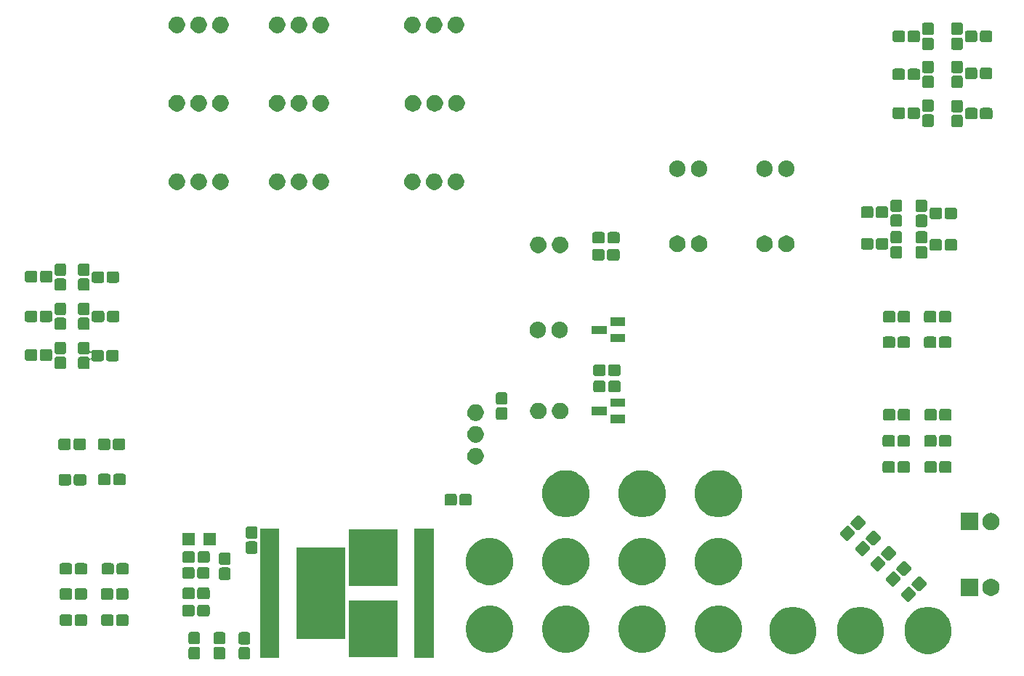
<source format=gbr>
G04 #@! TF.GenerationSoftware,KiCad,Pcbnew,(5.1.5)-2*
G04 #@! TF.CreationDate,2019-12-06T21:13:19-06:00*
G04 #@! TF.ProjectId,ArmBoard_Hardware,41726d42-6f61-4726-945f-486172647761,rev?*
G04 #@! TF.SameCoordinates,Original*
G04 #@! TF.FileFunction,Soldermask,Top*
G04 #@! TF.FilePolarity,Negative*
%FSLAX46Y46*%
G04 Gerber Fmt 4.6, Leading zero omitted, Abs format (unit mm)*
G04 Created by KiCad (PCBNEW (5.1.5)-2) date 2019-12-06 21:13:19*
%MOMM*%
%LPD*%
G04 APERTURE LIST*
%ADD10C,0.100000*%
G04 APERTURE END LIST*
D10*
G36*
X71573530Y-131487877D02*
G01*
X71625010Y-131503493D01*
X71672445Y-131528848D01*
X71714027Y-131562973D01*
X71748152Y-131604555D01*
X71773507Y-131651990D01*
X71789123Y-131703470D01*
X71795000Y-131763140D01*
X71795000Y-132650860D01*
X71789123Y-132710530D01*
X71773507Y-132762010D01*
X71748152Y-132809445D01*
X71714027Y-132851027D01*
X71672445Y-132885152D01*
X71625010Y-132910507D01*
X71573530Y-132926123D01*
X71513860Y-132932000D01*
X70726140Y-132932000D01*
X70666470Y-132926123D01*
X70614990Y-132910507D01*
X70567555Y-132885152D01*
X70525973Y-132851027D01*
X70491848Y-132809445D01*
X70466493Y-132762010D01*
X70450877Y-132710530D01*
X70445000Y-132650860D01*
X70445000Y-131763140D01*
X70450877Y-131703470D01*
X70466493Y-131651990D01*
X70491848Y-131604555D01*
X70525973Y-131562973D01*
X70567555Y-131528848D01*
X70614990Y-131503493D01*
X70666470Y-131487877D01*
X70726140Y-131482000D01*
X71513860Y-131482000D01*
X71573530Y-131487877D01*
G37*
G36*
X68652530Y-131473877D02*
G01*
X68704010Y-131489493D01*
X68751445Y-131514848D01*
X68793027Y-131548973D01*
X68827152Y-131590555D01*
X68852507Y-131637990D01*
X68868123Y-131689470D01*
X68874000Y-131749140D01*
X68874000Y-132636860D01*
X68868123Y-132696530D01*
X68852507Y-132748010D01*
X68827152Y-132795445D01*
X68793027Y-132837027D01*
X68751445Y-132871152D01*
X68704010Y-132896507D01*
X68652530Y-132912123D01*
X68592860Y-132918000D01*
X67805140Y-132918000D01*
X67745470Y-132912123D01*
X67693990Y-132896507D01*
X67646555Y-132871152D01*
X67604973Y-132837027D01*
X67570848Y-132795445D01*
X67545493Y-132748010D01*
X67529877Y-132696530D01*
X67524000Y-132636860D01*
X67524000Y-131749140D01*
X67529877Y-131689470D01*
X67545493Y-131637990D01*
X67570848Y-131590555D01*
X67604973Y-131548973D01*
X67646555Y-131514848D01*
X67693990Y-131489493D01*
X67745470Y-131473877D01*
X67805140Y-131468000D01*
X68592860Y-131468000D01*
X68652530Y-131473877D01*
G37*
G36*
X65731530Y-131473877D02*
G01*
X65783010Y-131489493D01*
X65830445Y-131514848D01*
X65872027Y-131548973D01*
X65906152Y-131590555D01*
X65931507Y-131637990D01*
X65947123Y-131689470D01*
X65953000Y-131749140D01*
X65953000Y-132636860D01*
X65947123Y-132696530D01*
X65931507Y-132748010D01*
X65906152Y-132795445D01*
X65872027Y-132837027D01*
X65830445Y-132871152D01*
X65783010Y-132896507D01*
X65731530Y-132912123D01*
X65671860Y-132918000D01*
X64884140Y-132918000D01*
X64824470Y-132912123D01*
X64772990Y-132896507D01*
X64725555Y-132871152D01*
X64683973Y-132837027D01*
X64649848Y-132795445D01*
X64624493Y-132748010D01*
X64608877Y-132696530D01*
X64603000Y-132636860D01*
X64603000Y-131749140D01*
X64608877Y-131689470D01*
X64624493Y-131637990D01*
X64649848Y-131590555D01*
X64683973Y-131548973D01*
X64725555Y-131514848D01*
X64772990Y-131489493D01*
X64824470Y-131473877D01*
X64884140Y-131468000D01*
X65671860Y-131468000D01*
X65731530Y-131473877D01*
G37*
G36*
X75180800Y-132739501D02*
G01*
X72926600Y-132739501D01*
X72926600Y-117704501D01*
X75180800Y-117704501D01*
X75180800Y-132739501D01*
G37*
G36*
X93189400Y-132739499D02*
G01*
X90935200Y-132739499D01*
X90935200Y-117704499D01*
X93189400Y-117704499D01*
X93189400Y-132739499D01*
G37*
G36*
X88934900Y-132699100D02*
G01*
X83277100Y-132699100D01*
X83277100Y-126076100D01*
X88934900Y-126076100D01*
X88934900Y-132699100D01*
G37*
G36*
X135623775Y-126870197D02*
G01*
X135800229Y-126905296D01*
X136298877Y-127111843D01*
X136747648Y-127411703D01*
X137129297Y-127793352D01*
X137429157Y-128242123D01*
X137635704Y-128740771D01*
X137664581Y-128885945D01*
X137741000Y-129270132D01*
X137741000Y-129809868D01*
X137702453Y-130003657D01*
X137635704Y-130339229D01*
X137429157Y-130837877D01*
X137129297Y-131286648D01*
X136747648Y-131668297D01*
X136298877Y-131968157D01*
X135800229Y-132174704D01*
X135623775Y-132209803D01*
X135270868Y-132280000D01*
X134731132Y-132280000D01*
X134378225Y-132209803D01*
X134201771Y-132174704D01*
X133703123Y-131968157D01*
X133254352Y-131668297D01*
X132872703Y-131286648D01*
X132572843Y-130837877D01*
X132366296Y-130339229D01*
X132299547Y-130003657D01*
X132261000Y-129809868D01*
X132261000Y-129270132D01*
X132337419Y-128885945D01*
X132366296Y-128740771D01*
X132572843Y-128242123D01*
X132872703Y-127793352D01*
X133254352Y-127411703D01*
X133703123Y-127111843D01*
X134201771Y-126905296D01*
X134378225Y-126870197D01*
X134731132Y-126800000D01*
X135270868Y-126800000D01*
X135623775Y-126870197D01*
G37*
G36*
X143497775Y-126870197D02*
G01*
X143674229Y-126905296D01*
X144172877Y-127111843D01*
X144621648Y-127411703D01*
X145003297Y-127793352D01*
X145303157Y-128242123D01*
X145509704Y-128740771D01*
X145538581Y-128885945D01*
X145615000Y-129270132D01*
X145615000Y-129809868D01*
X145576453Y-130003657D01*
X145509704Y-130339229D01*
X145303157Y-130837877D01*
X145003297Y-131286648D01*
X144621648Y-131668297D01*
X144172877Y-131968157D01*
X143674229Y-132174704D01*
X143497775Y-132209803D01*
X143144868Y-132280000D01*
X142605132Y-132280000D01*
X142252225Y-132209803D01*
X142075771Y-132174704D01*
X141577123Y-131968157D01*
X141128352Y-131668297D01*
X140746703Y-131286648D01*
X140446843Y-130837877D01*
X140240296Y-130339229D01*
X140173547Y-130003657D01*
X140135000Y-129809868D01*
X140135000Y-129270132D01*
X140211419Y-128885945D01*
X140240296Y-128740771D01*
X140446843Y-128242123D01*
X140746703Y-127793352D01*
X141128352Y-127411703D01*
X141577123Y-127111843D01*
X142075771Y-126905296D01*
X142252225Y-126870197D01*
X142605132Y-126800000D01*
X143144868Y-126800000D01*
X143497775Y-126870197D01*
G37*
G36*
X151371775Y-126870197D02*
G01*
X151548229Y-126905296D01*
X152046877Y-127111843D01*
X152495648Y-127411703D01*
X152877297Y-127793352D01*
X153177157Y-128242123D01*
X153383704Y-128740771D01*
X153412581Y-128885945D01*
X153489000Y-129270132D01*
X153489000Y-129809868D01*
X153450453Y-130003657D01*
X153383704Y-130339229D01*
X153177157Y-130837877D01*
X152877297Y-131286648D01*
X152495648Y-131668297D01*
X152046877Y-131968157D01*
X151548229Y-132174704D01*
X151371775Y-132209803D01*
X151018868Y-132280000D01*
X150479132Y-132280000D01*
X150126225Y-132209803D01*
X149949771Y-132174704D01*
X149451123Y-131968157D01*
X149002352Y-131668297D01*
X148620703Y-131286648D01*
X148320843Y-130837877D01*
X148114296Y-130339229D01*
X148047547Y-130003657D01*
X148009000Y-129809868D01*
X148009000Y-129270132D01*
X148085419Y-128885945D01*
X148114296Y-128740771D01*
X148320843Y-128242123D01*
X148620703Y-127793352D01*
X149002352Y-127411703D01*
X149451123Y-127111843D01*
X149949771Y-126905296D01*
X150126225Y-126870197D01*
X150479132Y-126800000D01*
X151018868Y-126800000D01*
X151371775Y-126870197D01*
G37*
G36*
X126928557Y-126723590D02*
G01*
X127138229Y-126765296D01*
X127636877Y-126971843D01*
X128085648Y-127271703D01*
X128467297Y-127653352D01*
X128767157Y-128102123D01*
X128973704Y-128600771D01*
X129001552Y-128740772D01*
X129079000Y-129130132D01*
X129079000Y-129669868D01*
X129039590Y-129867995D01*
X128973704Y-130199229D01*
X128767157Y-130697877D01*
X128467297Y-131146648D01*
X128085648Y-131528297D01*
X127636877Y-131828157D01*
X127138229Y-132034704D01*
X126961775Y-132069803D01*
X126608868Y-132140000D01*
X126069132Y-132140000D01*
X125716225Y-132069803D01*
X125539771Y-132034704D01*
X125041123Y-131828157D01*
X124592352Y-131528297D01*
X124210703Y-131146648D01*
X123910843Y-130697877D01*
X123704296Y-130199229D01*
X123638410Y-129867995D01*
X123599000Y-129669868D01*
X123599000Y-129130132D01*
X123676448Y-128740772D01*
X123704296Y-128600771D01*
X123910843Y-128102123D01*
X124210703Y-127653352D01*
X124592352Y-127271703D01*
X125041123Y-126971843D01*
X125539771Y-126765296D01*
X125749443Y-126723590D01*
X126069132Y-126660000D01*
X126608868Y-126660000D01*
X126928557Y-126723590D01*
G37*
G36*
X100258557Y-126723590D02*
G01*
X100468229Y-126765296D01*
X100966877Y-126971843D01*
X101415648Y-127271703D01*
X101797297Y-127653352D01*
X102097157Y-128102123D01*
X102303704Y-128600771D01*
X102331552Y-128740772D01*
X102409000Y-129130132D01*
X102409000Y-129669868D01*
X102369590Y-129867995D01*
X102303704Y-130199229D01*
X102097157Y-130697877D01*
X101797297Y-131146648D01*
X101415648Y-131528297D01*
X100966877Y-131828157D01*
X100468229Y-132034704D01*
X100291775Y-132069803D01*
X99938868Y-132140000D01*
X99399132Y-132140000D01*
X99046225Y-132069803D01*
X98869771Y-132034704D01*
X98371123Y-131828157D01*
X97922352Y-131528297D01*
X97540703Y-131146648D01*
X97240843Y-130697877D01*
X97034296Y-130199229D01*
X96968410Y-129867995D01*
X96929000Y-129669868D01*
X96929000Y-129130132D01*
X97006448Y-128740772D01*
X97034296Y-128600771D01*
X97240843Y-128102123D01*
X97540703Y-127653352D01*
X97922352Y-127271703D01*
X98371123Y-126971843D01*
X98869771Y-126765296D01*
X99079443Y-126723590D01*
X99399132Y-126660000D01*
X99938868Y-126660000D01*
X100258557Y-126723590D01*
G37*
G36*
X109148557Y-126723590D02*
G01*
X109358229Y-126765296D01*
X109856877Y-126971843D01*
X110305648Y-127271703D01*
X110687297Y-127653352D01*
X110987157Y-128102123D01*
X111193704Y-128600771D01*
X111221552Y-128740772D01*
X111299000Y-129130132D01*
X111299000Y-129669868D01*
X111259590Y-129867995D01*
X111193704Y-130199229D01*
X110987157Y-130697877D01*
X110687297Y-131146648D01*
X110305648Y-131528297D01*
X109856877Y-131828157D01*
X109358229Y-132034704D01*
X109181775Y-132069803D01*
X108828868Y-132140000D01*
X108289132Y-132140000D01*
X107936225Y-132069803D01*
X107759771Y-132034704D01*
X107261123Y-131828157D01*
X106812352Y-131528297D01*
X106430703Y-131146648D01*
X106130843Y-130697877D01*
X105924296Y-130199229D01*
X105858410Y-129867995D01*
X105819000Y-129669868D01*
X105819000Y-129130132D01*
X105896448Y-128740772D01*
X105924296Y-128600771D01*
X106130843Y-128102123D01*
X106430703Y-127653352D01*
X106812352Y-127271703D01*
X107261123Y-126971843D01*
X107759771Y-126765296D01*
X107969443Y-126723590D01*
X108289132Y-126660000D01*
X108828868Y-126660000D01*
X109148557Y-126723590D01*
G37*
G36*
X118038557Y-126723590D02*
G01*
X118248229Y-126765296D01*
X118746877Y-126971843D01*
X119195648Y-127271703D01*
X119577297Y-127653352D01*
X119877157Y-128102123D01*
X120083704Y-128600771D01*
X120111552Y-128740772D01*
X120189000Y-129130132D01*
X120189000Y-129669868D01*
X120149590Y-129867995D01*
X120083704Y-130199229D01*
X119877157Y-130697877D01*
X119577297Y-131146648D01*
X119195648Y-131528297D01*
X118746877Y-131828157D01*
X118248229Y-132034704D01*
X118071775Y-132069803D01*
X117718868Y-132140000D01*
X117179132Y-132140000D01*
X116826225Y-132069803D01*
X116649771Y-132034704D01*
X116151123Y-131828157D01*
X115702352Y-131528297D01*
X115320703Y-131146648D01*
X115020843Y-130697877D01*
X114814296Y-130199229D01*
X114748410Y-129867995D01*
X114709000Y-129669868D01*
X114709000Y-129130132D01*
X114786448Y-128740772D01*
X114814296Y-128600771D01*
X115020843Y-128102123D01*
X115320703Y-127653352D01*
X115702352Y-127271703D01*
X116151123Y-126971843D01*
X116649771Y-126765296D01*
X116859443Y-126723590D01*
X117179132Y-126660000D01*
X117718868Y-126660000D01*
X118038557Y-126723590D01*
G37*
G36*
X71573530Y-129737877D02*
G01*
X71625010Y-129753493D01*
X71672445Y-129778848D01*
X71714027Y-129812973D01*
X71748152Y-129854555D01*
X71773507Y-129901990D01*
X71789123Y-129953470D01*
X71795000Y-130013140D01*
X71795000Y-130900860D01*
X71789123Y-130960530D01*
X71773507Y-131012010D01*
X71748152Y-131059445D01*
X71714027Y-131101027D01*
X71672445Y-131135152D01*
X71625010Y-131160507D01*
X71573530Y-131176123D01*
X71513860Y-131182000D01*
X70726140Y-131182000D01*
X70666470Y-131176123D01*
X70614990Y-131160507D01*
X70567555Y-131135152D01*
X70525973Y-131101027D01*
X70491848Y-131059445D01*
X70466493Y-131012010D01*
X70450877Y-130960530D01*
X70445000Y-130900860D01*
X70445000Y-130013140D01*
X70450877Y-129953470D01*
X70466493Y-129901990D01*
X70491848Y-129854555D01*
X70525973Y-129812973D01*
X70567555Y-129778848D01*
X70614990Y-129753493D01*
X70666470Y-129737877D01*
X70726140Y-129732000D01*
X71513860Y-129732000D01*
X71573530Y-129737877D01*
G37*
G36*
X65731530Y-129723877D02*
G01*
X65783010Y-129739493D01*
X65830445Y-129764848D01*
X65872027Y-129798973D01*
X65906152Y-129840555D01*
X65931507Y-129887990D01*
X65947123Y-129939470D01*
X65953000Y-129999140D01*
X65953000Y-130886860D01*
X65947123Y-130946530D01*
X65931507Y-130998010D01*
X65906152Y-131045445D01*
X65872027Y-131087027D01*
X65830445Y-131121152D01*
X65783010Y-131146507D01*
X65731530Y-131162123D01*
X65671860Y-131168000D01*
X64884140Y-131168000D01*
X64824470Y-131162123D01*
X64772990Y-131146507D01*
X64725555Y-131121152D01*
X64683973Y-131087027D01*
X64649848Y-131045445D01*
X64624493Y-130998010D01*
X64608877Y-130946530D01*
X64603000Y-130886860D01*
X64603000Y-129999140D01*
X64608877Y-129939470D01*
X64624493Y-129887990D01*
X64649848Y-129840555D01*
X64683973Y-129798973D01*
X64725555Y-129764848D01*
X64772990Y-129739493D01*
X64824470Y-129723877D01*
X64884140Y-129718000D01*
X65671860Y-129718000D01*
X65731530Y-129723877D01*
G37*
G36*
X68652530Y-129723877D02*
G01*
X68704010Y-129739493D01*
X68751445Y-129764848D01*
X68793027Y-129798973D01*
X68827152Y-129840555D01*
X68852507Y-129887990D01*
X68868123Y-129939470D01*
X68874000Y-129999140D01*
X68874000Y-130886860D01*
X68868123Y-130946530D01*
X68852507Y-130998010D01*
X68827152Y-131045445D01*
X68793027Y-131087027D01*
X68751445Y-131121152D01*
X68704010Y-131146507D01*
X68652530Y-131162123D01*
X68592860Y-131168000D01*
X67805140Y-131168000D01*
X67745470Y-131162123D01*
X67693990Y-131146507D01*
X67646555Y-131121152D01*
X67604973Y-131087027D01*
X67570848Y-131045445D01*
X67545493Y-130998010D01*
X67529877Y-130946530D01*
X67524000Y-130886860D01*
X67524000Y-129999140D01*
X67529877Y-129939470D01*
X67545493Y-129887990D01*
X67570848Y-129840555D01*
X67604973Y-129798973D01*
X67646555Y-129764848D01*
X67693990Y-129739493D01*
X67745470Y-129723877D01*
X67805140Y-129718000D01*
X68592860Y-129718000D01*
X68652530Y-129723877D01*
G37*
G36*
X82838900Y-130578200D02*
G01*
X77181100Y-130578200D01*
X77181100Y-119865800D01*
X82838900Y-119865800D01*
X82838900Y-130578200D01*
G37*
G36*
X52573530Y-127664377D02*
G01*
X52625010Y-127679993D01*
X52672445Y-127705348D01*
X52714027Y-127739473D01*
X52748152Y-127781055D01*
X52773507Y-127828490D01*
X52789123Y-127879970D01*
X52795000Y-127939640D01*
X52795000Y-128727360D01*
X52789123Y-128787030D01*
X52773507Y-128838510D01*
X52748152Y-128885945D01*
X52714027Y-128927527D01*
X52672445Y-128961652D01*
X52625010Y-128987007D01*
X52573530Y-129002623D01*
X52513860Y-129008500D01*
X51626140Y-129008500D01*
X51566470Y-129002623D01*
X51514990Y-128987007D01*
X51467555Y-128961652D01*
X51425973Y-128927527D01*
X51391848Y-128885945D01*
X51366493Y-128838510D01*
X51350877Y-128787030D01*
X51345000Y-128727360D01*
X51345000Y-127939640D01*
X51350877Y-127879970D01*
X51366493Y-127828490D01*
X51391848Y-127781055D01*
X51425973Y-127739473D01*
X51467555Y-127705348D01*
X51514990Y-127679993D01*
X51566470Y-127664377D01*
X51626140Y-127658500D01*
X52513860Y-127658500D01*
X52573530Y-127664377D01*
G37*
G36*
X57399530Y-127664377D02*
G01*
X57451010Y-127679993D01*
X57498445Y-127705348D01*
X57540027Y-127739473D01*
X57574152Y-127781055D01*
X57599507Y-127828490D01*
X57615123Y-127879970D01*
X57621000Y-127939640D01*
X57621000Y-128727360D01*
X57615123Y-128787030D01*
X57599507Y-128838510D01*
X57574152Y-128885945D01*
X57540027Y-128927527D01*
X57498445Y-128961652D01*
X57451010Y-128987007D01*
X57399530Y-129002623D01*
X57339860Y-129008500D01*
X56452140Y-129008500D01*
X56392470Y-129002623D01*
X56340990Y-128987007D01*
X56293555Y-128961652D01*
X56251973Y-128927527D01*
X56217848Y-128885945D01*
X56192493Y-128838510D01*
X56176877Y-128787030D01*
X56171000Y-128727360D01*
X56171000Y-127939640D01*
X56176877Y-127879970D01*
X56192493Y-127828490D01*
X56217848Y-127781055D01*
X56251973Y-127739473D01*
X56293555Y-127705348D01*
X56340990Y-127679993D01*
X56392470Y-127664377D01*
X56452140Y-127658500D01*
X57339860Y-127658500D01*
X57399530Y-127664377D01*
G37*
G36*
X55649530Y-127664377D02*
G01*
X55701010Y-127679993D01*
X55748445Y-127705348D01*
X55790027Y-127739473D01*
X55824152Y-127781055D01*
X55849507Y-127828490D01*
X55865123Y-127879970D01*
X55871000Y-127939640D01*
X55871000Y-128727360D01*
X55865123Y-128787030D01*
X55849507Y-128838510D01*
X55824152Y-128885945D01*
X55790027Y-128927527D01*
X55748445Y-128961652D01*
X55701010Y-128987007D01*
X55649530Y-129002623D01*
X55589860Y-129008500D01*
X54702140Y-129008500D01*
X54642470Y-129002623D01*
X54590990Y-128987007D01*
X54543555Y-128961652D01*
X54501973Y-128927527D01*
X54467848Y-128885945D01*
X54442493Y-128838510D01*
X54426877Y-128787030D01*
X54421000Y-128727360D01*
X54421000Y-127939640D01*
X54426877Y-127879970D01*
X54442493Y-127828490D01*
X54467848Y-127781055D01*
X54501973Y-127739473D01*
X54543555Y-127705348D01*
X54590990Y-127679993D01*
X54642470Y-127664377D01*
X54702140Y-127658500D01*
X55589860Y-127658500D01*
X55649530Y-127664377D01*
G37*
G36*
X50823530Y-127664377D02*
G01*
X50875010Y-127679993D01*
X50922445Y-127705348D01*
X50964027Y-127739473D01*
X50998152Y-127781055D01*
X51023507Y-127828490D01*
X51039123Y-127879970D01*
X51045000Y-127939640D01*
X51045000Y-128727360D01*
X51039123Y-128787030D01*
X51023507Y-128838510D01*
X50998152Y-128885945D01*
X50964027Y-128927527D01*
X50922445Y-128961652D01*
X50875010Y-128987007D01*
X50823530Y-129002623D01*
X50763860Y-129008500D01*
X49876140Y-129008500D01*
X49816470Y-129002623D01*
X49764990Y-128987007D01*
X49717555Y-128961652D01*
X49675973Y-128927527D01*
X49641848Y-128885945D01*
X49616493Y-128838510D01*
X49600877Y-128787030D01*
X49595000Y-128727360D01*
X49595000Y-127939640D01*
X49600877Y-127879970D01*
X49616493Y-127828490D01*
X49641848Y-127781055D01*
X49675973Y-127739473D01*
X49717555Y-127705348D01*
X49764990Y-127679993D01*
X49816470Y-127664377D01*
X49876140Y-127658500D01*
X50763860Y-127658500D01*
X50823530Y-127664377D01*
G37*
G36*
X65097030Y-126559477D02*
G01*
X65148510Y-126575093D01*
X65195945Y-126600448D01*
X65237527Y-126634573D01*
X65271652Y-126676155D01*
X65297007Y-126723590D01*
X65312623Y-126775070D01*
X65318500Y-126834740D01*
X65318500Y-127622460D01*
X65312623Y-127682130D01*
X65297007Y-127733610D01*
X65271652Y-127781045D01*
X65237527Y-127822627D01*
X65195945Y-127856752D01*
X65148510Y-127882107D01*
X65097030Y-127897723D01*
X65037360Y-127903600D01*
X64149640Y-127903600D01*
X64089970Y-127897723D01*
X64038490Y-127882107D01*
X63991055Y-127856752D01*
X63949473Y-127822627D01*
X63915348Y-127781045D01*
X63889993Y-127733610D01*
X63874377Y-127682130D01*
X63868500Y-127622460D01*
X63868500Y-126834740D01*
X63874377Y-126775070D01*
X63889993Y-126723590D01*
X63915348Y-126676155D01*
X63949473Y-126634573D01*
X63991055Y-126600448D01*
X64038490Y-126575093D01*
X64089970Y-126559477D01*
X64149640Y-126553600D01*
X65037360Y-126553600D01*
X65097030Y-126559477D01*
G37*
G36*
X66847030Y-126559477D02*
G01*
X66898510Y-126575093D01*
X66945945Y-126600448D01*
X66987527Y-126634573D01*
X67021652Y-126676155D01*
X67047007Y-126723590D01*
X67062623Y-126775070D01*
X67068500Y-126834740D01*
X67068500Y-127622460D01*
X67062623Y-127682130D01*
X67047007Y-127733610D01*
X67021652Y-127781045D01*
X66987527Y-127822627D01*
X66945945Y-127856752D01*
X66898510Y-127882107D01*
X66847030Y-127897723D01*
X66787360Y-127903600D01*
X65899640Y-127903600D01*
X65839970Y-127897723D01*
X65788490Y-127882107D01*
X65741055Y-127856752D01*
X65699473Y-127822627D01*
X65665348Y-127781045D01*
X65639993Y-127733610D01*
X65624377Y-127682130D01*
X65618500Y-127622460D01*
X65618500Y-126834740D01*
X65624377Y-126775070D01*
X65639993Y-126723590D01*
X65665348Y-126676155D01*
X65699473Y-126634573D01*
X65741055Y-126600448D01*
X65788490Y-126575093D01*
X65839970Y-126559477D01*
X65899640Y-126553600D01*
X66787360Y-126553600D01*
X66847030Y-126559477D01*
G37*
G36*
X148568167Y-124462554D02*
G01*
X148619647Y-124478170D01*
X148667082Y-124503525D01*
X148713429Y-124541561D01*
X148753280Y-124581412D01*
X148753286Y-124581417D01*
X149230583Y-125058714D01*
X149230588Y-125058720D01*
X149270439Y-125098571D01*
X149308475Y-125144918D01*
X149333830Y-125192353D01*
X149349446Y-125243833D01*
X149354718Y-125297363D01*
X149349446Y-125350893D01*
X149333830Y-125402373D01*
X149308475Y-125449808D01*
X149270439Y-125496155D01*
X149230588Y-125536006D01*
X149230583Y-125536012D01*
X148682576Y-126084019D01*
X148682570Y-126084024D01*
X148642719Y-126123875D01*
X148596372Y-126161911D01*
X148548937Y-126187266D01*
X148497457Y-126202882D01*
X148443927Y-126208154D01*
X148390397Y-126202882D01*
X148338917Y-126187266D01*
X148291482Y-126161911D01*
X148245135Y-126123875D01*
X148205284Y-126084024D01*
X148205278Y-126084019D01*
X147727981Y-125606722D01*
X147727976Y-125606716D01*
X147688125Y-125566865D01*
X147650089Y-125520518D01*
X147624734Y-125473083D01*
X147609118Y-125421603D01*
X147603846Y-125368073D01*
X147609118Y-125314543D01*
X147624734Y-125263063D01*
X147650089Y-125215628D01*
X147688125Y-125169281D01*
X147727976Y-125129430D01*
X147727981Y-125129424D01*
X148275988Y-124581417D01*
X148275994Y-124581412D01*
X148315845Y-124541561D01*
X148362192Y-124503525D01*
X148409627Y-124478170D01*
X148461107Y-124462554D01*
X148514637Y-124457282D01*
X148568167Y-124462554D01*
G37*
G36*
X55621530Y-124616377D02*
G01*
X55673010Y-124631993D01*
X55720445Y-124657348D01*
X55762027Y-124691473D01*
X55796152Y-124733055D01*
X55821507Y-124780490D01*
X55837123Y-124831970D01*
X55843000Y-124891640D01*
X55843000Y-125679360D01*
X55837123Y-125739030D01*
X55821507Y-125790510D01*
X55796152Y-125837945D01*
X55762027Y-125879527D01*
X55720445Y-125913652D01*
X55673010Y-125939007D01*
X55621530Y-125954623D01*
X55561860Y-125960500D01*
X54674140Y-125960500D01*
X54614470Y-125954623D01*
X54562990Y-125939007D01*
X54515555Y-125913652D01*
X54473973Y-125879527D01*
X54439848Y-125837945D01*
X54414493Y-125790510D01*
X54398877Y-125739030D01*
X54393000Y-125679360D01*
X54393000Y-124891640D01*
X54398877Y-124831970D01*
X54414493Y-124780490D01*
X54439848Y-124733055D01*
X54473973Y-124691473D01*
X54515555Y-124657348D01*
X54562990Y-124631993D01*
X54614470Y-124616377D01*
X54674140Y-124610500D01*
X55561860Y-124610500D01*
X55621530Y-124616377D01*
G37*
G36*
X50809530Y-124616377D02*
G01*
X50861010Y-124631993D01*
X50908445Y-124657348D01*
X50950027Y-124691473D01*
X50984152Y-124733055D01*
X51009507Y-124780490D01*
X51025123Y-124831970D01*
X51031000Y-124891640D01*
X51031000Y-125679360D01*
X51025123Y-125739030D01*
X51009507Y-125790510D01*
X50984152Y-125837945D01*
X50950027Y-125879527D01*
X50908445Y-125913652D01*
X50861010Y-125939007D01*
X50809530Y-125954623D01*
X50749860Y-125960500D01*
X49862140Y-125960500D01*
X49802470Y-125954623D01*
X49750990Y-125939007D01*
X49703555Y-125913652D01*
X49661973Y-125879527D01*
X49627848Y-125837945D01*
X49602493Y-125790510D01*
X49586877Y-125739030D01*
X49581000Y-125679360D01*
X49581000Y-124891640D01*
X49586877Y-124831970D01*
X49602493Y-124780490D01*
X49627848Y-124733055D01*
X49661973Y-124691473D01*
X49703555Y-124657348D01*
X49750990Y-124631993D01*
X49802470Y-124616377D01*
X49862140Y-124610500D01*
X50749860Y-124610500D01*
X50809530Y-124616377D01*
G37*
G36*
X57371530Y-124616377D02*
G01*
X57423010Y-124631993D01*
X57470445Y-124657348D01*
X57512027Y-124691473D01*
X57546152Y-124733055D01*
X57571507Y-124780490D01*
X57587123Y-124831970D01*
X57593000Y-124891640D01*
X57593000Y-125679360D01*
X57587123Y-125739030D01*
X57571507Y-125790510D01*
X57546152Y-125837945D01*
X57512027Y-125879527D01*
X57470445Y-125913652D01*
X57423010Y-125939007D01*
X57371530Y-125954623D01*
X57311860Y-125960500D01*
X56424140Y-125960500D01*
X56364470Y-125954623D01*
X56312990Y-125939007D01*
X56265555Y-125913652D01*
X56223973Y-125879527D01*
X56189848Y-125837945D01*
X56164493Y-125790510D01*
X56148877Y-125739030D01*
X56143000Y-125679360D01*
X56143000Y-124891640D01*
X56148877Y-124831970D01*
X56164493Y-124780490D01*
X56189848Y-124733055D01*
X56223973Y-124691473D01*
X56265555Y-124657348D01*
X56312990Y-124631993D01*
X56364470Y-124616377D01*
X56424140Y-124610500D01*
X57311860Y-124610500D01*
X57371530Y-124616377D01*
G37*
G36*
X52559530Y-124616377D02*
G01*
X52611010Y-124631993D01*
X52658445Y-124657348D01*
X52700027Y-124691473D01*
X52734152Y-124733055D01*
X52759507Y-124780490D01*
X52775123Y-124831970D01*
X52781000Y-124891640D01*
X52781000Y-125679360D01*
X52775123Y-125739030D01*
X52759507Y-125790510D01*
X52734152Y-125837945D01*
X52700027Y-125879527D01*
X52658445Y-125913652D01*
X52611010Y-125939007D01*
X52559530Y-125954623D01*
X52499860Y-125960500D01*
X51612140Y-125960500D01*
X51552470Y-125954623D01*
X51500990Y-125939007D01*
X51453555Y-125913652D01*
X51411973Y-125879527D01*
X51377848Y-125837945D01*
X51352493Y-125790510D01*
X51336877Y-125739030D01*
X51331000Y-125679360D01*
X51331000Y-124891640D01*
X51336877Y-124831970D01*
X51352493Y-124780490D01*
X51377848Y-124733055D01*
X51411973Y-124691473D01*
X51453555Y-124657348D01*
X51500990Y-124631993D01*
X51552470Y-124616377D01*
X51612140Y-124610500D01*
X52499860Y-124610500D01*
X52559530Y-124616377D01*
G37*
G36*
X65097030Y-124552877D02*
G01*
X65148510Y-124568493D01*
X65195945Y-124593848D01*
X65237527Y-124627973D01*
X65271652Y-124669555D01*
X65297007Y-124716990D01*
X65312623Y-124768470D01*
X65318500Y-124828140D01*
X65318500Y-125615860D01*
X65312623Y-125675530D01*
X65297007Y-125727010D01*
X65271652Y-125774445D01*
X65237527Y-125816027D01*
X65195945Y-125850152D01*
X65148510Y-125875507D01*
X65097030Y-125891123D01*
X65037360Y-125897000D01*
X64149640Y-125897000D01*
X64089970Y-125891123D01*
X64038490Y-125875507D01*
X63991055Y-125850152D01*
X63949473Y-125816027D01*
X63915348Y-125774445D01*
X63889993Y-125727010D01*
X63874377Y-125675530D01*
X63868500Y-125615860D01*
X63868500Y-124828140D01*
X63874377Y-124768470D01*
X63889993Y-124716990D01*
X63915348Y-124669555D01*
X63949473Y-124627973D01*
X63991055Y-124593848D01*
X64038490Y-124568493D01*
X64089970Y-124552877D01*
X64149640Y-124547000D01*
X65037360Y-124547000D01*
X65097030Y-124552877D01*
G37*
G36*
X66847030Y-124552877D02*
G01*
X66898510Y-124568493D01*
X66945945Y-124593848D01*
X66987527Y-124627973D01*
X67021652Y-124669555D01*
X67047007Y-124716990D01*
X67062623Y-124768470D01*
X67068500Y-124828140D01*
X67068500Y-125615860D01*
X67062623Y-125675530D01*
X67047007Y-125727010D01*
X67021652Y-125774445D01*
X66987527Y-125816027D01*
X66945945Y-125850152D01*
X66898510Y-125875507D01*
X66847030Y-125891123D01*
X66787360Y-125897000D01*
X65899640Y-125897000D01*
X65839970Y-125891123D01*
X65788490Y-125875507D01*
X65741055Y-125850152D01*
X65699473Y-125816027D01*
X65665348Y-125774445D01*
X65639993Y-125727010D01*
X65624377Y-125675530D01*
X65618500Y-125615860D01*
X65618500Y-124828140D01*
X65624377Y-124768470D01*
X65639993Y-124716990D01*
X65665348Y-124669555D01*
X65699473Y-124627973D01*
X65741055Y-124593848D01*
X65788490Y-124568493D01*
X65839970Y-124552877D01*
X65899640Y-124547000D01*
X66787360Y-124547000D01*
X66847030Y-124552877D01*
G37*
G36*
X158297411Y-123548149D02*
G01*
X158366689Y-123561929D01*
X158548678Y-123637311D01*
X158712463Y-123746749D01*
X158851751Y-123886037D01*
X158961189Y-124049822D01*
X159021936Y-124196480D01*
X159036571Y-124231812D01*
X159075000Y-124425007D01*
X159075000Y-124621993D01*
X159049381Y-124750790D01*
X159036571Y-124815189D01*
X158961189Y-124997178D01*
X158851751Y-125160963D01*
X158712463Y-125300251D01*
X158548678Y-125409689D01*
X158366689Y-125485071D01*
X158310965Y-125496155D01*
X158173493Y-125523500D01*
X157976507Y-125523500D01*
X157839035Y-125496155D01*
X157783311Y-125485071D01*
X157601322Y-125409689D01*
X157437537Y-125300251D01*
X157298249Y-125160963D01*
X157188811Y-124997178D01*
X157113429Y-124815189D01*
X157100619Y-124750790D01*
X157075000Y-124621993D01*
X157075000Y-124425007D01*
X157113429Y-124231812D01*
X157128064Y-124196480D01*
X157188811Y-124049822D01*
X157298249Y-123886037D01*
X157437537Y-123746749D01*
X157601322Y-123637311D01*
X157783311Y-123561929D01*
X157852589Y-123548149D01*
X157976507Y-123523500D01*
X158173493Y-123523500D01*
X158297411Y-123548149D01*
G37*
G36*
X156575000Y-125523500D02*
G01*
X154575000Y-125523500D01*
X154575000Y-123523500D01*
X156575000Y-123523500D01*
X156575000Y-125523500D01*
G37*
G36*
X149805603Y-123225118D02*
G01*
X149857083Y-123240734D01*
X149904518Y-123266089D01*
X149950865Y-123304125D01*
X149990716Y-123343976D01*
X149990722Y-123343981D01*
X150468019Y-123821278D01*
X150468024Y-123821284D01*
X150507875Y-123861135D01*
X150545911Y-123907482D01*
X150571266Y-123954917D01*
X150586882Y-124006397D01*
X150592154Y-124059927D01*
X150586882Y-124113457D01*
X150571266Y-124164937D01*
X150545911Y-124212372D01*
X150507875Y-124258719D01*
X150468024Y-124298570D01*
X150468019Y-124298576D01*
X149920012Y-124846583D01*
X149920006Y-124846588D01*
X149880155Y-124886439D01*
X149833808Y-124924475D01*
X149786373Y-124949830D01*
X149734893Y-124965446D01*
X149681363Y-124970718D01*
X149627833Y-124965446D01*
X149576353Y-124949830D01*
X149528918Y-124924475D01*
X149482571Y-124886439D01*
X149442720Y-124846588D01*
X149442714Y-124846583D01*
X148965417Y-124369286D01*
X148965412Y-124369280D01*
X148925561Y-124329429D01*
X148887525Y-124283082D01*
X148862170Y-124235647D01*
X148846554Y-124184167D01*
X148841282Y-124130637D01*
X148846554Y-124077107D01*
X148862170Y-124025627D01*
X148887525Y-123978192D01*
X148925561Y-123931845D01*
X148965412Y-123891994D01*
X148965417Y-123891988D01*
X149513424Y-123343981D01*
X149513430Y-123343976D01*
X149553281Y-123304125D01*
X149599628Y-123266089D01*
X149647063Y-123240734D01*
X149698543Y-123225118D01*
X149752073Y-123219846D01*
X149805603Y-123225118D01*
G37*
G36*
X146790167Y-122684554D02*
G01*
X146841647Y-122700170D01*
X146889082Y-122725525D01*
X146935429Y-122763561D01*
X146975280Y-122803412D01*
X146975286Y-122803417D01*
X147452583Y-123280714D01*
X147452588Y-123280720D01*
X147492439Y-123320571D01*
X147530475Y-123366918D01*
X147555830Y-123414353D01*
X147571446Y-123465833D01*
X147576718Y-123519363D01*
X147571446Y-123572893D01*
X147555830Y-123624373D01*
X147530475Y-123671808D01*
X147492439Y-123718155D01*
X147452588Y-123758006D01*
X147452583Y-123758012D01*
X146904576Y-124306019D01*
X146904570Y-124306024D01*
X146864719Y-124345875D01*
X146818372Y-124383911D01*
X146770937Y-124409266D01*
X146719457Y-124424882D01*
X146665927Y-124430154D01*
X146612397Y-124424882D01*
X146560917Y-124409266D01*
X146513482Y-124383911D01*
X146467135Y-124345875D01*
X146427284Y-124306024D01*
X146427278Y-124306019D01*
X145949981Y-123828722D01*
X145949976Y-123828716D01*
X145910125Y-123788865D01*
X145872089Y-123742518D01*
X145846734Y-123695083D01*
X145831118Y-123643603D01*
X145825846Y-123590073D01*
X145831118Y-123536543D01*
X145846734Y-123485063D01*
X145872089Y-123437628D01*
X145910125Y-123391281D01*
X145949976Y-123351430D01*
X145949981Y-123351424D01*
X146497988Y-122803417D01*
X146497994Y-122803412D01*
X146537845Y-122763561D01*
X146584192Y-122725525D01*
X146631627Y-122700170D01*
X146683107Y-122684554D01*
X146736637Y-122679282D01*
X146790167Y-122684554D01*
G37*
G36*
X88934900Y-124367900D02*
G01*
X83277100Y-124367900D01*
X83277100Y-117744900D01*
X88934900Y-117744900D01*
X88934900Y-124367900D01*
G37*
G36*
X126948249Y-118827507D02*
G01*
X127138229Y-118865296D01*
X127340506Y-118949082D01*
X127572505Y-119045179D01*
X127636877Y-119071843D01*
X128085648Y-119371703D01*
X128467297Y-119753352D01*
X128767157Y-120202123D01*
X128973704Y-120700771D01*
X129001873Y-120842385D01*
X129079000Y-121230132D01*
X129079000Y-121769868D01*
X129061173Y-121859490D01*
X128973704Y-122299229D01*
X128852730Y-122591286D01*
X128783526Y-122758360D01*
X128767157Y-122797877D01*
X128467297Y-123246648D01*
X128085648Y-123628297D01*
X127636877Y-123928157D01*
X127636876Y-123928158D01*
X127636875Y-123928158D01*
X127572273Y-123954917D01*
X127138229Y-124134704D01*
X126986236Y-124164937D01*
X126608868Y-124240000D01*
X126069132Y-124240000D01*
X125691764Y-124164937D01*
X125539771Y-124134704D01*
X125105727Y-123954917D01*
X125041125Y-123928158D01*
X125041124Y-123928158D01*
X125041123Y-123928157D01*
X124592352Y-123628297D01*
X124210703Y-123246648D01*
X123910843Y-122797877D01*
X123894475Y-122758360D01*
X123825270Y-122591286D01*
X123704296Y-122299229D01*
X123616827Y-121859490D01*
X123599000Y-121769868D01*
X123599000Y-121230132D01*
X123676127Y-120842385D01*
X123704296Y-120700771D01*
X123910843Y-120202123D01*
X124210703Y-119753352D01*
X124592352Y-119371703D01*
X125041123Y-119071843D01*
X125105496Y-119045179D01*
X125337494Y-118949082D01*
X125539771Y-118865296D01*
X125729751Y-118827507D01*
X126069132Y-118760000D01*
X126608868Y-118760000D01*
X126948249Y-118827507D01*
G37*
G36*
X109168249Y-118827507D02*
G01*
X109358229Y-118865296D01*
X109560506Y-118949082D01*
X109792505Y-119045179D01*
X109856877Y-119071843D01*
X110305648Y-119371703D01*
X110687297Y-119753352D01*
X110987157Y-120202123D01*
X111193704Y-120700771D01*
X111221873Y-120842385D01*
X111299000Y-121230132D01*
X111299000Y-121769868D01*
X111281173Y-121859490D01*
X111193704Y-122299229D01*
X111072730Y-122591286D01*
X111003526Y-122758360D01*
X110987157Y-122797877D01*
X110687297Y-123246648D01*
X110305648Y-123628297D01*
X109856877Y-123928157D01*
X109856876Y-123928158D01*
X109856875Y-123928158D01*
X109792273Y-123954917D01*
X109358229Y-124134704D01*
X109206236Y-124164937D01*
X108828868Y-124240000D01*
X108289132Y-124240000D01*
X107911764Y-124164937D01*
X107759771Y-124134704D01*
X107325727Y-123954917D01*
X107261125Y-123928158D01*
X107261124Y-123928158D01*
X107261123Y-123928157D01*
X106812352Y-123628297D01*
X106430703Y-123246648D01*
X106130843Y-122797877D01*
X106114475Y-122758360D01*
X106045270Y-122591286D01*
X105924296Y-122299229D01*
X105836827Y-121859490D01*
X105819000Y-121769868D01*
X105819000Y-121230132D01*
X105896127Y-120842385D01*
X105924296Y-120700771D01*
X106130843Y-120202123D01*
X106430703Y-119753352D01*
X106812352Y-119371703D01*
X107261123Y-119071843D01*
X107325496Y-119045179D01*
X107557494Y-118949082D01*
X107759771Y-118865296D01*
X107949751Y-118827507D01*
X108289132Y-118760000D01*
X108828868Y-118760000D01*
X109168249Y-118827507D01*
G37*
G36*
X118058249Y-118827507D02*
G01*
X118248229Y-118865296D01*
X118450506Y-118949082D01*
X118682505Y-119045179D01*
X118746877Y-119071843D01*
X119195648Y-119371703D01*
X119577297Y-119753352D01*
X119877157Y-120202123D01*
X120083704Y-120700771D01*
X120111873Y-120842385D01*
X120189000Y-121230132D01*
X120189000Y-121769868D01*
X120171173Y-121859490D01*
X120083704Y-122299229D01*
X119962730Y-122591286D01*
X119893526Y-122758360D01*
X119877157Y-122797877D01*
X119577297Y-123246648D01*
X119195648Y-123628297D01*
X118746877Y-123928157D01*
X118746876Y-123928158D01*
X118746875Y-123928158D01*
X118682273Y-123954917D01*
X118248229Y-124134704D01*
X118096236Y-124164937D01*
X117718868Y-124240000D01*
X117179132Y-124240000D01*
X116801764Y-124164937D01*
X116649771Y-124134704D01*
X116215727Y-123954917D01*
X116151125Y-123928158D01*
X116151124Y-123928158D01*
X116151123Y-123928157D01*
X115702352Y-123628297D01*
X115320703Y-123246648D01*
X115020843Y-122797877D01*
X115004475Y-122758360D01*
X114935270Y-122591286D01*
X114814296Y-122299229D01*
X114726827Y-121859490D01*
X114709000Y-121769868D01*
X114709000Y-121230132D01*
X114786127Y-120842385D01*
X114814296Y-120700771D01*
X115020843Y-120202123D01*
X115320703Y-119753352D01*
X115702352Y-119371703D01*
X116151123Y-119071843D01*
X116215496Y-119045179D01*
X116447494Y-118949082D01*
X116649771Y-118865296D01*
X116839751Y-118827507D01*
X117179132Y-118760000D01*
X117718868Y-118760000D01*
X118058249Y-118827507D01*
G37*
G36*
X100278249Y-118827507D02*
G01*
X100468229Y-118865296D01*
X100670506Y-118949082D01*
X100902505Y-119045179D01*
X100966877Y-119071843D01*
X101415648Y-119371703D01*
X101797297Y-119753352D01*
X102097157Y-120202123D01*
X102303704Y-120700771D01*
X102331873Y-120842385D01*
X102409000Y-121230132D01*
X102409000Y-121769868D01*
X102391173Y-121859490D01*
X102303704Y-122299229D01*
X102182730Y-122591286D01*
X102113526Y-122758360D01*
X102097157Y-122797877D01*
X101797297Y-123246648D01*
X101415648Y-123628297D01*
X100966877Y-123928157D01*
X100966876Y-123928158D01*
X100966875Y-123928158D01*
X100902273Y-123954917D01*
X100468229Y-124134704D01*
X100316236Y-124164937D01*
X99938868Y-124240000D01*
X99399132Y-124240000D01*
X99021764Y-124164937D01*
X98869771Y-124134704D01*
X98435727Y-123954917D01*
X98371125Y-123928158D01*
X98371124Y-123928158D01*
X98371123Y-123928157D01*
X97922352Y-123628297D01*
X97540703Y-123246648D01*
X97240843Y-122797877D01*
X97224475Y-122758360D01*
X97155270Y-122591286D01*
X97034296Y-122299229D01*
X96946827Y-121859490D01*
X96929000Y-121769868D01*
X96929000Y-121230132D01*
X97006127Y-120842385D01*
X97034296Y-120700771D01*
X97240843Y-120202123D01*
X97540703Y-119753352D01*
X97922352Y-119371703D01*
X98371123Y-119071843D01*
X98435496Y-119045179D01*
X98667494Y-118949082D01*
X98869771Y-118865296D01*
X99059751Y-118827507D01*
X99399132Y-118760000D01*
X99938868Y-118760000D01*
X100278249Y-118827507D01*
G37*
G36*
X69287530Y-122202877D02*
G01*
X69339010Y-122218493D01*
X69386445Y-122243848D01*
X69428027Y-122277973D01*
X69462152Y-122319555D01*
X69487507Y-122366990D01*
X69503123Y-122418470D01*
X69509000Y-122478140D01*
X69509000Y-123365860D01*
X69503123Y-123425530D01*
X69487507Y-123477010D01*
X69462152Y-123524445D01*
X69428027Y-123566027D01*
X69386445Y-123600152D01*
X69339010Y-123625507D01*
X69287530Y-123641123D01*
X69227860Y-123647000D01*
X68440140Y-123647000D01*
X68380470Y-123641123D01*
X68328990Y-123625507D01*
X68281555Y-123600152D01*
X68239973Y-123566027D01*
X68205848Y-123524445D01*
X68180493Y-123477010D01*
X68164877Y-123425530D01*
X68159000Y-123365860D01*
X68159000Y-122478140D01*
X68164877Y-122418470D01*
X68180493Y-122366990D01*
X68205848Y-122319555D01*
X68239973Y-122277973D01*
X68281555Y-122243848D01*
X68328990Y-122218493D01*
X68380470Y-122202877D01*
X68440140Y-122197000D01*
X69227860Y-122197000D01*
X69287530Y-122202877D01*
G37*
G36*
X65084330Y-122165277D02*
G01*
X65135810Y-122180893D01*
X65183245Y-122206248D01*
X65224827Y-122240373D01*
X65258952Y-122281955D01*
X65284307Y-122329390D01*
X65299923Y-122380870D01*
X65305800Y-122440540D01*
X65305800Y-123228260D01*
X65299923Y-123287930D01*
X65284307Y-123339410D01*
X65258952Y-123386845D01*
X65224827Y-123428427D01*
X65183245Y-123462552D01*
X65135810Y-123487907D01*
X65084330Y-123503523D01*
X65024660Y-123509400D01*
X64136940Y-123509400D01*
X64077270Y-123503523D01*
X64025790Y-123487907D01*
X63978355Y-123462552D01*
X63936773Y-123428427D01*
X63902648Y-123386845D01*
X63877293Y-123339410D01*
X63861677Y-123287930D01*
X63855800Y-123228260D01*
X63855800Y-122440540D01*
X63861677Y-122380870D01*
X63877293Y-122329390D01*
X63902648Y-122281955D01*
X63936773Y-122240373D01*
X63978355Y-122206248D01*
X64025790Y-122180893D01*
X64077270Y-122165277D01*
X64136940Y-122159400D01*
X65024660Y-122159400D01*
X65084330Y-122165277D01*
G37*
G36*
X66834330Y-122165277D02*
G01*
X66885810Y-122180893D01*
X66933245Y-122206248D01*
X66974827Y-122240373D01*
X67008952Y-122281955D01*
X67034307Y-122329390D01*
X67049923Y-122380870D01*
X67055800Y-122440540D01*
X67055800Y-123228260D01*
X67049923Y-123287930D01*
X67034307Y-123339410D01*
X67008952Y-123386845D01*
X66974827Y-123428427D01*
X66933245Y-123462552D01*
X66885810Y-123487907D01*
X66834330Y-123503523D01*
X66774660Y-123509400D01*
X65886940Y-123509400D01*
X65827270Y-123503523D01*
X65775790Y-123487907D01*
X65728355Y-123462552D01*
X65686773Y-123428427D01*
X65652648Y-123386845D01*
X65627293Y-123339410D01*
X65611677Y-123287930D01*
X65605800Y-123228260D01*
X65605800Y-122440540D01*
X65611677Y-122380870D01*
X65627293Y-122329390D01*
X65652648Y-122281955D01*
X65686773Y-122240373D01*
X65728355Y-122206248D01*
X65775790Y-122180893D01*
X65827270Y-122165277D01*
X65886940Y-122159400D01*
X66774660Y-122159400D01*
X66834330Y-122165277D01*
G37*
G36*
X148027603Y-121447118D02*
G01*
X148079083Y-121462734D01*
X148126518Y-121488089D01*
X148172865Y-121526125D01*
X148212716Y-121565976D01*
X148212722Y-121565981D01*
X148690019Y-122043278D01*
X148690024Y-122043284D01*
X148729875Y-122083135D01*
X148767911Y-122129482D01*
X148793266Y-122176917D01*
X148808882Y-122228397D01*
X148814154Y-122281927D01*
X148808882Y-122335457D01*
X148793266Y-122386937D01*
X148767911Y-122434372D01*
X148729875Y-122480719D01*
X148690024Y-122520570D01*
X148690019Y-122520576D01*
X148142012Y-123068583D01*
X148142006Y-123068588D01*
X148102155Y-123108439D01*
X148055808Y-123146475D01*
X148008373Y-123171830D01*
X147956893Y-123187446D01*
X147903363Y-123192718D01*
X147849833Y-123187446D01*
X147798353Y-123171830D01*
X147750918Y-123146475D01*
X147704571Y-123108439D01*
X147664720Y-123068588D01*
X147664714Y-123068583D01*
X147187417Y-122591286D01*
X147187412Y-122591280D01*
X147147561Y-122551429D01*
X147109525Y-122505082D01*
X147084170Y-122457647D01*
X147068554Y-122406167D01*
X147063282Y-122352637D01*
X147068554Y-122299107D01*
X147084170Y-122247627D01*
X147109525Y-122200192D01*
X147147561Y-122153845D01*
X147187412Y-122113994D01*
X147187417Y-122113988D01*
X147735424Y-121565981D01*
X147735430Y-121565976D01*
X147775281Y-121526125D01*
X147821628Y-121488089D01*
X147869063Y-121462734D01*
X147920543Y-121447118D01*
X147974073Y-121441846D01*
X148027603Y-121447118D01*
G37*
G36*
X57435030Y-121695377D02*
G01*
X57486510Y-121710993D01*
X57533945Y-121736348D01*
X57575527Y-121770473D01*
X57609652Y-121812055D01*
X57635007Y-121859490D01*
X57650623Y-121910970D01*
X57656500Y-121970640D01*
X57656500Y-122758360D01*
X57650623Y-122818030D01*
X57635007Y-122869510D01*
X57609652Y-122916945D01*
X57575527Y-122958527D01*
X57533945Y-122992652D01*
X57486510Y-123018007D01*
X57435030Y-123033623D01*
X57375360Y-123039500D01*
X56487640Y-123039500D01*
X56427970Y-123033623D01*
X56376490Y-123018007D01*
X56329055Y-122992652D01*
X56287473Y-122958527D01*
X56253348Y-122916945D01*
X56227993Y-122869510D01*
X56212377Y-122818030D01*
X56206500Y-122758360D01*
X56206500Y-121970640D01*
X56212377Y-121910970D01*
X56227993Y-121859490D01*
X56253348Y-121812055D01*
X56287473Y-121770473D01*
X56329055Y-121736348D01*
X56376490Y-121710993D01*
X56427970Y-121695377D01*
X56487640Y-121689500D01*
X57375360Y-121689500D01*
X57435030Y-121695377D01*
G37*
G36*
X50809530Y-121695377D02*
G01*
X50861010Y-121710993D01*
X50908445Y-121736348D01*
X50950027Y-121770473D01*
X50984152Y-121812055D01*
X51009507Y-121859490D01*
X51025123Y-121910970D01*
X51031000Y-121970640D01*
X51031000Y-122758360D01*
X51025123Y-122818030D01*
X51009507Y-122869510D01*
X50984152Y-122916945D01*
X50950027Y-122958527D01*
X50908445Y-122992652D01*
X50861010Y-123018007D01*
X50809530Y-123033623D01*
X50749860Y-123039500D01*
X49862140Y-123039500D01*
X49802470Y-123033623D01*
X49750990Y-123018007D01*
X49703555Y-122992652D01*
X49661973Y-122958527D01*
X49627848Y-122916945D01*
X49602493Y-122869510D01*
X49586877Y-122818030D01*
X49581000Y-122758360D01*
X49581000Y-121970640D01*
X49586877Y-121910970D01*
X49602493Y-121859490D01*
X49627848Y-121812055D01*
X49661973Y-121770473D01*
X49703555Y-121736348D01*
X49750990Y-121710993D01*
X49802470Y-121695377D01*
X49862140Y-121689500D01*
X50749860Y-121689500D01*
X50809530Y-121695377D01*
G37*
G36*
X52559530Y-121695377D02*
G01*
X52611010Y-121710993D01*
X52658445Y-121736348D01*
X52700027Y-121770473D01*
X52734152Y-121812055D01*
X52759507Y-121859490D01*
X52775123Y-121910970D01*
X52781000Y-121970640D01*
X52781000Y-122758360D01*
X52775123Y-122818030D01*
X52759507Y-122869510D01*
X52734152Y-122916945D01*
X52700027Y-122958527D01*
X52658445Y-122992652D01*
X52611010Y-123018007D01*
X52559530Y-123033623D01*
X52499860Y-123039500D01*
X51612140Y-123039500D01*
X51552470Y-123033623D01*
X51500990Y-123018007D01*
X51453555Y-122992652D01*
X51411973Y-122958527D01*
X51377848Y-122916945D01*
X51352493Y-122869510D01*
X51336877Y-122818030D01*
X51331000Y-122758360D01*
X51331000Y-121970640D01*
X51336877Y-121910970D01*
X51352493Y-121859490D01*
X51377848Y-121812055D01*
X51411973Y-121770473D01*
X51453555Y-121736348D01*
X51500990Y-121710993D01*
X51552470Y-121695377D01*
X51612140Y-121689500D01*
X52499860Y-121689500D01*
X52559530Y-121695377D01*
G37*
G36*
X55685030Y-121695377D02*
G01*
X55736510Y-121710993D01*
X55783945Y-121736348D01*
X55825527Y-121770473D01*
X55859652Y-121812055D01*
X55885007Y-121859490D01*
X55900623Y-121910970D01*
X55906500Y-121970640D01*
X55906500Y-122758360D01*
X55900623Y-122818030D01*
X55885007Y-122869510D01*
X55859652Y-122916945D01*
X55825527Y-122958527D01*
X55783945Y-122992652D01*
X55736510Y-123018007D01*
X55685030Y-123033623D01*
X55625360Y-123039500D01*
X54737640Y-123039500D01*
X54677970Y-123033623D01*
X54626490Y-123018007D01*
X54579055Y-122992652D01*
X54537473Y-122958527D01*
X54503348Y-122916945D01*
X54477993Y-122869510D01*
X54462377Y-122818030D01*
X54456500Y-122758360D01*
X54456500Y-121970640D01*
X54462377Y-121910970D01*
X54477993Y-121859490D01*
X54503348Y-121812055D01*
X54537473Y-121770473D01*
X54579055Y-121736348D01*
X54626490Y-121710993D01*
X54677970Y-121695377D01*
X54737640Y-121689500D01*
X55625360Y-121689500D01*
X55685030Y-121695377D01*
G37*
G36*
X145012167Y-120906554D02*
G01*
X145063647Y-120922170D01*
X145111082Y-120947525D01*
X145157429Y-120985561D01*
X145197280Y-121025412D01*
X145197286Y-121025417D01*
X145674583Y-121502714D01*
X145674588Y-121502720D01*
X145714439Y-121542571D01*
X145752475Y-121588918D01*
X145777830Y-121636353D01*
X145793446Y-121687833D01*
X145798718Y-121741363D01*
X145793446Y-121794893D01*
X145777830Y-121846373D01*
X145752475Y-121893808D01*
X145714439Y-121940155D01*
X145674588Y-121980006D01*
X145674583Y-121980012D01*
X145126576Y-122528019D01*
X145126570Y-122528024D01*
X145086719Y-122567875D01*
X145040372Y-122605911D01*
X144992937Y-122631266D01*
X144941457Y-122646882D01*
X144887927Y-122652154D01*
X144834397Y-122646882D01*
X144782917Y-122631266D01*
X144735482Y-122605911D01*
X144689135Y-122567875D01*
X144649284Y-122528024D01*
X144649278Y-122528019D01*
X144171981Y-122050722D01*
X144171976Y-122050716D01*
X144132125Y-122010865D01*
X144094089Y-121964518D01*
X144068734Y-121917083D01*
X144053118Y-121865603D01*
X144047846Y-121812073D01*
X144053118Y-121758543D01*
X144068734Y-121707063D01*
X144094089Y-121659628D01*
X144132125Y-121613281D01*
X144171976Y-121573430D01*
X144171981Y-121573424D01*
X144719988Y-121025417D01*
X144719994Y-121025412D01*
X144759845Y-120985561D01*
X144806192Y-120947525D01*
X144853627Y-120922170D01*
X144905107Y-120906554D01*
X144958637Y-120901282D01*
X145012167Y-120906554D01*
G37*
G36*
X69287530Y-120452877D02*
G01*
X69339010Y-120468493D01*
X69386445Y-120493848D01*
X69428027Y-120527973D01*
X69462152Y-120569555D01*
X69487507Y-120616990D01*
X69503123Y-120668470D01*
X69509000Y-120728140D01*
X69509000Y-121615860D01*
X69503123Y-121675530D01*
X69487507Y-121727010D01*
X69462152Y-121774445D01*
X69428027Y-121816027D01*
X69386445Y-121850152D01*
X69339010Y-121875507D01*
X69287530Y-121891123D01*
X69227860Y-121897000D01*
X68440140Y-121897000D01*
X68380470Y-121891123D01*
X68328990Y-121875507D01*
X68281555Y-121850152D01*
X68239973Y-121816027D01*
X68205848Y-121774445D01*
X68180493Y-121727010D01*
X68164877Y-121675530D01*
X68159000Y-121615860D01*
X68159000Y-120728140D01*
X68164877Y-120668470D01*
X68180493Y-120616990D01*
X68205848Y-120569555D01*
X68239973Y-120527973D01*
X68281555Y-120493848D01*
X68328990Y-120468493D01*
X68380470Y-120452877D01*
X68440140Y-120447000D01*
X69227860Y-120447000D01*
X69287530Y-120452877D01*
G37*
G36*
X65109730Y-120311077D02*
G01*
X65161210Y-120326693D01*
X65208645Y-120352048D01*
X65250227Y-120386173D01*
X65284352Y-120427755D01*
X65309707Y-120475190D01*
X65325323Y-120526670D01*
X65331200Y-120586340D01*
X65331200Y-121374060D01*
X65325323Y-121433730D01*
X65309707Y-121485210D01*
X65284352Y-121532645D01*
X65250227Y-121574227D01*
X65208645Y-121608352D01*
X65161210Y-121633707D01*
X65109730Y-121649323D01*
X65050060Y-121655200D01*
X64162340Y-121655200D01*
X64102670Y-121649323D01*
X64051190Y-121633707D01*
X64003755Y-121608352D01*
X63962173Y-121574227D01*
X63928048Y-121532645D01*
X63902693Y-121485210D01*
X63887077Y-121433730D01*
X63881200Y-121374060D01*
X63881200Y-120586340D01*
X63887077Y-120526670D01*
X63902693Y-120475190D01*
X63928048Y-120427755D01*
X63962173Y-120386173D01*
X64003755Y-120352048D01*
X64051190Y-120326693D01*
X64102670Y-120311077D01*
X64162340Y-120305200D01*
X65050060Y-120305200D01*
X65109730Y-120311077D01*
G37*
G36*
X66859730Y-120311077D02*
G01*
X66911210Y-120326693D01*
X66958645Y-120352048D01*
X67000227Y-120386173D01*
X67034352Y-120427755D01*
X67059707Y-120475190D01*
X67075323Y-120526670D01*
X67081200Y-120586340D01*
X67081200Y-121374060D01*
X67075323Y-121433730D01*
X67059707Y-121485210D01*
X67034352Y-121532645D01*
X67000227Y-121574227D01*
X66958645Y-121608352D01*
X66911210Y-121633707D01*
X66859730Y-121649323D01*
X66800060Y-121655200D01*
X65912340Y-121655200D01*
X65852670Y-121649323D01*
X65801190Y-121633707D01*
X65753755Y-121608352D01*
X65712173Y-121574227D01*
X65678048Y-121532645D01*
X65652693Y-121485210D01*
X65637077Y-121433730D01*
X65631200Y-121374060D01*
X65631200Y-120586340D01*
X65637077Y-120526670D01*
X65652693Y-120475190D01*
X65678048Y-120427755D01*
X65712173Y-120386173D01*
X65753755Y-120352048D01*
X65801190Y-120326693D01*
X65852670Y-120311077D01*
X65912340Y-120305200D01*
X66800060Y-120305200D01*
X66859730Y-120311077D01*
G37*
G36*
X146249603Y-119669118D02*
G01*
X146301083Y-119684734D01*
X146348518Y-119710089D01*
X146394865Y-119748125D01*
X146434716Y-119787976D01*
X146434722Y-119787981D01*
X146912019Y-120265278D01*
X146912024Y-120265284D01*
X146951875Y-120305135D01*
X146989911Y-120351482D01*
X147015266Y-120398917D01*
X147030882Y-120450397D01*
X147036154Y-120503927D01*
X147030882Y-120557457D01*
X147015266Y-120608937D01*
X146989911Y-120656372D01*
X146951875Y-120702719D01*
X146912024Y-120742570D01*
X146912019Y-120742576D01*
X146364012Y-121290583D01*
X146364006Y-121290588D01*
X146324155Y-121330439D01*
X146277808Y-121368475D01*
X146230373Y-121393830D01*
X146178893Y-121409446D01*
X146125363Y-121414718D01*
X146071833Y-121409446D01*
X146020353Y-121393830D01*
X145972918Y-121368475D01*
X145926571Y-121330439D01*
X145886720Y-121290588D01*
X145886714Y-121290583D01*
X145409417Y-120813286D01*
X145409412Y-120813280D01*
X145369561Y-120773429D01*
X145331525Y-120727082D01*
X145306170Y-120679647D01*
X145290554Y-120628167D01*
X145285282Y-120574637D01*
X145290554Y-120521107D01*
X145306170Y-120469627D01*
X145331525Y-120422192D01*
X145369561Y-120375845D01*
X145409412Y-120335994D01*
X145409417Y-120335988D01*
X145957424Y-119787981D01*
X145957430Y-119787976D01*
X145997281Y-119748125D01*
X146043628Y-119710089D01*
X146091063Y-119684734D01*
X146142543Y-119669118D01*
X146196073Y-119663846D01*
X146249603Y-119669118D01*
G37*
G36*
X143234167Y-119128554D02*
G01*
X143285647Y-119144170D01*
X143333082Y-119169525D01*
X143379429Y-119207561D01*
X143419280Y-119247412D01*
X143419286Y-119247417D01*
X143896583Y-119724714D01*
X143896588Y-119724720D01*
X143936439Y-119764571D01*
X143974475Y-119810918D01*
X143999830Y-119858353D01*
X144015446Y-119909833D01*
X144020718Y-119963363D01*
X144015446Y-120016893D01*
X143999830Y-120068373D01*
X143974475Y-120115808D01*
X143936439Y-120162155D01*
X143896588Y-120202006D01*
X143896583Y-120202012D01*
X143348576Y-120750019D01*
X143348570Y-120750024D01*
X143308719Y-120789875D01*
X143262372Y-120827911D01*
X143214937Y-120853266D01*
X143163457Y-120868882D01*
X143109927Y-120874154D01*
X143056397Y-120868882D01*
X143004917Y-120853266D01*
X142957482Y-120827911D01*
X142911135Y-120789875D01*
X142871284Y-120750024D01*
X142871278Y-120750019D01*
X142393981Y-120272722D01*
X142393976Y-120272716D01*
X142354125Y-120232865D01*
X142316089Y-120186518D01*
X142290734Y-120139083D01*
X142275118Y-120087603D01*
X142269846Y-120034073D01*
X142275118Y-119980543D01*
X142290734Y-119929063D01*
X142316089Y-119881628D01*
X142354125Y-119835281D01*
X142393976Y-119795430D01*
X142393981Y-119795424D01*
X142941988Y-119247417D01*
X142941994Y-119247412D01*
X142981845Y-119207561D01*
X143028192Y-119169525D01*
X143075627Y-119144170D01*
X143127107Y-119128554D01*
X143180637Y-119123282D01*
X143234167Y-119128554D01*
G37*
G36*
X72399030Y-119154877D02*
G01*
X72450510Y-119170493D01*
X72497945Y-119195848D01*
X72539527Y-119229973D01*
X72573652Y-119271555D01*
X72599007Y-119318990D01*
X72614623Y-119370470D01*
X72620500Y-119430140D01*
X72620500Y-120317860D01*
X72614623Y-120377530D01*
X72599007Y-120429010D01*
X72573652Y-120476445D01*
X72539527Y-120518027D01*
X72497945Y-120552152D01*
X72450510Y-120577507D01*
X72399030Y-120593123D01*
X72339360Y-120599000D01*
X71551640Y-120599000D01*
X71491970Y-120593123D01*
X71440490Y-120577507D01*
X71393055Y-120552152D01*
X71351473Y-120518027D01*
X71317348Y-120476445D01*
X71291993Y-120429010D01*
X71276377Y-120377530D01*
X71270500Y-120317860D01*
X71270500Y-119430140D01*
X71276377Y-119370470D01*
X71291993Y-119318990D01*
X71317348Y-119271555D01*
X71351473Y-119229973D01*
X71393055Y-119195848D01*
X71440490Y-119170493D01*
X71491970Y-119154877D01*
X71551640Y-119149000D01*
X72339360Y-119149000D01*
X72399030Y-119154877D01*
G37*
G36*
X144471603Y-117891118D02*
G01*
X144523083Y-117906734D01*
X144570518Y-117932089D01*
X144616865Y-117970125D01*
X144656716Y-118009976D01*
X144656722Y-118009981D01*
X145134019Y-118487278D01*
X145134024Y-118487284D01*
X145173875Y-118527135D01*
X145211911Y-118573482D01*
X145237266Y-118620917D01*
X145252882Y-118672397D01*
X145258154Y-118725927D01*
X145252882Y-118779457D01*
X145237266Y-118830937D01*
X145211911Y-118878372D01*
X145173875Y-118924719D01*
X145134024Y-118964570D01*
X145134019Y-118964576D01*
X144586012Y-119512583D01*
X144586006Y-119512588D01*
X144546155Y-119552439D01*
X144499808Y-119590475D01*
X144452373Y-119615830D01*
X144400893Y-119631446D01*
X144347363Y-119636718D01*
X144293833Y-119631446D01*
X144242353Y-119615830D01*
X144194918Y-119590475D01*
X144148571Y-119552439D01*
X144108720Y-119512588D01*
X144108714Y-119512583D01*
X143631417Y-119035286D01*
X143631412Y-119035280D01*
X143591561Y-118995429D01*
X143553525Y-118949082D01*
X143528170Y-118901647D01*
X143512554Y-118850167D01*
X143507282Y-118796637D01*
X143512554Y-118743107D01*
X143528170Y-118691627D01*
X143553525Y-118644192D01*
X143591561Y-118597845D01*
X143631412Y-118557994D01*
X143631417Y-118557988D01*
X144179424Y-118009981D01*
X144179430Y-118009976D01*
X144219281Y-117970125D01*
X144265628Y-117932089D01*
X144313063Y-117906734D01*
X144364543Y-117891118D01*
X144418073Y-117885846D01*
X144471603Y-117891118D01*
G37*
G36*
X67786800Y-119597400D02*
G01*
X66386800Y-119597400D01*
X66386800Y-118197400D01*
X67786800Y-118197400D01*
X67786800Y-119597400D01*
G37*
G36*
X65286800Y-119597400D02*
G01*
X63886800Y-119597400D01*
X63886800Y-118197400D01*
X65286800Y-118197400D01*
X65286800Y-119597400D01*
G37*
G36*
X141456167Y-117350554D02*
G01*
X141507647Y-117366170D01*
X141555082Y-117391525D01*
X141601429Y-117429561D01*
X141641280Y-117469412D01*
X141641286Y-117469417D01*
X142118583Y-117946714D01*
X142118588Y-117946720D01*
X142158439Y-117986571D01*
X142196475Y-118032918D01*
X142221830Y-118080353D01*
X142237446Y-118131833D01*
X142242718Y-118185363D01*
X142237446Y-118238893D01*
X142221830Y-118290373D01*
X142196475Y-118337808D01*
X142158439Y-118384155D01*
X142118588Y-118424006D01*
X142118583Y-118424012D01*
X141570576Y-118972019D01*
X141570570Y-118972024D01*
X141530719Y-119011875D01*
X141484372Y-119049911D01*
X141436937Y-119075266D01*
X141385457Y-119090882D01*
X141331927Y-119096154D01*
X141278397Y-119090882D01*
X141226917Y-119075266D01*
X141179482Y-119049911D01*
X141133135Y-119011875D01*
X141093284Y-118972024D01*
X141093278Y-118972019D01*
X140615981Y-118494722D01*
X140615976Y-118494716D01*
X140576125Y-118454865D01*
X140538089Y-118408518D01*
X140512734Y-118361083D01*
X140497118Y-118309603D01*
X140491846Y-118256073D01*
X140497118Y-118202543D01*
X140512734Y-118151063D01*
X140538089Y-118103628D01*
X140576125Y-118057281D01*
X140615976Y-118017430D01*
X140615981Y-118017424D01*
X141163988Y-117469417D01*
X141163994Y-117469412D01*
X141203845Y-117429561D01*
X141250192Y-117391525D01*
X141297627Y-117366170D01*
X141349107Y-117350554D01*
X141402637Y-117345282D01*
X141456167Y-117350554D01*
G37*
G36*
X72399030Y-117404877D02*
G01*
X72450510Y-117420493D01*
X72497945Y-117445848D01*
X72539527Y-117479973D01*
X72573652Y-117521555D01*
X72599007Y-117568990D01*
X72614623Y-117620470D01*
X72620500Y-117680140D01*
X72620500Y-118567860D01*
X72614623Y-118627530D01*
X72599007Y-118679010D01*
X72573652Y-118726445D01*
X72539527Y-118768027D01*
X72497945Y-118802152D01*
X72450510Y-118827507D01*
X72399030Y-118843123D01*
X72339360Y-118849000D01*
X71551640Y-118849000D01*
X71491970Y-118843123D01*
X71440490Y-118827507D01*
X71393055Y-118802152D01*
X71351473Y-118768027D01*
X71317348Y-118726445D01*
X71291993Y-118679010D01*
X71276377Y-118627530D01*
X71270500Y-118567860D01*
X71270500Y-117680140D01*
X71276377Y-117620470D01*
X71291993Y-117568990D01*
X71317348Y-117521555D01*
X71351473Y-117479973D01*
X71393055Y-117445848D01*
X71440490Y-117420493D01*
X71491970Y-117404877D01*
X71551640Y-117399000D01*
X72339360Y-117399000D01*
X72399030Y-117404877D01*
G37*
G36*
X142693603Y-116113118D02*
G01*
X142745083Y-116128734D01*
X142792518Y-116154089D01*
X142838865Y-116192125D01*
X142878716Y-116231976D01*
X142878722Y-116231981D01*
X143356019Y-116709278D01*
X143356024Y-116709284D01*
X143395875Y-116749135D01*
X143433911Y-116795482D01*
X143459266Y-116842917D01*
X143474882Y-116894397D01*
X143480154Y-116947927D01*
X143474882Y-117001457D01*
X143459266Y-117052937D01*
X143433911Y-117100372D01*
X143395875Y-117146719D01*
X143356024Y-117186570D01*
X143356019Y-117186576D01*
X142808012Y-117734583D01*
X142808006Y-117734588D01*
X142768155Y-117774439D01*
X142721808Y-117812475D01*
X142674373Y-117837830D01*
X142622893Y-117853446D01*
X142569363Y-117858718D01*
X142515833Y-117853446D01*
X142464353Y-117837830D01*
X142416918Y-117812475D01*
X142370571Y-117774439D01*
X142330720Y-117734588D01*
X142330714Y-117734583D01*
X141853417Y-117257286D01*
X141853412Y-117257280D01*
X141813561Y-117217429D01*
X141775525Y-117171082D01*
X141750170Y-117123647D01*
X141734554Y-117072167D01*
X141729282Y-117018637D01*
X141734554Y-116965107D01*
X141750170Y-116913627D01*
X141775525Y-116866192D01*
X141813561Y-116819845D01*
X141853412Y-116779994D01*
X141853417Y-116779988D01*
X142401424Y-116231981D01*
X142401430Y-116231976D01*
X142441281Y-116192125D01*
X142487628Y-116154089D01*
X142535063Y-116128734D01*
X142586543Y-116113118D01*
X142640073Y-116107846D01*
X142693603Y-116113118D01*
G37*
G36*
X158302290Y-115865619D02*
G01*
X158366689Y-115878429D01*
X158548678Y-115953811D01*
X158712463Y-116063249D01*
X158851751Y-116202537D01*
X158961189Y-116366322D01*
X159036571Y-116548311D01*
X159036571Y-116548312D01*
X159075000Y-116741507D01*
X159075000Y-116938493D01*
X159060026Y-117013770D01*
X159036571Y-117131689D01*
X158961189Y-117313678D01*
X158851751Y-117477463D01*
X158712463Y-117616751D01*
X158548678Y-117726189D01*
X158366689Y-117801571D01*
X158311870Y-117812475D01*
X158173493Y-117840000D01*
X157976507Y-117840000D01*
X157838130Y-117812475D01*
X157783311Y-117801571D01*
X157601322Y-117726189D01*
X157437537Y-117616751D01*
X157298249Y-117477463D01*
X157188811Y-117313678D01*
X157113429Y-117131689D01*
X157089974Y-117013770D01*
X157075000Y-116938493D01*
X157075000Y-116741507D01*
X157113429Y-116548312D01*
X157113429Y-116548311D01*
X157188811Y-116366322D01*
X157298249Y-116202537D01*
X157437537Y-116063249D01*
X157601322Y-115953811D01*
X157783311Y-115878429D01*
X157847710Y-115865619D01*
X157976507Y-115840000D01*
X158173493Y-115840000D01*
X158302290Y-115865619D01*
G37*
G36*
X156575000Y-117840000D02*
G01*
X154575000Y-117840000D01*
X154575000Y-115840000D01*
X156575000Y-115840000D01*
X156575000Y-117840000D01*
G37*
G36*
X118071775Y-110930197D02*
G01*
X118248229Y-110965296D01*
X118593039Y-111108121D01*
X118716169Y-111159123D01*
X118746877Y-111171843D01*
X119043830Y-111370261D01*
X119195648Y-111471703D01*
X119577297Y-111853352D01*
X119877158Y-112302125D01*
X119930516Y-112430944D01*
X120083704Y-112800771D01*
X120189000Y-113330134D01*
X120189000Y-113869866D01*
X120083704Y-114399229D01*
X119877157Y-114897877D01*
X119577297Y-115346648D01*
X119195648Y-115728297D01*
X118746877Y-116028157D01*
X118248229Y-116234704D01*
X118071775Y-116269803D01*
X117718868Y-116340000D01*
X117179132Y-116340000D01*
X116826225Y-116269803D01*
X116649771Y-116234704D01*
X116151123Y-116028157D01*
X115702352Y-115728297D01*
X115320703Y-115346648D01*
X115020843Y-114897877D01*
X114814296Y-114399229D01*
X114709000Y-113869866D01*
X114709000Y-113330134D01*
X114814296Y-112800771D01*
X114967484Y-112430944D01*
X115020842Y-112302125D01*
X115320703Y-111853352D01*
X115702352Y-111471703D01*
X115854170Y-111370261D01*
X116151123Y-111171843D01*
X116181832Y-111159123D01*
X116304961Y-111108121D01*
X116649771Y-110965296D01*
X116826225Y-110930197D01*
X117179132Y-110860000D01*
X117718868Y-110860000D01*
X118071775Y-110930197D01*
G37*
G36*
X109181775Y-110930197D02*
G01*
X109358229Y-110965296D01*
X109703039Y-111108121D01*
X109826169Y-111159123D01*
X109856877Y-111171843D01*
X110153830Y-111370261D01*
X110305648Y-111471703D01*
X110687297Y-111853352D01*
X110987158Y-112302125D01*
X111040516Y-112430944D01*
X111193704Y-112800771D01*
X111299000Y-113330134D01*
X111299000Y-113869866D01*
X111193704Y-114399229D01*
X110987157Y-114897877D01*
X110687297Y-115346648D01*
X110305648Y-115728297D01*
X109856877Y-116028157D01*
X109358229Y-116234704D01*
X109181775Y-116269803D01*
X108828868Y-116340000D01*
X108289132Y-116340000D01*
X107936225Y-116269803D01*
X107759771Y-116234704D01*
X107261123Y-116028157D01*
X106812352Y-115728297D01*
X106430703Y-115346648D01*
X106130843Y-114897877D01*
X105924296Y-114399229D01*
X105819000Y-113869866D01*
X105819000Y-113330134D01*
X105924296Y-112800771D01*
X106077484Y-112430944D01*
X106130842Y-112302125D01*
X106430703Y-111853352D01*
X106812352Y-111471703D01*
X106964170Y-111370261D01*
X107261123Y-111171843D01*
X107291832Y-111159123D01*
X107414961Y-111108121D01*
X107759771Y-110965296D01*
X107936225Y-110930197D01*
X108289132Y-110860000D01*
X108828868Y-110860000D01*
X109181775Y-110930197D01*
G37*
G36*
X126961775Y-110930197D02*
G01*
X127138229Y-110965296D01*
X127483039Y-111108121D01*
X127606169Y-111159123D01*
X127636877Y-111171843D01*
X127933830Y-111370261D01*
X128085648Y-111471703D01*
X128467297Y-111853352D01*
X128767158Y-112302125D01*
X128820516Y-112430944D01*
X128973704Y-112800771D01*
X129079000Y-113330134D01*
X129079000Y-113869866D01*
X128973704Y-114399229D01*
X128767157Y-114897877D01*
X128467297Y-115346648D01*
X128085648Y-115728297D01*
X127636877Y-116028157D01*
X127138229Y-116234704D01*
X126961775Y-116269803D01*
X126608868Y-116340000D01*
X126069132Y-116340000D01*
X125716225Y-116269803D01*
X125539771Y-116234704D01*
X125041123Y-116028157D01*
X124592352Y-115728297D01*
X124210703Y-115346648D01*
X123910843Y-114897877D01*
X123704296Y-114399229D01*
X123599000Y-113869866D01*
X123599000Y-113330134D01*
X123704296Y-112800771D01*
X123857484Y-112430944D01*
X123910842Y-112302125D01*
X124210703Y-111853352D01*
X124592352Y-111471703D01*
X124744170Y-111370261D01*
X125041123Y-111171843D01*
X125071832Y-111159123D01*
X125194961Y-111108121D01*
X125539771Y-110965296D01*
X125716225Y-110930197D01*
X126069132Y-110860000D01*
X126608868Y-110860000D01*
X126961775Y-110930197D01*
G37*
G36*
X97390530Y-113630877D02*
G01*
X97442010Y-113646493D01*
X97489445Y-113671848D01*
X97531027Y-113705973D01*
X97565152Y-113747555D01*
X97590507Y-113794990D01*
X97606123Y-113846470D01*
X97612000Y-113906140D01*
X97612000Y-114693860D01*
X97606123Y-114753530D01*
X97590507Y-114805010D01*
X97565152Y-114852445D01*
X97531027Y-114894027D01*
X97489445Y-114928152D01*
X97442010Y-114953507D01*
X97390530Y-114969123D01*
X97330860Y-114975000D01*
X96443140Y-114975000D01*
X96383470Y-114969123D01*
X96331990Y-114953507D01*
X96284555Y-114928152D01*
X96242973Y-114894027D01*
X96208848Y-114852445D01*
X96183493Y-114805010D01*
X96167877Y-114753530D01*
X96162000Y-114693860D01*
X96162000Y-113906140D01*
X96167877Y-113846470D01*
X96183493Y-113794990D01*
X96208848Y-113747555D01*
X96242973Y-113705973D01*
X96284555Y-113671848D01*
X96331990Y-113646493D01*
X96383470Y-113630877D01*
X96443140Y-113625000D01*
X97330860Y-113625000D01*
X97390530Y-113630877D01*
G37*
G36*
X95640530Y-113630877D02*
G01*
X95692010Y-113646493D01*
X95739445Y-113671848D01*
X95781027Y-113705973D01*
X95815152Y-113747555D01*
X95840507Y-113794990D01*
X95856123Y-113846470D01*
X95862000Y-113906140D01*
X95862000Y-114693860D01*
X95856123Y-114753530D01*
X95840507Y-114805010D01*
X95815152Y-114852445D01*
X95781027Y-114894027D01*
X95739445Y-114928152D01*
X95692010Y-114953507D01*
X95640530Y-114969123D01*
X95580860Y-114975000D01*
X94693140Y-114975000D01*
X94633470Y-114969123D01*
X94581990Y-114953507D01*
X94534555Y-114928152D01*
X94492973Y-114894027D01*
X94458848Y-114852445D01*
X94433493Y-114805010D01*
X94417877Y-114753530D01*
X94412000Y-114693860D01*
X94412000Y-113906140D01*
X94417877Y-113846470D01*
X94433493Y-113794990D01*
X94458848Y-113747555D01*
X94492973Y-113705973D01*
X94534555Y-113671848D01*
X94581990Y-113646493D01*
X94633470Y-113630877D01*
X94693140Y-113625000D01*
X95580860Y-113625000D01*
X95640530Y-113630877D01*
G37*
G36*
X52459453Y-111295165D02*
G01*
X52510933Y-111310781D01*
X52558368Y-111336136D01*
X52599950Y-111370261D01*
X52634075Y-111411843D01*
X52659430Y-111459278D01*
X52675046Y-111510758D01*
X52680923Y-111570428D01*
X52680923Y-112358148D01*
X52675046Y-112417818D01*
X52659430Y-112469298D01*
X52634075Y-112516733D01*
X52599950Y-112558315D01*
X52558368Y-112592440D01*
X52510933Y-112617795D01*
X52459453Y-112633411D01*
X52399783Y-112639288D01*
X51512063Y-112639288D01*
X51452393Y-112633411D01*
X51400913Y-112617795D01*
X51353478Y-112592440D01*
X51311896Y-112558315D01*
X51277771Y-112516733D01*
X51252416Y-112469298D01*
X51236800Y-112417818D01*
X51230923Y-112358148D01*
X51230923Y-111570428D01*
X51236800Y-111510758D01*
X51252416Y-111459278D01*
X51277771Y-111411843D01*
X51311896Y-111370261D01*
X51353478Y-111336136D01*
X51400913Y-111310781D01*
X51452393Y-111295165D01*
X51512063Y-111289288D01*
X52399783Y-111289288D01*
X52459453Y-111295165D01*
G37*
G36*
X50709453Y-111295165D02*
G01*
X50760933Y-111310781D01*
X50808368Y-111336136D01*
X50849950Y-111370261D01*
X50884075Y-111411843D01*
X50909430Y-111459278D01*
X50925046Y-111510758D01*
X50930923Y-111570428D01*
X50930923Y-112358148D01*
X50925046Y-112417818D01*
X50909430Y-112469298D01*
X50884075Y-112516733D01*
X50849950Y-112558315D01*
X50808368Y-112592440D01*
X50760933Y-112617795D01*
X50709453Y-112633411D01*
X50649783Y-112639288D01*
X49762063Y-112639288D01*
X49702393Y-112633411D01*
X49650913Y-112617795D01*
X49603478Y-112592440D01*
X49561896Y-112558315D01*
X49527771Y-112516733D01*
X49502416Y-112469298D01*
X49486800Y-112417818D01*
X49480923Y-112358148D01*
X49480923Y-111570428D01*
X49486800Y-111510758D01*
X49502416Y-111459278D01*
X49527771Y-111411843D01*
X49561896Y-111370261D01*
X49603478Y-111336136D01*
X49650913Y-111310781D01*
X49702393Y-111295165D01*
X49762063Y-111289288D01*
X50649783Y-111289288D01*
X50709453Y-111295165D01*
G37*
G36*
X55304030Y-111281377D02*
G01*
X55355510Y-111296993D01*
X55402945Y-111322348D01*
X55444527Y-111356473D01*
X55478652Y-111398055D01*
X55504007Y-111445490D01*
X55519623Y-111496970D01*
X55525500Y-111556640D01*
X55525500Y-112344360D01*
X55519623Y-112404030D01*
X55504007Y-112455510D01*
X55478652Y-112502945D01*
X55444527Y-112544527D01*
X55402945Y-112578652D01*
X55355510Y-112604007D01*
X55304030Y-112619623D01*
X55244360Y-112625500D01*
X54356640Y-112625500D01*
X54296970Y-112619623D01*
X54245490Y-112604007D01*
X54198055Y-112578652D01*
X54156473Y-112544527D01*
X54122348Y-112502945D01*
X54096993Y-112455510D01*
X54081377Y-112404030D01*
X54075500Y-112344360D01*
X54075500Y-111556640D01*
X54081377Y-111496970D01*
X54096993Y-111445490D01*
X54122348Y-111398055D01*
X54156473Y-111356473D01*
X54198055Y-111322348D01*
X54245490Y-111296993D01*
X54296970Y-111281377D01*
X54356640Y-111275500D01*
X55244360Y-111275500D01*
X55304030Y-111281377D01*
G37*
G36*
X57054030Y-111281377D02*
G01*
X57105510Y-111296993D01*
X57152945Y-111322348D01*
X57194527Y-111356473D01*
X57228652Y-111398055D01*
X57254007Y-111445490D01*
X57269623Y-111496970D01*
X57275500Y-111556640D01*
X57275500Y-112344360D01*
X57269623Y-112404030D01*
X57254007Y-112455510D01*
X57228652Y-112502945D01*
X57194527Y-112544527D01*
X57152945Y-112578652D01*
X57105510Y-112604007D01*
X57054030Y-112619623D01*
X56994360Y-112625500D01*
X56106640Y-112625500D01*
X56046970Y-112619623D01*
X55995490Y-112604007D01*
X55948055Y-112578652D01*
X55906473Y-112544527D01*
X55872348Y-112502945D01*
X55846993Y-112455510D01*
X55831377Y-112404030D01*
X55825500Y-112344360D01*
X55825500Y-111556640D01*
X55831377Y-111496970D01*
X55846993Y-111445490D01*
X55872348Y-111398055D01*
X55906473Y-111356473D01*
X55948055Y-111322348D01*
X55995490Y-111296993D01*
X56046970Y-111281377D01*
X56106640Y-111275500D01*
X56994360Y-111275500D01*
X57054030Y-111281377D01*
G37*
G36*
X151534530Y-109820877D02*
G01*
X151586010Y-109836493D01*
X151633445Y-109861848D01*
X151675027Y-109895973D01*
X151709152Y-109937555D01*
X151734507Y-109984990D01*
X151750123Y-110036470D01*
X151756000Y-110096140D01*
X151756000Y-110883860D01*
X151750123Y-110943530D01*
X151734507Y-110995010D01*
X151709152Y-111042445D01*
X151675027Y-111084027D01*
X151633445Y-111118152D01*
X151586010Y-111143507D01*
X151534530Y-111159123D01*
X151474860Y-111165000D01*
X150587140Y-111165000D01*
X150527470Y-111159123D01*
X150475990Y-111143507D01*
X150428555Y-111118152D01*
X150386973Y-111084027D01*
X150352848Y-111042445D01*
X150327493Y-110995010D01*
X150311877Y-110943530D01*
X150306000Y-110883860D01*
X150306000Y-110096140D01*
X150311877Y-110036470D01*
X150327493Y-109984990D01*
X150352848Y-109937555D01*
X150386973Y-109895973D01*
X150428555Y-109861848D01*
X150475990Y-109836493D01*
X150527470Y-109820877D01*
X150587140Y-109815000D01*
X151474860Y-109815000D01*
X151534530Y-109820877D01*
G37*
G36*
X153284530Y-109820877D02*
G01*
X153336010Y-109836493D01*
X153383445Y-109861848D01*
X153425027Y-109895973D01*
X153459152Y-109937555D01*
X153484507Y-109984990D01*
X153500123Y-110036470D01*
X153506000Y-110096140D01*
X153506000Y-110883860D01*
X153500123Y-110943530D01*
X153484507Y-110995010D01*
X153459152Y-111042445D01*
X153425027Y-111084027D01*
X153383445Y-111118152D01*
X153336010Y-111143507D01*
X153284530Y-111159123D01*
X153224860Y-111165000D01*
X152337140Y-111165000D01*
X152277470Y-111159123D01*
X152225990Y-111143507D01*
X152178555Y-111118152D01*
X152136973Y-111084027D01*
X152102848Y-111042445D01*
X152077493Y-110995010D01*
X152061877Y-110943530D01*
X152056000Y-110883860D01*
X152056000Y-110096140D01*
X152061877Y-110036470D01*
X152077493Y-109984990D01*
X152102848Y-109937555D01*
X152136973Y-109895973D01*
X152178555Y-109861848D01*
X152225990Y-109836493D01*
X152277470Y-109820877D01*
X152337140Y-109815000D01*
X153224860Y-109815000D01*
X153284530Y-109820877D01*
G37*
G36*
X146680530Y-109820877D02*
G01*
X146732010Y-109836493D01*
X146779445Y-109861848D01*
X146821027Y-109895973D01*
X146855152Y-109937555D01*
X146880507Y-109984990D01*
X146896123Y-110036470D01*
X146902000Y-110096140D01*
X146902000Y-110883860D01*
X146896123Y-110943530D01*
X146880507Y-110995010D01*
X146855152Y-111042445D01*
X146821027Y-111084027D01*
X146779445Y-111118152D01*
X146732010Y-111143507D01*
X146680530Y-111159123D01*
X146620860Y-111165000D01*
X145733140Y-111165000D01*
X145673470Y-111159123D01*
X145621990Y-111143507D01*
X145574555Y-111118152D01*
X145532973Y-111084027D01*
X145498848Y-111042445D01*
X145473493Y-110995010D01*
X145457877Y-110943530D01*
X145452000Y-110883860D01*
X145452000Y-110096140D01*
X145457877Y-110036470D01*
X145473493Y-109984990D01*
X145498848Y-109937555D01*
X145532973Y-109895973D01*
X145574555Y-109861848D01*
X145621990Y-109836493D01*
X145673470Y-109820877D01*
X145733140Y-109815000D01*
X146620860Y-109815000D01*
X146680530Y-109820877D01*
G37*
G36*
X148430530Y-109820877D02*
G01*
X148482010Y-109836493D01*
X148529445Y-109861848D01*
X148571027Y-109895973D01*
X148605152Y-109937555D01*
X148630507Y-109984990D01*
X148646123Y-110036470D01*
X148652000Y-110096140D01*
X148652000Y-110883860D01*
X148646123Y-110943530D01*
X148630507Y-110995010D01*
X148605152Y-111042445D01*
X148571027Y-111084027D01*
X148529445Y-111118152D01*
X148482010Y-111143507D01*
X148430530Y-111159123D01*
X148370860Y-111165000D01*
X147483140Y-111165000D01*
X147423470Y-111159123D01*
X147371990Y-111143507D01*
X147324555Y-111118152D01*
X147282973Y-111084027D01*
X147248848Y-111042445D01*
X147223493Y-110995010D01*
X147207877Y-110943530D01*
X147202000Y-110883860D01*
X147202000Y-110096140D01*
X147207877Y-110036470D01*
X147223493Y-109984990D01*
X147248848Y-109937555D01*
X147282973Y-109895973D01*
X147324555Y-109861848D01*
X147371990Y-109836493D01*
X147423470Y-109820877D01*
X147483140Y-109815000D01*
X148370860Y-109815000D01*
X148430530Y-109820877D01*
G37*
G36*
X98324604Y-108294968D02*
G01*
X98404374Y-108328010D01*
X98499678Y-108367486D01*
X98499679Y-108367487D01*
X98657237Y-108472763D01*
X98791237Y-108606763D01*
X98879007Y-108738121D01*
X98896514Y-108764322D01*
X98969032Y-108939396D01*
X99006000Y-109125250D01*
X99006000Y-109314750D01*
X98969032Y-109500604D01*
X98896514Y-109675678D01*
X98896513Y-109675679D01*
X98791237Y-109833237D01*
X98657237Y-109967237D01*
X98525879Y-110055007D01*
X98499678Y-110072514D01*
X98465533Y-110086657D01*
X98324604Y-110145032D01*
X98138750Y-110182000D01*
X97949250Y-110182000D01*
X97763396Y-110145032D01*
X97622467Y-110086657D01*
X97588322Y-110072514D01*
X97562121Y-110055007D01*
X97430763Y-109967237D01*
X97296763Y-109833237D01*
X97191487Y-109675679D01*
X97191486Y-109675678D01*
X97118968Y-109500604D01*
X97082000Y-109314750D01*
X97082000Y-109125250D01*
X97118968Y-108939396D01*
X97191486Y-108764322D01*
X97208993Y-108738121D01*
X97296763Y-108606763D01*
X97430763Y-108472763D01*
X97588321Y-108367487D01*
X97588322Y-108367486D01*
X97683626Y-108328010D01*
X97763396Y-108294968D01*
X97949250Y-108258000D01*
X98138750Y-108258000D01*
X98324604Y-108294968D01*
G37*
G36*
X52418530Y-107153877D02*
G01*
X52470010Y-107169493D01*
X52517445Y-107194848D01*
X52559027Y-107228973D01*
X52593152Y-107270555D01*
X52618507Y-107317990D01*
X52634123Y-107369470D01*
X52640000Y-107429140D01*
X52640000Y-108216860D01*
X52634123Y-108276530D01*
X52618507Y-108328010D01*
X52593152Y-108375445D01*
X52559027Y-108417027D01*
X52517445Y-108451152D01*
X52470010Y-108476507D01*
X52418530Y-108492123D01*
X52358860Y-108498000D01*
X51471140Y-108498000D01*
X51411470Y-108492123D01*
X51359990Y-108476507D01*
X51312555Y-108451152D01*
X51270973Y-108417027D01*
X51236848Y-108375445D01*
X51211493Y-108328010D01*
X51195877Y-108276530D01*
X51190000Y-108216860D01*
X51190000Y-107429140D01*
X51195877Y-107369470D01*
X51211493Y-107317990D01*
X51236848Y-107270555D01*
X51270973Y-107228973D01*
X51312555Y-107194848D01*
X51359990Y-107169493D01*
X51411470Y-107153877D01*
X51471140Y-107148000D01*
X52358860Y-107148000D01*
X52418530Y-107153877D01*
G37*
G36*
X57004530Y-107153877D02*
G01*
X57056010Y-107169493D01*
X57103445Y-107194848D01*
X57145027Y-107228973D01*
X57179152Y-107270555D01*
X57204507Y-107317990D01*
X57220123Y-107369470D01*
X57226000Y-107429140D01*
X57226000Y-108216860D01*
X57220123Y-108276530D01*
X57204507Y-108328010D01*
X57179152Y-108375445D01*
X57145027Y-108417027D01*
X57103445Y-108451152D01*
X57056010Y-108476507D01*
X57004530Y-108492123D01*
X56944860Y-108498000D01*
X56057140Y-108498000D01*
X55997470Y-108492123D01*
X55945990Y-108476507D01*
X55898555Y-108451152D01*
X55856973Y-108417027D01*
X55822848Y-108375445D01*
X55797493Y-108328010D01*
X55781877Y-108276530D01*
X55776000Y-108216860D01*
X55776000Y-107429140D01*
X55781877Y-107369470D01*
X55797493Y-107317990D01*
X55822848Y-107270555D01*
X55856973Y-107228973D01*
X55898555Y-107194848D01*
X55945990Y-107169493D01*
X55997470Y-107153877D01*
X56057140Y-107148000D01*
X56944860Y-107148000D01*
X57004530Y-107153877D01*
G37*
G36*
X55254530Y-107153877D02*
G01*
X55306010Y-107169493D01*
X55353445Y-107194848D01*
X55395027Y-107228973D01*
X55429152Y-107270555D01*
X55454507Y-107317990D01*
X55470123Y-107369470D01*
X55476000Y-107429140D01*
X55476000Y-108216860D01*
X55470123Y-108276530D01*
X55454507Y-108328010D01*
X55429152Y-108375445D01*
X55395027Y-108417027D01*
X55353445Y-108451152D01*
X55306010Y-108476507D01*
X55254530Y-108492123D01*
X55194860Y-108498000D01*
X54307140Y-108498000D01*
X54247470Y-108492123D01*
X54195990Y-108476507D01*
X54148555Y-108451152D01*
X54106973Y-108417027D01*
X54072848Y-108375445D01*
X54047493Y-108328010D01*
X54031877Y-108276530D01*
X54026000Y-108216860D01*
X54026000Y-107429140D01*
X54031877Y-107369470D01*
X54047493Y-107317990D01*
X54072848Y-107270555D01*
X54106973Y-107228973D01*
X54148555Y-107194848D01*
X54195990Y-107169493D01*
X54247470Y-107153877D01*
X54307140Y-107148000D01*
X55194860Y-107148000D01*
X55254530Y-107153877D01*
G37*
G36*
X50668530Y-107153877D02*
G01*
X50720010Y-107169493D01*
X50767445Y-107194848D01*
X50809027Y-107228973D01*
X50843152Y-107270555D01*
X50868507Y-107317990D01*
X50884123Y-107369470D01*
X50890000Y-107429140D01*
X50890000Y-108216860D01*
X50884123Y-108276530D01*
X50868507Y-108328010D01*
X50843152Y-108375445D01*
X50809027Y-108417027D01*
X50767445Y-108451152D01*
X50720010Y-108476507D01*
X50668530Y-108492123D01*
X50608860Y-108498000D01*
X49721140Y-108498000D01*
X49661470Y-108492123D01*
X49609990Y-108476507D01*
X49562555Y-108451152D01*
X49520973Y-108417027D01*
X49486848Y-108375445D01*
X49461493Y-108328010D01*
X49445877Y-108276530D01*
X49440000Y-108216860D01*
X49440000Y-107429140D01*
X49445877Y-107369470D01*
X49461493Y-107317990D01*
X49486848Y-107270555D01*
X49520973Y-107228973D01*
X49562555Y-107194848D01*
X49609990Y-107169493D01*
X49661470Y-107153877D01*
X49721140Y-107148000D01*
X50608860Y-107148000D01*
X50668530Y-107153877D01*
G37*
G36*
X146680530Y-106772877D02*
G01*
X146732010Y-106788493D01*
X146779445Y-106813848D01*
X146821027Y-106847973D01*
X146855152Y-106889555D01*
X146880507Y-106936990D01*
X146896123Y-106988470D01*
X146902000Y-107048140D01*
X146902000Y-107835860D01*
X146896123Y-107895530D01*
X146880507Y-107947010D01*
X146855152Y-107994445D01*
X146821027Y-108036027D01*
X146779445Y-108070152D01*
X146732010Y-108095507D01*
X146680530Y-108111123D01*
X146620860Y-108117000D01*
X145733140Y-108117000D01*
X145673470Y-108111123D01*
X145621990Y-108095507D01*
X145574555Y-108070152D01*
X145532973Y-108036027D01*
X145498848Y-107994445D01*
X145473493Y-107947010D01*
X145457877Y-107895530D01*
X145452000Y-107835860D01*
X145452000Y-107048140D01*
X145457877Y-106988470D01*
X145473493Y-106936990D01*
X145498848Y-106889555D01*
X145532973Y-106847973D01*
X145574555Y-106813848D01*
X145621990Y-106788493D01*
X145673470Y-106772877D01*
X145733140Y-106767000D01*
X146620860Y-106767000D01*
X146680530Y-106772877D01*
G37*
G36*
X148430530Y-106772877D02*
G01*
X148482010Y-106788493D01*
X148529445Y-106813848D01*
X148571027Y-106847973D01*
X148605152Y-106889555D01*
X148630507Y-106936990D01*
X148646123Y-106988470D01*
X148652000Y-107048140D01*
X148652000Y-107835860D01*
X148646123Y-107895530D01*
X148630507Y-107947010D01*
X148605152Y-107994445D01*
X148571027Y-108036027D01*
X148529445Y-108070152D01*
X148482010Y-108095507D01*
X148430530Y-108111123D01*
X148370860Y-108117000D01*
X147483140Y-108117000D01*
X147423470Y-108111123D01*
X147371990Y-108095507D01*
X147324555Y-108070152D01*
X147282973Y-108036027D01*
X147248848Y-107994445D01*
X147223493Y-107947010D01*
X147207877Y-107895530D01*
X147202000Y-107835860D01*
X147202000Y-107048140D01*
X147207877Y-106988470D01*
X147223493Y-106936990D01*
X147248848Y-106889555D01*
X147282973Y-106847973D01*
X147324555Y-106813848D01*
X147371990Y-106788493D01*
X147423470Y-106772877D01*
X147483140Y-106767000D01*
X148370860Y-106767000D01*
X148430530Y-106772877D01*
G37*
G36*
X153270530Y-106772877D02*
G01*
X153322010Y-106788493D01*
X153369445Y-106813848D01*
X153411027Y-106847973D01*
X153445152Y-106889555D01*
X153470507Y-106936990D01*
X153486123Y-106988470D01*
X153492000Y-107048140D01*
X153492000Y-107835860D01*
X153486123Y-107895530D01*
X153470507Y-107947010D01*
X153445152Y-107994445D01*
X153411027Y-108036027D01*
X153369445Y-108070152D01*
X153322010Y-108095507D01*
X153270530Y-108111123D01*
X153210860Y-108117000D01*
X152323140Y-108117000D01*
X152263470Y-108111123D01*
X152211990Y-108095507D01*
X152164555Y-108070152D01*
X152122973Y-108036027D01*
X152088848Y-107994445D01*
X152063493Y-107947010D01*
X152047877Y-107895530D01*
X152042000Y-107835860D01*
X152042000Y-107048140D01*
X152047877Y-106988470D01*
X152063493Y-106936990D01*
X152088848Y-106889555D01*
X152122973Y-106847973D01*
X152164555Y-106813848D01*
X152211990Y-106788493D01*
X152263470Y-106772877D01*
X152323140Y-106767000D01*
X153210860Y-106767000D01*
X153270530Y-106772877D01*
G37*
G36*
X151520530Y-106772877D02*
G01*
X151572010Y-106788493D01*
X151619445Y-106813848D01*
X151661027Y-106847973D01*
X151695152Y-106889555D01*
X151720507Y-106936990D01*
X151736123Y-106988470D01*
X151742000Y-107048140D01*
X151742000Y-107835860D01*
X151736123Y-107895530D01*
X151720507Y-107947010D01*
X151695152Y-107994445D01*
X151661027Y-108036027D01*
X151619445Y-108070152D01*
X151572010Y-108095507D01*
X151520530Y-108111123D01*
X151460860Y-108117000D01*
X150573140Y-108117000D01*
X150513470Y-108111123D01*
X150461990Y-108095507D01*
X150414555Y-108070152D01*
X150372973Y-108036027D01*
X150338848Y-107994445D01*
X150313493Y-107947010D01*
X150297877Y-107895530D01*
X150292000Y-107835860D01*
X150292000Y-107048140D01*
X150297877Y-106988470D01*
X150313493Y-106936990D01*
X150338848Y-106889555D01*
X150372973Y-106847973D01*
X150414555Y-106813848D01*
X150461990Y-106788493D01*
X150513470Y-106772877D01*
X150573140Y-106767000D01*
X151460860Y-106767000D01*
X151520530Y-106772877D01*
G37*
G36*
X98324604Y-105754968D02*
G01*
X98412142Y-105791228D01*
X98499678Y-105827486D01*
X98499679Y-105827487D01*
X98657237Y-105932763D01*
X98791237Y-106066763D01*
X98879007Y-106198121D01*
X98896514Y-106224322D01*
X98969032Y-106399396D01*
X99006000Y-106585250D01*
X99006000Y-106774750D01*
X98969032Y-106960604D01*
X98962926Y-106975344D01*
X98896514Y-107135678D01*
X98884354Y-107153877D01*
X98791237Y-107293237D01*
X98657237Y-107427237D01*
X98525879Y-107515007D01*
X98499678Y-107532514D01*
X98412142Y-107568772D01*
X98324604Y-107605032D01*
X98138750Y-107642000D01*
X97949250Y-107642000D01*
X97763396Y-107605032D01*
X97675858Y-107568772D01*
X97588322Y-107532514D01*
X97562121Y-107515007D01*
X97430763Y-107427237D01*
X97296763Y-107293237D01*
X97203646Y-107153877D01*
X97191486Y-107135678D01*
X97125074Y-106975344D01*
X97118968Y-106960604D01*
X97082000Y-106774750D01*
X97082000Y-106585250D01*
X97118968Y-106399396D01*
X97191486Y-106224322D01*
X97208993Y-106198121D01*
X97296763Y-106066763D01*
X97430763Y-105932763D01*
X97588321Y-105827487D01*
X97588322Y-105827486D01*
X97763396Y-105754968D01*
X97949250Y-105718000D01*
X98138750Y-105718000D01*
X98324604Y-105754968D01*
G37*
G36*
X115490600Y-105368700D02*
G01*
X113769800Y-105368700D01*
X113769800Y-104409900D01*
X115490600Y-104409900D01*
X115490600Y-105368700D01*
G37*
G36*
X98324604Y-103214968D02*
G01*
X98499678Y-103287486D01*
X98499679Y-103287487D01*
X98657237Y-103392763D01*
X98791237Y-103526763D01*
X98858113Y-103626851D01*
X98896514Y-103684322D01*
X98921519Y-103744691D01*
X98969032Y-103859396D01*
X99006000Y-104045250D01*
X99006000Y-104234750D01*
X98969032Y-104420604D01*
X98896514Y-104595678D01*
X98896513Y-104595679D01*
X98791237Y-104753237D01*
X98657237Y-104887237D01*
X98553566Y-104956507D01*
X98499678Y-104992514D01*
X98428125Y-105022152D01*
X98324604Y-105065032D01*
X98138750Y-105102000D01*
X97949250Y-105102000D01*
X97763396Y-105065032D01*
X97659875Y-105022152D01*
X97588322Y-104992514D01*
X97534434Y-104956507D01*
X97430763Y-104887237D01*
X97296763Y-104753237D01*
X97191487Y-104595679D01*
X97191486Y-104595678D01*
X97118968Y-104420604D01*
X97082000Y-104234750D01*
X97082000Y-104045250D01*
X97118968Y-103859396D01*
X97166481Y-103744691D01*
X97191486Y-103684322D01*
X97229887Y-103626851D01*
X97296763Y-103526763D01*
X97430763Y-103392763D01*
X97588321Y-103287487D01*
X97588322Y-103287486D01*
X97763396Y-103214968D01*
X97949250Y-103178000D01*
X98138750Y-103178000D01*
X98324604Y-103214968D01*
G37*
G36*
X153284530Y-103724877D02*
G01*
X153336010Y-103740493D01*
X153383445Y-103765848D01*
X153425027Y-103799973D01*
X153459152Y-103841555D01*
X153484507Y-103888990D01*
X153500123Y-103940470D01*
X153506000Y-104000140D01*
X153506000Y-104787860D01*
X153500123Y-104847530D01*
X153484507Y-104899010D01*
X153459152Y-104946445D01*
X153425027Y-104988027D01*
X153383445Y-105022152D01*
X153336010Y-105047507D01*
X153284530Y-105063123D01*
X153224860Y-105069000D01*
X152337140Y-105069000D01*
X152277470Y-105063123D01*
X152225990Y-105047507D01*
X152178555Y-105022152D01*
X152136973Y-104988027D01*
X152102848Y-104946445D01*
X152077493Y-104899010D01*
X152061877Y-104847530D01*
X152056000Y-104787860D01*
X152056000Y-104000140D01*
X152061877Y-103940470D01*
X152077493Y-103888990D01*
X152102848Y-103841555D01*
X152136973Y-103799973D01*
X152178555Y-103765848D01*
X152225990Y-103740493D01*
X152277470Y-103724877D01*
X152337140Y-103719000D01*
X153224860Y-103719000D01*
X153284530Y-103724877D01*
G37*
G36*
X151534530Y-103724877D02*
G01*
X151586010Y-103740493D01*
X151633445Y-103765848D01*
X151675027Y-103799973D01*
X151709152Y-103841555D01*
X151734507Y-103888990D01*
X151750123Y-103940470D01*
X151756000Y-104000140D01*
X151756000Y-104787860D01*
X151750123Y-104847530D01*
X151734507Y-104899010D01*
X151709152Y-104946445D01*
X151675027Y-104988027D01*
X151633445Y-105022152D01*
X151586010Y-105047507D01*
X151534530Y-105063123D01*
X151474860Y-105069000D01*
X150587140Y-105069000D01*
X150527470Y-105063123D01*
X150475990Y-105047507D01*
X150428555Y-105022152D01*
X150386973Y-104988027D01*
X150352848Y-104946445D01*
X150327493Y-104899010D01*
X150311877Y-104847530D01*
X150306000Y-104787860D01*
X150306000Y-104000140D01*
X150311877Y-103940470D01*
X150327493Y-103888990D01*
X150352848Y-103841555D01*
X150386973Y-103799973D01*
X150428555Y-103765848D01*
X150475990Y-103740493D01*
X150527470Y-103724877D01*
X150587140Y-103719000D01*
X151474860Y-103719000D01*
X151534530Y-103724877D01*
G37*
G36*
X148458530Y-103724877D02*
G01*
X148510010Y-103740493D01*
X148557445Y-103765848D01*
X148599027Y-103799973D01*
X148633152Y-103841555D01*
X148658507Y-103888990D01*
X148674123Y-103940470D01*
X148680000Y-104000140D01*
X148680000Y-104787860D01*
X148674123Y-104847530D01*
X148658507Y-104899010D01*
X148633152Y-104946445D01*
X148599027Y-104988027D01*
X148557445Y-105022152D01*
X148510010Y-105047507D01*
X148458530Y-105063123D01*
X148398860Y-105069000D01*
X147511140Y-105069000D01*
X147451470Y-105063123D01*
X147399990Y-105047507D01*
X147352555Y-105022152D01*
X147310973Y-104988027D01*
X147276848Y-104946445D01*
X147251493Y-104899010D01*
X147235877Y-104847530D01*
X147230000Y-104787860D01*
X147230000Y-104000140D01*
X147235877Y-103940470D01*
X147251493Y-103888990D01*
X147276848Y-103841555D01*
X147310973Y-103799973D01*
X147352555Y-103765848D01*
X147399990Y-103740493D01*
X147451470Y-103724877D01*
X147511140Y-103719000D01*
X148398860Y-103719000D01*
X148458530Y-103724877D01*
G37*
G36*
X146708530Y-103724877D02*
G01*
X146760010Y-103740493D01*
X146807445Y-103765848D01*
X146849027Y-103799973D01*
X146883152Y-103841555D01*
X146908507Y-103888990D01*
X146924123Y-103940470D01*
X146930000Y-104000140D01*
X146930000Y-104787860D01*
X146924123Y-104847530D01*
X146908507Y-104899010D01*
X146883152Y-104946445D01*
X146849027Y-104988027D01*
X146807445Y-105022152D01*
X146760010Y-105047507D01*
X146708530Y-105063123D01*
X146648860Y-105069000D01*
X145761140Y-105069000D01*
X145701470Y-105063123D01*
X145649990Y-105047507D01*
X145602555Y-105022152D01*
X145560973Y-104988027D01*
X145526848Y-104946445D01*
X145501493Y-104899010D01*
X145485877Y-104847530D01*
X145480000Y-104787860D01*
X145480000Y-104000140D01*
X145485877Y-103940470D01*
X145501493Y-103888990D01*
X145526848Y-103841555D01*
X145560973Y-103799973D01*
X145602555Y-103765848D01*
X145649990Y-103740493D01*
X145701470Y-103724877D01*
X145761140Y-103719000D01*
X146648860Y-103719000D01*
X146708530Y-103724877D01*
G37*
G36*
X101545530Y-103533877D02*
G01*
X101597010Y-103549493D01*
X101644445Y-103574848D01*
X101686027Y-103608973D01*
X101720152Y-103650555D01*
X101745507Y-103697990D01*
X101761123Y-103749470D01*
X101767000Y-103809140D01*
X101767000Y-104696860D01*
X101761123Y-104756530D01*
X101745507Y-104808010D01*
X101720152Y-104855445D01*
X101686027Y-104897027D01*
X101644445Y-104931152D01*
X101597010Y-104956507D01*
X101545530Y-104972123D01*
X101485860Y-104978000D01*
X100698140Y-104978000D01*
X100638470Y-104972123D01*
X100586990Y-104956507D01*
X100539555Y-104931152D01*
X100497973Y-104897027D01*
X100463848Y-104855445D01*
X100438493Y-104808010D01*
X100422877Y-104756530D01*
X100417000Y-104696860D01*
X100417000Y-103809140D01*
X100422877Y-103749470D01*
X100438493Y-103697990D01*
X100463848Y-103650555D01*
X100497973Y-103608973D01*
X100539555Y-103574848D01*
X100586990Y-103549493D01*
X100638470Y-103533877D01*
X100698140Y-103528000D01*
X101485860Y-103528000D01*
X101545530Y-103533877D01*
G37*
G36*
X105627104Y-103024468D02*
G01*
X105708081Y-103058010D01*
X105802178Y-103096986D01*
X105828379Y-103114493D01*
X105959737Y-103202263D01*
X106093737Y-103336263D01*
X106181507Y-103467621D01*
X106199014Y-103493822D01*
X106212658Y-103526763D01*
X106271532Y-103668896D01*
X106308500Y-103854750D01*
X106308500Y-104044250D01*
X106271532Y-104230104D01*
X106199014Y-104405178D01*
X106188706Y-104420605D01*
X106093737Y-104562737D01*
X105959737Y-104696737D01*
X105850605Y-104769656D01*
X105802178Y-104802014D01*
X105714642Y-104838272D01*
X105627104Y-104874532D01*
X105441250Y-104911500D01*
X105251750Y-104911500D01*
X105065896Y-104874532D01*
X104890822Y-104802014D01*
X104842395Y-104769656D01*
X104733263Y-104696737D01*
X104599263Y-104562737D01*
X104504294Y-104420605D01*
X104493986Y-104405178D01*
X104457728Y-104317642D01*
X104421468Y-104230104D01*
X104384500Y-104044250D01*
X104384500Y-103854750D01*
X104421468Y-103668896D01*
X104480342Y-103526763D01*
X104493986Y-103493822D01*
X104511493Y-103467621D01*
X104599263Y-103336263D01*
X104733263Y-103202263D01*
X104864621Y-103114493D01*
X104890822Y-103096986D01*
X104984919Y-103058010D01*
X105065896Y-103024468D01*
X105251750Y-102987500D01*
X105441250Y-102987500D01*
X105627104Y-103024468D01*
G37*
G36*
X108167104Y-103024468D02*
G01*
X108248081Y-103058010D01*
X108342178Y-103096986D01*
X108368379Y-103114493D01*
X108499737Y-103202263D01*
X108633737Y-103336263D01*
X108721507Y-103467621D01*
X108739014Y-103493822D01*
X108752658Y-103526763D01*
X108811532Y-103668896D01*
X108848500Y-103854750D01*
X108848500Y-104044250D01*
X108811532Y-104230104D01*
X108739014Y-104405178D01*
X108728706Y-104420605D01*
X108633737Y-104562737D01*
X108499737Y-104696737D01*
X108390605Y-104769656D01*
X108342178Y-104802014D01*
X108254642Y-104838272D01*
X108167104Y-104874532D01*
X107981250Y-104911500D01*
X107791750Y-104911500D01*
X107605896Y-104874532D01*
X107430822Y-104802014D01*
X107382395Y-104769656D01*
X107273263Y-104696737D01*
X107139263Y-104562737D01*
X107044294Y-104420605D01*
X107033986Y-104405178D01*
X106997728Y-104317642D01*
X106961468Y-104230104D01*
X106924500Y-104044250D01*
X106924500Y-103854750D01*
X106961468Y-103668896D01*
X107020342Y-103526763D01*
X107033986Y-103493822D01*
X107051493Y-103467621D01*
X107139263Y-103336263D01*
X107273263Y-103202263D01*
X107404621Y-103114493D01*
X107430822Y-103096986D01*
X107524919Y-103058010D01*
X107605896Y-103024468D01*
X107791750Y-102987500D01*
X107981250Y-102987500D01*
X108167104Y-103024468D01*
G37*
G36*
X113306200Y-104428900D02*
G01*
X111585400Y-104428900D01*
X111585400Y-103470100D01*
X113306200Y-103470100D01*
X113306200Y-104428900D01*
G37*
G36*
X115490600Y-103489100D02*
G01*
X113769800Y-103489100D01*
X113769800Y-102530300D01*
X115490600Y-102530300D01*
X115490600Y-103489100D01*
G37*
G36*
X101545530Y-101783877D02*
G01*
X101597010Y-101799493D01*
X101644445Y-101824848D01*
X101686027Y-101858973D01*
X101720152Y-101900555D01*
X101745507Y-101947990D01*
X101761123Y-101999470D01*
X101767000Y-102059140D01*
X101767000Y-102946860D01*
X101761123Y-103006530D01*
X101745507Y-103058010D01*
X101720152Y-103105445D01*
X101686027Y-103147027D01*
X101644445Y-103181152D01*
X101597010Y-103206507D01*
X101545530Y-103222123D01*
X101485860Y-103228000D01*
X100698140Y-103228000D01*
X100638470Y-103222123D01*
X100586990Y-103206507D01*
X100539555Y-103181152D01*
X100497973Y-103147027D01*
X100463848Y-103105445D01*
X100438493Y-103058010D01*
X100422877Y-103006530D01*
X100417000Y-102946860D01*
X100417000Y-102059140D01*
X100422877Y-101999470D01*
X100438493Y-101947990D01*
X100463848Y-101900555D01*
X100497973Y-101858973D01*
X100539555Y-101824848D01*
X100586990Y-101799493D01*
X100638470Y-101783877D01*
X100698140Y-101778000D01*
X101485860Y-101778000D01*
X101545530Y-101783877D01*
G37*
G36*
X114726030Y-100422877D02*
G01*
X114777510Y-100438493D01*
X114824945Y-100463848D01*
X114866527Y-100497973D01*
X114900652Y-100539555D01*
X114926007Y-100586990D01*
X114941623Y-100638470D01*
X114947500Y-100698140D01*
X114947500Y-101485860D01*
X114941623Y-101545530D01*
X114926007Y-101597010D01*
X114900652Y-101644445D01*
X114866527Y-101686027D01*
X114824945Y-101720152D01*
X114777510Y-101745507D01*
X114726030Y-101761123D01*
X114666360Y-101767000D01*
X113778640Y-101767000D01*
X113718970Y-101761123D01*
X113667490Y-101745507D01*
X113620055Y-101720152D01*
X113578473Y-101686027D01*
X113544348Y-101644445D01*
X113518993Y-101597010D01*
X113503377Y-101545530D01*
X113497500Y-101485860D01*
X113497500Y-100698140D01*
X113503377Y-100638470D01*
X113518993Y-100586990D01*
X113544348Y-100539555D01*
X113578473Y-100497973D01*
X113620055Y-100463848D01*
X113667490Y-100438493D01*
X113718970Y-100422877D01*
X113778640Y-100417000D01*
X114666360Y-100417000D01*
X114726030Y-100422877D01*
G37*
G36*
X112976030Y-100422877D02*
G01*
X113027510Y-100438493D01*
X113074945Y-100463848D01*
X113116527Y-100497973D01*
X113150652Y-100539555D01*
X113176007Y-100586990D01*
X113191623Y-100638470D01*
X113197500Y-100698140D01*
X113197500Y-101485860D01*
X113191623Y-101545530D01*
X113176007Y-101597010D01*
X113150652Y-101644445D01*
X113116527Y-101686027D01*
X113074945Y-101720152D01*
X113027510Y-101745507D01*
X112976030Y-101761123D01*
X112916360Y-101767000D01*
X112028640Y-101767000D01*
X111968970Y-101761123D01*
X111917490Y-101745507D01*
X111870055Y-101720152D01*
X111828473Y-101686027D01*
X111794348Y-101644445D01*
X111768993Y-101597010D01*
X111753377Y-101545530D01*
X111747500Y-101485860D01*
X111747500Y-100698140D01*
X111753377Y-100638470D01*
X111768993Y-100586990D01*
X111794348Y-100539555D01*
X111828473Y-100497973D01*
X111870055Y-100463848D01*
X111917490Y-100438493D01*
X111968970Y-100422877D01*
X112028640Y-100417000D01*
X112916360Y-100417000D01*
X112976030Y-100422877D01*
G37*
G36*
X112976030Y-98517877D02*
G01*
X113027510Y-98533493D01*
X113074945Y-98558848D01*
X113116527Y-98592973D01*
X113150652Y-98634555D01*
X113176007Y-98681990D01*
X113191623Y-98733470D01*
X113197500Y-98793140D01*
X113197500Y-99580860D01*
X113191623Y-99640530D01*
X113176007Y-99692010D01*
X113150652Y-99739445D01*
X113116527Y-99781027D01*
X113074945Y-99815152D01*
X113027510Y-99840507D01*
X112976030Y-99856123D01*
X112916360Y-99862000D01*
X112028640Y-99862000D01*
X111968970Y-99856123D01*
X111917490Y-99840507D01*
X111870055Y-99815152D01*
X111828473Y-99781027D01*
X111794348Y-99739445D01*
X111768993Y-99692010D01*
X111753377Y-99640530D01*
X111747500Y-99580860D01*
X111747500Y-98793140D01*
X111753377Y-98733470D01*
X111768993Y-98681990D01*
X111794348Y-98634555D01*
X111828473Y-98592973D01*
X111870055Y-98558848D01*
X111917490Y-98533493D01*
X111968970Y-98517877D01*
X112028640Y-98512000D01*
X112916360Y-98512000D01*
X112976030Y-98517877D01*
G37*
G36*
X114726030Y-98517877D02*
G01*
X114777510Y-98533493D01*
X114824945Y-98558848D01*
X114866527Y-98592973D01*
X114900652Y-98634555D01*
X114926007Y-98681990D01*
X114941623Y-98733470D01*
X114947500Y-98793140D01*
X114947500Y-99580860D01*
X114941623Y-99640530D01*
X114926007Y-99692010D01*
X114900652Y-99739445D01*
X114866527Y-99781027D01*
X114824945Y-99815152D01*
X114777510Y-99840507D01*
X114726030Y-99856123D01*
X114666360Y-99862000D01*
X113778640Y-99862000D01*
X113718970Y-99856123D01*
X113667490Y-99840507D01*
X113620055Y-99815152D01*
X113578473Y-99781027D01*
X113544348Y-99739445D01*
X113518993Y-99692010D01*
X113503377Y-99640530D01*
X113497500Y-99580860D01*
X113497500Y-98793140D01*
X113503377Y-98733470D01*
X113518993Y-98681990D01*
X113544348Y-98634555D01*
X113578473Y-98592973D01*
X113620055Y-98558848D01*
X113667490Y-98533493D01*
X113718970Y-98517877D01*
X113778640Y-98512000D01*
X114666360Y-98512000D01*
X114726030Y-98517877D01*
G37*
G36*
X52853730Y-95891077D02*
G01*
X52905210Y-95906693D01*
X52952645Y-95932048D01*
X52994227Y-95966173D01*
X53028352Y-96007755D01*
X53053707Y-96055190D01*
X53069323Y-96106670D01*
X53075200Y-96166340D01*
X53075200Y-96898358D01*
X53077602Y-96922744D01*
X53084715Y-96946193D01*
X53096266Y-96967804D01*
X53111811Y-96986746D01*
X53130753Y-97002291D01*
X53152364Y-97013842D01*
X53175813Y-97020955D01*
X53200199Y-97023357D01*
X53224585Y-97020955D01*
X53248034Y-97013842D01*
X53269645Y-97002291D01*
X53288587Y-96986746D01*
X53304132Y-96967804D01*
X53310439Y-96957282D01*
X53323551Y-96932751D01*
X53357673Y-96891173D01*
X53399255Y-96857048D01*
X53446690Y-96831693D01*
X53498170Y-96816077D01*
X53557840Y-96810200D01*
X54445560Y-96810200D01*
X54505230Y-96816077D01*
X54556710Y-96831693D01*
X54604145Y-96857048D01*
X54645727Y-96891173D01*
X54679852Y-96932755D01*
X54705207Y-96980190D01*
X54720823Y-97031670D01*
X54726700Y-97091340D01*
X54726700Y-97879060D01*
X54720823Y-97938730D01*
X54705207Y-97990210D01*
X54679852Y-98037645D01*
X54645727Y-98079227D01*
X54604145Y-98113352D01*
X54556710Y-98138707D01*
X54505230Y-98154323D01*
X54445560Y-98160200D01*
X53557840Y-98160200D01*
X53498170Y-98154323D01*
X53446690Y-98138707D01*
X53399255Y-98113352D01*
X53357673Y-98079227D01*
X53323551Y-98037649D01*
X53310439Y-98013118D01*
X53296825Y-97992744D01*
X53279498Y-97975417D01*
X53259124Y-97961803D01*
X53236485Y-97952426D01*
X53212452Y-97947645D01*
X53187948Y-97947645D01*
X53163914Y-97952425D01*
X53141275Y-97961802D01*
X53120901Y-97975416D01*
X53103574Y-97992743D01*
X53089960Y-98013117D01*
X53080583Y-98035756D01*
X53075802Y-98059789D01*
X53075200Y-98072042D01*
X53075200Y-98804060D01*
X53069323Y-98863730D01*
X53053707Y-98915210D01*
X53028352Y-98962645D01*
X52994227Y-99004227D01*
X52952645Y-99038352D01*
X52905210Y-99063707D01*
X52853730Y-99079323D01*
X52794060Y-99085200D01*
X52006340Y-99085200D01*
X51946670Y-99079323D01*
X51895190Y-99063707D01*
X51847755Y-99038352D01*
X51806173Y-99004227D01*
X51772048Y-98962645D01*
X51746693Y-98915210D01*
X51731077Y-98863730D01*
X51725200Y-98804060D01*
X51725200Y-97916340D01*
X51731077Y-97856670D01*
X51746693Y-97805190D01*
X51772048Y-97757755D01*
X51806173Y-97716173D01*
X51847755Y-97682048D01*
X51895190Y-97656693D01*
X51946670Y-97641077D01*
X52006340Y-97635200D01*
X52794060Y-97635200D01*
X52853730Y-97641077D01*
X52905210Y-97656693D01*
X52952645Y-97682048D01*
X52994227Y-97716173D01*
X53028349Y-97757751D01*
X53041461Y-97782282D01*
X53055075Y-97802656D01*
X53072402Y-97819983D01*
X53092776Y-97833597D01*
X53115415Y-97842974D01*
X53139448Y-97847755D01*
X53163952Y-97847755D01*
X53187986Y-97842975D01*
X53210625Y-97833598D01*
X53230999Y-97819984D01*
X53248326Y-97802657D01*
X53261940Y-97782283D01*
X53271317Y-97759644D01*
X53276098Y-97735611D01*
X53276700Y-97723358D01*
X53276700Y-97247042D01*
X53274298Y-97222656D01*
X53267185Y-97199207D01*
X53255634Y-97177596D01*
X53240089Y-97158654D01*
X53221147Y-97143109D01*
X53199536Y-97131558D01*
X53176087Y-97124445D01*
X53151701Y-97122043D01*
X53127315Y-97124445D01*
X53103866Y-97131558D01*
X53082255Y-97143109D01*
X53063313Y-97158654D01*
X53047768Y-97177596D01*
X53041461Y-97188118D01*
X53028349Y-97212649D01*
X52994227Y-97254227D01*
X52952645Y-97288352D01*
X52905210Y-97313707D01*
X52853730Y-97329323D01*
X52794060Y-97335200D01*
X52006340Y-97335200D01*
X51946670Y-97329323D01*
X51895190Y-97313707D01*
X51847755Y-97288352D01*
X51806173Y-97254227D01*
X51772048Y-97212645D01*
X51746693Y-97165210D01*
X51731077Y-97113730D01*
X51725200Y-97054060D01*
X51725200Y-96166340D01*
X51731077Y-96106670D01*
X51746693Y-96055190D01*
X51772048Y-96007755D01*
X51806173Y-95966173D01*
X51847755Y-95932048D01*
X51895190Y-95906693D01*
X51946670Y-95891077D01*
X52006340Y-95885200D01*
X52794060Y-95885200D01*
X52853730Y-95891077D01*
G37*
G36*
X50123230Y-97627077D02*
G01*
X50174710Y-97642693D01*
X50222145Y-97668048D01*
X50263727Y-97702173D01*
X50297852Y-97743755D01*
X50323207Y-97791190D01*
X50338823Y-97842670D01*
X50344700Y-97902340D01*
X50344700Y-98790060D01*
X50338823Y-98849730D01*
X50323207Y-98901210D01*
X50297852Y-98948645D01*
X50263727Y-98990227D01*
X50222145Y-99024352D01*
X50174710Y-99049707D01*
X50123230Y-99065323D01*
X50063560Y-99071200D01*
X49275840Y-99071200D01*
X49216170Y-99065323D01*
X49164690Y-99049707D01*
X49117255Y-99024352D01*
X49075673Y-98990227D01*
X49041548Y-98948645D01*
X49016193Y-98901210D01*
X49000577Y-98849730D01*
X48994700Y-98790060D01*
X48994700Y-97902340D01*
X49000577Y-97842670D01*
X49016193Y-97791190D01*
X49041548Y-97743755D01*
X49075673Y-97702173D01*
X49117255Y-97668048D01*
X49164690Y-97642693D01*
X49216170Y-97627077D01*
X49275840Y-97621200D01*
X50063560Y-97621200D01*
X50123230Y-97627077D01*
G37*
G36*
X56255230Y-96816077D02*
G01*
X56306710Y-96831693D01*
X56354145Y-96857048D01*
X56395727Y-96891173D01*
X56429852Y-96932755D01*
X56455207Y-96980190D01*
X56470823Y-97031670D01*
X56476700Y-97091340D01*
X56476700Y-97879060D01*
X56470823Y-97938730D01*
X56455207Y-97990210D01*
X56429852Y-98037645D01*
X56395727Y-98079227D01*
X56354145Y-98113352D01*
X56306710Y-98138707D01*
X56255230Y-98154323D01*
X56195560Y-98160200D01*
X55307840Y-98160200D01*
X55248170Y-98154323D01*
X55196690Y-98138707D01*
X55149255Y-98113352D01*
X55107673Y-98079227D01*
X55073548Y-98037645D01*
X55048193Y-97990210D01*
X55032577Y-97938730D01*
X55026700Y-97879060D01*
X55026700Y-97091340D01*
X55032577Y-97031670D01*
X55048193Y-96980190D01*
X55073548Y-96932755D01*
X55107673Y-96891173D01*
X55149255Y-96857048D01*
X55196690Y-96831693D01*
X55248170Y-96816077D01*
X55307840Y-96810200D01*
X56195560Y-96810200D01*
X56255230Y-96816077D01*
G37*
G36*
X48508230Y-96752577D02*
G01*
X48559710Y-96768193D01*
X48607145Y-96793548D01*
X48648727Y-96827673D01*
X48682852Y-96869255D01*
X48708207Y-96916690D01*
X48723823Y-96968170D01*
X48729700Y-97027840D01*
X48729700Y-97815560D01*
X48723823Y-97875230D01*
X48708207Y-97926710D01*
X48682852Y-97974145D01*
X48648727Y-98015727D01*
X48607145Y-98049852D01*
X48559710Y-98075207D01*
X48508230Y-98090823D01*
X48448560Y-98096700D01*
X47560840Y-98096700D01*
X47501170Y-98090823D01*
X47449690Y-98075207D01*
X47402255Y-98049852D01*
X47360673Y-98015727D01*
X47326548Y-97974145D01*
X47301193Y-97926710D01*
X47285577Y-97875230D01*
X47279700Y-97815560D01*
X47279700Y-97027840D01*
X47285577Y-96968170D01*
X47301193Y-96916690D01*
X47326548Y-96869255D01*
X47360673Y-96827673D01*
X47402255Y-96793548D01*
X47449690Y-96768193D01*
X47501170Y-96752577D01*
X47560840Y-96746700D01*
X48448560Y-96746700D01*
X48508230Y-96752577D01*
G37*
G36*
X46758230Y-96752577D02*
G01*
X46809710Y-96768193D01*
X46857145Y-96793548D01*
X46898727Y-96827673D01*
X46932852Y-96869255D01*
X46958207Y-96916690D01*
X46973823Y-96968170D01*
X46979700Y-97027840D01*
X46979700Y-97815560D01*
X46973823Y-97875230D01*
X46958207Y-97926710D01*
X46932852Y-97974145D01*
X46898727Y-98015727D01*
X46857145Y-98049852D01*
X46809710Y-98075207D01*
X46758230Y-98090823D01*
X46698560Y-98096700D01*
X45810840Y-98096700D01*
X45751170Y-98090823D01*
X45699690Y-98075207D01*
X45652255Y-98049852D01*
X45610673Y-98015727D01*
X45576548Y-97974145D01*
X45551193Y-97926710D01*
X45535577Y-97875230D01*
X45529700Y-97815560D01*
X45529700Y-97027840D01*
X45535577Y-96968170D01*
X45551193Y-96916690D01*
X45576548Y-96869255D01*
X45610673Y-96827673D01*
X45652255Y-96793548D01*
X45699690Y-96768193D01*
X45751170Y-96752577D01*
X45810840Y-96746700D01*
X46698560Y-96746700D01*
X46758230Y-96752577D01*
G37*
G36*
X50123230Y-95877077D02*
G01*
X50174710Y-95892693D01*
X50222145Y-95918048D01*
X50263727Y-95952173D01*
X50297852Y-95993755D01*
X50323207Y-96041190D01*
X50338823Y-96092670D01*
X50344700Y-96152340D01*
X50344700Y-97040060D01*
X50338823Y-97099730D01*
X50323207Y-97151210D01*
X50297852Y-97198645D01*
X50263727Y-97240227D01*
X50222145Y-97274352D01*
X50174710Y-97299707D01*
X50123230Y-97315323D01*
X50063560Y-97321200D01*
X49275840Y-97321200D01*
X49216170Y-97315323D01*
X49164690Y-97299707D01*
X49117255Y-97274352D01*
X49075673Y-97240227D01*
X49041548Y-97198645D01*
X49016193Y-97151210D01*
X49000577Y-97099730D01*
X48994700Y-97040060D01*
X48994700Y-96152340D01*
X49000577Y-96092670D01*
X49016193Y-96041190D01*
X49041548Y-95993755D01*
X49075673Y-95952173D01*
X49117255Y-95918048D01*
X49164690Y-95892693D01*
X49216170Y-95877077D01*
X49275840Y-95871200D01*
X50063560Y-95871200D01*
X50123230Y-95877077D01*
G37*
G36*
X148444530Y-95279377D02*
G01*
X148496010Y-95294993D01*
X148543445Y-95320348D01*
X148585027Y-95354473D01*
X148619152Y-95396055D01*
X148644507Y-95443490D01*
X148660123Y-95494970D01*
X148666000Y-95554640D01*
X148666000Y-96342360D01*
X148660123Y-96402030D01*
X148644507Y-96453510D01*
X148619152Y-96500945D01*
X148585027Y-96542527D01*
X148543445Y-96576652D01*
X148496010Y-96602007D01*
X148444530Y-96617623D01*
X148384860Y-96623500D01*
X147497140Y-96623500D01*
X147437470Y-96617623D01*
X147385990Y-96602007D01*
X147338555Y-96576652D01*
X147296973Y-96542527D01*
X147262848Y-96500945D01*
X147237493Y-96453510D01*
X147221877Y-96402030D01*
X147216000Y-96342360D01*
X147216000Y-95554640D01*
X147221877Y-95494970D01*
X147237493Y-95443490D01*
X147262848Y-95396055D01*
X147296973Y-95354473D01*
X147338555Y-95320348D01*
X147385990Y-95294993D01*
X147437470Y-95279377D01*
X147497140Y-95273500D01*
X148384860Y-95273500D01*
X148444530Y-95279377D01*
G37*
G36*
X146694530Y-95279377D02*
G01*
X146746010Y-95294993D01*
X146793445Y-95320348D01*
X146835027Y-95354473D01*
X146869152Y-95396055D01*
X146894507Y-95443490D01*
X146910123Y-95494970D01*
X146916000Y-95554640D01*
X146916000Y-96342360D01*
X146910123Y-96402030D01*
X146894507Y-96453510D01*
X146869152Y-96500945D01*
X146835027Y-96542527D01*
X146793445Y-96576652D01*
X146746010Y-96602007D01*
X146694530Y-96617623D01*
X146634860Y-96623500D01*
X145747140Y-96623500D01*
X145687470Y-96617623D01*
X145635990Y-96602007D01*
X145588555Y-96576652D01*
X145546973Y-96542527D01*
X145512848Y-96500945D01*
X145487493Y-96453510D01*
X145471877Y-96402030D01*
X145466000Y-96342360D01*
X145466000Y-95554640D01*
X145471877Y-95494970D01*
X145487493Y-95443490D01*
X145512848Y-95396055D01*
X145546973Y-95354473D01*
X145588555Y-95320348D01*
X145635990Y-95294993D01*
X145687470Y-95279377D01*
X145747140Y-95273500D01*
X146634860Y-95273500D01*
X146694530Y-95279377D01*
G37*
G36*
X151506530Y-95279377D02*
G01*
X151558010Y-95294993D01*
X151605445Y-95320348D01*
X151647027Y-95354473D01*
X151681152Y-95396055D01*
X151706507Y-95443490D01*
X151722123Y-95494970D01*
X151728000Y-95554640D01*
X151728000Y-96342360D01*
X151722123Y-96402030D01*
X151706507Y-96453510D01*
X151681152Y-96500945D01*
X151647027Y-96542527D01*
X151605445Y-96576652D01*
X151558010Y-96602007D01*
X151506530Y-96617623D01*
X151446860Y-96623500D01*
X150559140Y-96623500D01*
X150499470Y-96617623D01*
X150447990Y-96602007D01*
X150400555Y-96576652D01*
X150358973Y-96542527D01*
X150324848Y-96500945D01*
X150299493Y-96453510D01*
X150283877Y-96402030D01*
X150278000Y-96342360D01*
X150278000Y-95554640D01*
X150283877Y-95494970D01*
X150299493Y-95443490D01*
X150324848Y-95396055D01*
X150358973Y-95354473D01*
X150400555Y-95320348D01*
X150447990Y-95294993D01*
X150499470Y-95279377D01*
X150559140Y-95273500D01*
X151446860Y-95273500D01*
X151506530Y-95279377D01*
G37*
G36*
X153256530Y-95279377D02*
G01*
X153308010Y-95294993D01*
X153355445Y-95320348D01*
X153397027Y-95354473D01*
X153431152Y-95396055D01*
X153456507Y-95443490D01*
X153472123Y-95494970D01*
X153478000Y-95554640D01*
X153478000Y-96342360D01*
X153472123Y-96402030D01*
X153456507Y-96453510D01*
X153431152Y-96500945D01*
X153397027Y-96542527D01*
X153355445Y-96576652D01*
X153308010Y-96602007D01*
X153256530Y-96617623D01*
X153196860Y-96623500D01*
X152309140Y-96623500D01*
X152249470Y-96617623D01*
X152197990Y-96602007D01*
X152150555Y-96576652D01*
X152108973Y-96542527D01*
X152074848Y-96500945D01*
X152049493Y-96453510D01*
X152033877Y-96402030D01*
X152028000Y-96342360D01*
X152028000Y-95554640D01*
X152033877Y-95494970D01*
X152049493Y-95443490D01*
X152074848Y-95396055D01*
X152108973Y-95354473D01*
X152150555Y-95320348D01*
X152197990Y-95294993D01*
X152249470Y-95279377D01*
X152309140Y-95273500D01*
X153196860Y-95273500D01*
X153256530Y-95279377D01*
G37*
G36*
X115490600Y-95907200D02*
G01*
X113769800Y-95907200D01*
X113769800Y-94948400D01*
X115490600Y-94948400D01*
X115490600Y-95907200D01*
G37*
G36*
X105563604Y-93562968D02*
G01*
X105624519Y-93588200D01*
X105738678Y-93635486D01*
X105738679Y-93635487D01*
X105896237Y-93740763D01*
X106030237Y-93874763D01*
X106118007Y-94006121D01*
X106135514Y-94032322D01*
X106208032Y-94207396D01*
X106245000Y-94393250D01*
X106245000Y-94582750D01*
X106208032Y-94768604D01*
X106135514Y-94943678D01*
X106135513Y-94943679D01*
X106030237Y-95101237D01*
X105896237Y-95235237D01*
X105800522Y-95299191D01*
X105738678Y-95340514D01*
X105661816Y-95372351D01*
X105563604Y-95413032D01*
X105377750Y-95450000D01*
X105188250Y-95450000D01*
X105002396Y-95413032D01*
X104904184Y-95372351D01*
X104827322Y-95340514D01*
X104765478Y-95299191D01*
X104669763Y-95235237D01*
X104535763Y-95101237D01*
X104430487Y-94943679D01*
X104430486Y-94943678D01*
X104357968Y-94768604D01*
X104321000Y-94582750D01*
X104321000Y-94393250D01*
X104357968Y-94207396D01*
X104394228Y-94119858D01*
X104430486Y-94032322D01*
X104447993Y-94006121D01*
X104535763Y-93874763D01*
X104669763Y-93740763D01*
X104827321Y-93635487D01*
X104827322Y-93635486D01*
X104941481Y-93588200D01*
X105002396Y-93562968D01*
X105188250Y-93526000D01*
X105377750Y-93526000D01*
X105563604Y-93562968D01*
G37*
G36*
X108103604Y-93562968D02*
G01*
X108164519Y-93588200D01*
X108278678Y-93635486D01*
X108278679Y-93635487D01*
X108436237Y-93740763D01*
X108570237Y-93874763D01*
X108658007Y-94006121D01*
X108675514Y-94032322D01*
X108748032Y-94207396D01*
X108785000Y-94393250D01*
X108785000Y-94582750D01*
X108748032Y-94768604D01*
X108675514Y-94943678D01*
X108675513Y-94943679D01*
X108570237Y-95101237D01*
X108436237Y-95235237D01*
X108340522Y-95299191D01*
X108278678Y-95340514D01*
X108201816Y-95372351D01*
X108103604Y-95413032D01*
X107917750Y-95450000D01*
X107728250Y-95450000D01*
X107542396Y-95413032D01*
X107444184Y-95372351D01*
X107367322Y-95340514D01*
X107305478Y-95299191D01*
X107209763Y-95235237D01*
X107075763Y-95101237D01*
X106970487Y-94943679D01*
X106970486Y-94943678D01*
X106897968Y-94768604D01*
X106861000Y-94582750D01*
X106861000Y-94393250D01*
X106897968Y-94207396D01*
X106934228Y-94119858D01*
X106970486Y-94032322D01*
X106987993Y-94006121D01*
X107075763Y-93874763D01*
X107209763Y-93740763D01*
X107367321Y-93635487D01*
X107367322Y-93635486D01*
X107481481Y-93588200D01*
X107542396Y-93562968D01*
X107728250Y-93526000D01*
X107917750Y-93526000D01*
X108103604Y-93562968D01*
G37*
G36*
X113306200Y-94967400D02*
G01*
X111585400Y-94967400D01*
X111585400Y-94008600D01*
X113306200Y-94008600D01*
X113306200Y-94967400D01*
G37*
G36*
X52853730Y-93069077D02*
G01*
X52905210Y-93084693D01*
X52952645Y-93110048D01*
X52994227Y-93144173D01*
X53028352Y-93185755D01*
X53053707Y-93233190D01*
X53069323Y-93284670D01*
X53075200Y-93344340D01*
X53075200Y-94232060D01*
X53069323Y-94291730D01*
X53053707Y-94343210D01*
X53028352Y-94390645D01*
X52994227Y-94432227D01*
X52952645Y-94466352D01*
X52905210Y-94491707D01*
X52853730Y-94507323D01*
X52794060Y-94513200D01*
X52006340Y-94513200D01*
X51946670Y-94507323D01*
X51895190Y-94491707D01*
X51847755Y-94466352D01*
X51806173Y-94432227D01*
X51772048Y-94390645D01*
X51746693Y-94343210D01*
X51731077Y-94291730D01*
X51725200Y-94232060D01*
X51725200Y-93344340D01*
X51731077Y-93284670D01*
X51746693Y-93233190D01*
X51772048Y-93185755D01*
X51806173Y-93144173D01*
X51847755Y-93110048D01*
X51895190Y-93084693D01*
X51946670Y-93069077D01*
X52006340Y-93063200D01*
X52794060Y-93063200D01*
X52853730Y-93069077D01*
G37*
G36*
X50123230Y-93069077D02*
G01*
X50174710Y-93084693D01*
X50222145Y-93110048D01*
X50263727Y-93144173D01*
X50297852Y-93185755D01*
X50323207Y-93233190D01*
X50338823Y-93284670D01*
X50344700Y-93344340D01*
X50344700Y-94232060D01*
X50338823Y-94291730D01*
X50323207Y-94343210D01*
X50297852Y-94390645D01*
X50263727Y-94432227D01*
X50222145Y-94466352D01*
X50174710Y-94491707D01*
X50123230Y-94507323D01*
X50063560Y-94513200D01*
X49275840Y-94513200D01*
X49216170Y-94507323D01*
X49164690Y-94491707D01*
X49117255Y-94466352D01*
X49075673Y-94432227D01*
X49041548Y-94390645D01*
X49016193Y-94343210D01*
X49000577Y-94291730D01*
X48994700Y-94232060D01*
X48994700Y-93344340D01*
X49000577Y-93284670D01*
X49016193Y-93233190D01*
X49041548Y-93185755D01*
X49075673Y-93144173D01*
X49117255Y-93110048D01*
X49164690Y-93084693D01*
X49216170Y-93069077D01*
X49275840Y-93063200D01*
X50063560Y-93063200D01*
X50123230Y-93069077D01*
G37*
G36*
X115490600Y-94027600D02*
G01*
X113769800Y-94027600D01*
X113769800Y-93068800D01*
X115490600Y-93068800D01*
X115490600Y-94027600D01*
G37*
G36*
X153256530Y-92294877D02*
G01*
X153308010Y-92310493D01*
X153355445Y-92335848D01*
X153397027Y-92369973D01*
X153431152Y-92411555D01*
X153456507Y-92458990D01*
X153472123Y-92510470D01*
X153478000Y-92570140D01*
X153478000Y-93357860D01*
X153472123Y-93417530D01*
X153456507Y-93469010D01*
X153431152Y-93516445D01*
X153397027Y-93558027D01*
X153355445Y-93592152D01*
X153308010Y-93617507D01*
X153256530Y-93633123D01*
X153196860Y-93639000D01*
X152309140Y-93639000D01*
X152249470Y-93633123D01*
X152197990Y-93617507D01*
X152150555Y-93592152D01*
X152108973Y-93558027D01*
X152074848Y-93516445D01*
X152049493Y-93469010D01*
X152033877Y-93417530D01*
X152028000Y-93357860D01*
X152028000Y-92570140D01*
X152033877Y-92510470D01*
X152049493Y-92458990D01*
X152074848Y-92411555D01*
X152108973Y-92369973D01*
X152150555Y-92335848D01*
X152197990Y-92310493D01*
X152249470Y-92294877D01*
X152309140Y-92289000D01*
X153196860Y-92289000D01*
X153256530Y-92294877D01*
G37*
G36*
X151506530Y-92294877D02*
G01*
X151558010Y-92310493D01*
X151605445Y-92335848D01*
X151647027Y-92369973D01*
X151681152Y-92411555D01*
X151706507Y-92458990D01*
X151722123Y-92510470D01*
X151728000Y-92570140D01*
X151728000Y-93357860D01*
X151722123Y-93417530D01*
X151706507Y-93469010D01*
X151681152Y-93516445D01*
X151647027Y-93558027D01*
X151605445Y-93592152D01*
X151558010Y-93617507D01*
X151506530Y-93633123D01*
X151446860Y-93639000D01*
X150559140Y-93639000D01*
X150499470Y-93633123D01*
X150447990Y-93617507D01*
X150400555Y-93592152D01*
X150358973Y-93558027D01*
X150324848Y-93516445D01*
X150299493Y-93469010D01*
X150283877Y-93417530D01*
X150278000Y-93357860D01*
X150278000Y-92570140D01*
X150283877Y-92510470D01*
X150299493Y-92458990D01*
X150324848Y-92411555D01*
X150358973Y-92369973D01*
X150400555Y-92335848D01*
X150447990Y-92310493D01*
X150499470Y-92294877D01*
X150559140Y-92289000D01*
X151446860Y-92289000D01*
X151506530Y-92294877D01*
G37*
G36*
X146708530Y-92294877D02*
G01*
X146760010Y-92310493D01*
X146807445Y-92335848D01*
X146849027Y-92369973D01*
X146883152Y-92411555D01*
X146908507Y-92458990D01*
X146924123Y-92510470D01*
X146930000Y-92570140D01*
X146930000Y-93357860D01*
X146924123Y-93417530D01*
X146908507Y-93469010D01*
X146883152Y-93516445D01*
X146849027Y-93558027D01*
X146807445Y-93592152D01*
X146760010Y-93617507D01*
X146708530Y-93633123D01*
X146648860Y-93639000D01*
X145761140Y-93639000D01*
X145701470Y-93633123D01*
X145649990Y-93617507D01*
X145602555Y-93592152D01*
X145560973Y-93558027D01*
X145526848Y-93516445D01*
X145501493Y-93469010D01*
X145485877Y-93417530D01*
X145480000Y-93357860D01*
X145480000Y-92570140D01*
X145485877Y-92510470D01*
X145501493Y-92458990D01*
X145526848Y-92411555D01*
X145560973Y-92369973D01*
X145602555Y-92335848D01*
X145649990Y-92310493D01*
X145701470Y-92294877D01*
X145761140Y-92289000D01*
X146648860Y-92289000D01*
X146708530Y-92294877D01*
G37*
G36*
X148458530Y-92294877D02*
G01*
X148510010Y-92310493D01*
X148557445Y-92335848D01*
X148599027Y-92369973D01*
X148633152Y-92411555D01*
X148658507Y-92458990D01*
X148674123Y-92510470D01*
X148680000Y-92570140D01*
X148680000Y-93357860D01*
X148674123Y-93417530D01*
X148658507Y-93469010D01*
X148633152Y-93516445D01*
X148599027Y-93558027D01*
X148557445Y-93592152D01*
X148510010Y-93617507D01*
X148458530Y-93633123D01*
X148398860Y-93639000D01*
X147511140Y-93639000D01*
X147451470Y-93633123D01*
X147399990Y-93617507D01*
X147352555Y-93592152D01*
X147310973Y-93558027D01*
X147276848Y-93516445D01*
X147251493Y-93469010D01*
X147235877Y-93417530D01*
X147230000Y-93357860D01*
X147230000Y-92570140D01*
X147235877Y-92510470D01*
X147251493Y-92458990D01*
X147276848Y-92411555D01*
X147310973Y-92369973D01*
X147352555Y-92335848D01*
X147399990Y-92310493D01*
X147451470Y-92294877D01*
X147511140Y-92289000D01*
X148398860Y-92289000D01*
X148458530Y-92294877D01*
G37*
G36*
X56318730Y-92244077D02*
G01*
X56370210Y-92259693D01*
X56417645Y-92285048D01*
X56459227Y-92319173D01*
X56493352Y-92360755D01*
X56518707Y-92408190D01*
X56534323Y-92459670D01*
X56540200Y-92519340D01*
X56540200Y-93307060D01*
X56534323Y-93366730D01*
X56518707Y-93418210D01*
X56493352Y-93465645D01*
X56459227Y-93507227D01*
X56417645Y-93541352D01*
X56370210Y-93566707D01*
X56318730Y-93582323D01*
X56259060Y-93588200D01*
X55371340Y-93588200D01*
X55311670Y-93582323D01*
X55260190Y-93566707D01*
X55212755Y-93541352D01*
X55171173Y-93507227D01*
X55137048Y-93465645D01*
X55111693Y-93418210D01*
X55096077Y-93366730D01*
X55090200Y-93307060D01*
X55090200Y-92519340D01*
X55096077Y-92459670D01*
X55111693Y-92408190D01*
X55137048Y-92360755D01*
X55171173Y-92319173D01*
X55212755Y-92285048D01*
X55260190Y-92259693D01*
X55311670Y-92244077D01*
X55371340Y-92238200D01*
X56259060Y-92238200D01*
X56318730Y-92244077D01*
G37*
G36*
X46758230Y-92244077D02*
G01*
X46809710Y-92259693D01*
X46857145Y-92285048D01*
X46898727Y-92319173D01*
X46932852Y-92360755D01*
X46958207Y-92408190D01*
X46973823Y-92459670D01*
X46979700Y-92519340D01*
X46979700Y-93307060D01*
X46973823Y-93366730D01*
X46958207Y-93418210D01*
X46932852Y-93465645D01*
X46898727Y-93507227D01*
X46857145Y-93541352D01*
X46809710Y-93566707D01*
X46758230Y-93582323D01*
X46698560Y-93588200D01*
X45810840Y-93588200D01*
X45751170Y-93582323D01*
X45699690Y-93566707D01*
X45652255Y-93541352D01*
X45610673Y-93507227D01*
X45576548Y-93465645D01*
X45551193Y-93418210D01*
X45535577Y-93366730D01*
X45529700Y-93307060D01*
X45529700Y-92519340D01*
X45535577Y-92459670D01*
X45551193Y-92408190D01*
X45576548Y-92360755D01*
X45610673Y-92319173D01*
X45652255Y-92285048D01*
X45699690Y-92259693D01*
X45751170Y-92244077D01*
X45810840Y-92238200D01*
X46698560Y-92238200D01*
X46758230Y-92244077D01*
G37*
G36*
X48508230Y-92244077D02*
G01*
X48559710Y-92259693D01*
X48607145Y-92285048D01*
X48648727Y-92319173D01*
X48682852Y-92360755D01*
X48708207Y-92408190D01*
X48723823Y-92459670D01*
X48729700Y-92519340D01*
X48729700Y-93307060D01*
X48723823Y-93366730D01*
X48708207Y-93418210D01*
X48682852Y-93465645D01*
X48648727Y-93507227D01*
X48607145Y-93541352D01*
X48559710Y-93566707D01*
X48508230Y-93582323D01*
X48448560Y-93588200D01*
X47560840Y-93588200D01*
X47501170Y-93582323D01*
X47449690Y-93566707D01*
X47402255Y-93541352D01*
X47360673Y-93507227D01*
X47326548Y-93465645D01*
X47301193Y-93418210D01*
X47285577Y-93366730D01*
X47279700Y-93307060D01*
X47279700Y-92519340D01*
X47285577Y-92459670D01*
X47301193Y-92408190D01*
X47326548Y-92360755D01*
X47360673Y-92319173D01*
X47402255Y-92285048D01*
X47449690Y-92259693D01*
X47501170Y-92244077D01*
X47560840Y-92238200D01*
X48448560Y-92238200D01*
X48508230Y-92244077D01*
G37*
G36*
X54568730Y-92244077D02*
G01*
X54620210Y-92259693D01*
X54667645Y-92285048D01*
X54709227Y-92319173D01*
X54743352Y-92360755D01*
X54768707Y-92408190D01*
X54784323Y-92459670D01*
X54790200Y-92519340D01*
X54790200Y-93307060D01*
X54784323Y-93366730D01*
X54768707Y-93418210D01*
X54743352Y-93465645D01*
X54709227Y-93507227D01*
X54667645Y-93541352D01*
X54620210Y-93566707D01*
X54568730Y-93582323D01*
X54509060Y-93588200D01*
X53621340Y-93588200D01*
X53561670Y-93582323D01*
X53510190Y-93566707D01*
X53462755Y-93541352D01*
X53421173Y-93507227D01*
X53387048Y-93465645D01*
X53361693Y-93418210D01*
X53346077Y-93366730D01*
X53340200Y-93307060D01*
X53340200Y-92519340D01*
X53346077Y-92459670D01*
X53361693Y-92408190D01*
X53387048Y-92360755D01*
X53421173Y-92319173D01*
X53462755Y-92285048D01*
X53510190Y-92259693D01*
X53561670Y-92244077D01*
X53621340Y-92238200D01*
X54509060Y-92238200D01*
X54568730Y-92244077D01*
G37*
G36*
X52853730Y-91319077D02*
G01*
X52905210Y-91334693D01*
X52952645Y-91360048D01*
X52994227Y-91394173D01*
X53028352Y-91435755D01*
X53053707Y-91483190D01*
X53069323Y-91534670D01*
X53075200Y-91594340D01*
X53075200Y-92482060D01*
X53069323Y-92541730D01*
X53053707Y-92593210D01*
X53028352Y-92640645D01*
X52994227Y-92682227D01*
X52952645Y-92716352D01*
X52905210Y-92741707D01*
X52853730Y-92757323D01*
X52794060Y-92763200D01*
X52006340Y-92763200D01*
X51946670Y-92757323D01*
X51895190Y-92741707D01*
X51847755Y-92716352D01*
X51806173Y-92682227D01*
X51772048Y-92640645D01*
X51746693Y-92593210D01*
X51731077Y-92541730D01*
X51725200Y-92482060D01*
X51725200Y-91594340D01*
X51731077Y-91534670D01*
X51746693Y-91483190D01*
X51772048Y-91435755D01*
X51806173Y-91394173D01*
X51847755Y-91360048D01*
X51895190Y-91334693D01*
X51946670Y-91319077D01*
X52006340Y-91313200D01*
X52794060Y-91313200D01*
X52853730Y-91319077D01*
G37*
G36*
X50123230Y-91319077D02*
G01*
X50174710Y-91334693D01*
X50222145Y-91360048D01*
X50263727Y-91394173D01*
X50297852Y-91435755D01*
X50323207Y-91483190D01*
X50338823Y-91534670D01*
X50344700Y-91594340D01*
X50344700Y-92482060D01*
X50338823Y-92541730D01*
X50323207Y-92593210D01*
X50297852Y-92640645D01*
X50263727Y-92682227D01*
X50222145Y-92716352D01*
X50174710Y-92741707D01*
X50123230Y-92757323D01*
X50063560Y-92763200D01*
X49275840Y-92763200D01*
X49216170Y-92757323D01*
X49164690Y-92741707D01*
X49117255Y-92716352D01*
X49075673Y-92682227D01*
X49041548Y-92640645D01*
X49016193Y-92593210D01*
X49000577Y-92541730D01*
X48994700Y-92482060D01*
X48994700Y-91594340D01*
X49000577Y-91534670D01*
X49016193Y-91483190D01*
X49041548Y-91435755D01*
X49075673Y-91394173D01*
X49117255Y-91360048D01*
X49164690Y-91334693D01*
X49216170Y-91319077D01*
X49275840Y-91313200D01*
X50063560Y-91313200D01*
X50123230Y-91319077D01*
G37*
G36*
X52853730Y-88497077D02*
G01*
X52905210Y-88512693D01*
X52952645Y-88538048D01*
X52994227Y-88572173D01*
X53028352Y-88613755D01*
X53053707Y-88661190D01*
X53069323Y-88712670D01*
X53075200Y-88772340D01*
X53075200Y-89660060D01*
X53069323Y-89719730D01*
X53053707Y-89771210D01*
X53028352Y-89818645D01*
X52994227Y-89860227D01*
X52952645Y-89894352D01*
X52905210Y-89919707D01*
X52853730Y-89935323D01*
X52794060Y-89941200D01*
X52006340Y-89941200D01*
X51946670Y-89935323D01*
X51895190Y-89919707D01*
X51847755Y-89894352D01*
X51806173Y-89860227D01*
X51772048Y-89818645D01*
X51746693Y-89771210D01*
X51731077Y-89719730D01*
X51725200Y-89660060D01*
X51725200Y-88772340D01*
X51731077Y-88712670D01*
X51746693Y-88661190D01*
X51772048Y-88613755D01*
X51806173Y-88572173D01*
X51847755Y-88538048D01*
X51895190Y-88512693D01*
X51946670Y-88497077D01*
X52006340Y-88491200D01*
X52794060Y-88491200D01*
X52853730Y-88497077D01*
G37*
G36*
X50123230Y-88497077D02*
G01*
X50174710Y-88512693D01*
X50222145Y-88538048D01*
X50263727Y-88572173D01*
X50297852Y-88613755D01*
X50323207Y-88661190D01*
X50338823Y-88712670D01*
X50344700Y-88772340D01*
X50344700Y-89660060D01*
X50338823Y-89719730D01*
X50323207Y-89771210D01*
X50297852Y-89818645D01*
X50263727Y-89860227D01*
X50222145Y-89894352D01*
X50174710Y-89919707D01*
X50123230Y-89935323D01*
X50063560Y-89941200D01*
X49275840Y-89941200D01*
X49216170Y-89935323D01*
X49164690Y-89919707D01*
X49117255Y-89894352D01*
X49075673Y-89860227D01*
X49041548Y-89818645D01*
X49016193Y-89771210D01*
X49000577Y-89719730D01*
X48994700Y-89660060D01*
X48994700Y-88772340D01*
X49000577Y-88712670D01*
X49016193Y-88661190D01*
X49041548Y-88613755D01*
X49075673Y-88572173D01*
X49117255Y-88538048D01*
X49164690Y-88512693D01*
X49216170Y-88497077D01*
X49275840Y-88491200D01*
X50063560Y-88491200D01*
X50123230Y-88497077D01*
G37*
G36*
X56304730Y-87672077D02*
G01*
X56356210Y-87687693D01*
X56403645Y-87713048D01*
X56445227Y-87747173D01*
X56479352Y-87788755D01*
X56504707Y-87836190D01*
X56520323Y-87887670D01*
X56526200Y-87947340D01*
X56526200Y-88735060D01*
X56520323Y-88794730D01*
X56504707Y-88846210D01*
X56479352Y-88893645D01*
X56445227Y-88935227D01*
X56403645Y-88969352D01*
X56356210Y-88994707D01*
X56304730Y-89010323D01*
X56245060Y-89016200D01*
X55357340Y-89016200D01*
X55297670Y-89010323D01*
X55246190Y-88994707D01*
X55198755Y-88969352D01*
X55157173Y-88935227D01*
X55123048Y-88893645D01*
X55097693Y-88846210D01*
X55082077Y-88794730D01*
X55076200Y-88735060D01*
X55076200Y-87947340D01*
X55082077Y-87887670D01*
X55097693Y-87836190D01*
X55123048Y-87788755D01*
X55157173Y-87747173D01*
X55198755Y-87713048D01*
X55246190Y-87687693D01*
X55297670Y-87672077D01*
X55357340Y-87666200D01*
X56245060Y-87666200D01*
X56304730Y-87672077D01*
G37*
G36*
X54554730Y-87672077D02*
G01*
X54606210Y-87687693D01*
X54653645Y-87713048D01*
X54695227Y-87747173D01*
X54729352Y-87788755D01*
X54754707Y-87836190D01*
X54770323Y-87887670D01*
X54776200Y-87947340D01*
X54776200Y-88735060D01*
X54770323Y-88794730D01*
X54754707Y-88846210D01*
X54729352Y-88893645D01*
X54695227Y-88935227D01*
X54653645Y-88969352D01*
X54606210Y-88994707D01*
X54554730Y-89010323D01*
X54495060Y-89016200D01*
X53607340Y-89016200D01*
X53547670Y-89010323D01*
X53496190Y-88994707D01*
X53448755Y-88969352D01*
X53407173Y-88935227D01*
X53373048Y-88893645D01*
X53347693Y-88846210D01*
X53332077Y-88794730D01*
X53326200Y-88735060D01*
X53326200Y-87947340D01*
X53332077Y-87887670D01*
X53347693Y-87836190D01*
X53373048Y-87788755D01*
X53407173Y-87747173D01*
X53448755Y-87713048D01*
X53496190Y-87687693D01*
X53547670Y-87672077D01*
X53607340Y-87666200D01*
X54495060Y-87666200D01*
X54554730Y-87672077D01*
G37*
G36*
X46772230Y-87608577D02*
G01*
X46823710Y-87624193D01*
X46871145Y-87649548D01*
X46912727Y-87683673D01*
X46946852Y-87725255D01*
X46972207Y-87772690D01*
X46987823Y-87824170D01*
X46993700Y-87883840D01*
X46993700Y-88671560D01*
X46987823Y-88731230D01*
X46972207Y-88782710D01*
X46946852Y-88830145D01*
X46912727Y-88871727D01*
X46871145Y-88905852D01*
X46823710Y-88931207D01*
X46772230Y-88946823D01*
X46712560Y-88952700D01*
X45824840Y-88952700D01*
X45765170Y-88946823D01*
X45713690Y-88931207D01*
X45666255Y-88905852D01*
X45624673Y-88871727D01*
X45590548Y-88830145D01*
X45565193Y-88782710D01*
X45549577Y-88731230D01*
X45543700Y-88671560D01*
X45543700Y-87883840D01*
X45549577Y-87824170D01*
X45565193Y-87772690D01*
X45590548Y-87725255D01*
X45624673Y-87683673D01*
X45666255Y-87649548D01*
X45713690Y-87624193D01*
X45765170Y-87608577D01*
X45824840Y-87602700D01*
X46712560Y-87602700D01*
X46772230Y-87608577D01*
G37*
G36*
X48522230Y-87608577D02*
G01*
X48573710Y-87624193D01*
X48621145Y-87649548D01*
X48662727Y-87683673D01*
X48696852Y-87725255D01*
X48722207Y-87772690D01*
X48737823Y-87824170D01*
X48743700Y-87883840D01*
X48743700Y-88671560D01*
X48737823Y-88731230D01*
X48722207Y-88782710D01*
X48696852Y-88830145D01*
X48662727Y-88871727D01*
X48621145Y-88905852D01*
X48573710Y-88931207D01*
X48522230Y-88946823D01*
X48462560Y-88952700D01*
X47574840Y-88952700D01*
X47515170Y-88946823D01*
X47463690Y-88931207D01*
X47416255Y-88905852D01*
X47374673Y-88871727D01*
X47340548Y-88830145D01*
X47315193Y-88782710D01*
X47299577Y-88731230D01*
X47293700Y-88671560D01*
X47293700Y-87883840D01*
X47299577Y-87824170D01*
X47315193Y-87772690D01*
X47340548Y-87725255D01*
X47374673Y-87683673D01*
X47416255Y-87649548D01*
X47463690Y-87624193D01*
X47515170Y-87608577D01*
X47574840Y-87602700D01*
X48462560Y-87602700D01*
X48522230Y-87608577D01*
G37*
G36*
X50123230Y-86747077D02*
G01*
X50174710Y-86762693D01*
X50222145Y-86788048D01*
X50263727Y-86822173D01*
X50297852Y-86863755D01*
X50323207Y-86911190D01*
X50338823Y-86962670D01*
X50344700Y-87022340D01*
X50344700Y-87910060D01*
X50338823Y-87969730D01*
X50323207Y-88021210D01*
X50297852Y-88068645D01*
X50263727Y-88110227D01*
X50222145Y-88144352D01*
X50174710Y-88169707D01*
X50123230Y-88185323D01*
X50063560Y-88191200D01*
X49275840Y-88191200D01*
X49216170Y-88185323D01*
X49164690Y-88169707D01*
X49117255Y-88144352D01*
X49075673Y-88110227D01*
X49041548Y-88068645D01*
X49016193Y-88021210D01*
X49000577Y-87969730D01*
X48994700Y-87910060D01*
X48994700Y-87022340D01*
X49000577Y-86962670D01*
X49016193Y-86911190D01*
X49041548Y-86863755D01*
X49075673Y-86822173D01*
X49117255Y-86788048D01*
X49164690Y-86762693D01*
X49216170Y-86747077D01*
X49275840Y-86741200D01*
X50063560Y-86741200D01*
X50123230Y-86747077D01*
G37*
G36*
X52853730Y-86747077D02*
G01*
X52905210Y-86762693D01*
X52952645Y-86788048D01*
X52994227Y-86822173D01*
X53028352Y-86863755D01*
X53053707Y-86911190D01*
X53069323Y-86962670D01*
X53075200Y-87022340D01*
X53075200Y-87910060D01*
X53069323Y-87969730D01*
X53053707Y-88021210D01*
X53028352Y-88068645D01*
X52994227Y-88110227D01*
X52952645Y-88144352D01*
X52905210Y-88169707D01*
X52853730Y-88185323D01*
X52794060Y-88191200D01*
X52006340Y-88191200D01*
X51946670Y-88185323D01*
X51895190Y-88169707D01*
X51847755Y-88144352D01*
X51806173Y-88110227D01*
X51772048Y-88068645D01*
X51746693Y-88021210D01*
X51731077Y-87969730D01*
X51725200Y-87910060D01*
X51725200Y-87022340D01*
X51731077Y-86962670D01*
X51746693Y-86911190D01*
X51772048Y-86863755D01*
X51806173Y-86822173D01*
X51847755Y-86788048D01*
X51895190Y-86762693D01*
X51946670Y-86747077D01*
X52006340Y-86741200D01*
X52794060Y-86741200D01*
X52853730Y-86747077D01*
G37*
G36*
X114599030Y-85055877D02*
G01*
X114650510Y-85071493D01*
X114697945Y-85096848D01*
X114739527Y-85130973D01*
X114773652Y-85172555D01*
X114799007Y-85219990D01*
X114814623Y-85271470D01*
X114820500Y-85331140D01*
X114820500Y-86118860D01*
X114814623Y-86178530D01*
X114799007Y-86230010D01*
X114773652Y-86277445D01*
X114739527Y-86319027D01*
X114697945Y-86353152D01*
X114650510Y-86378507D01*
X114599030Y-86394123D01*
X114539360Y-86400000D01*
X113651640Y-86400000D01*
X113591970Y-86394123D01*
X113540490Y-86378507D01*
X113493055Y-86353152D01*
X113451473Y-86319027D01*
X113417348Y-86277445D01*
X113391993Y-86230010D01*
X113376377Y-86178530D01*
X113370500Y-86118860D01*
X113370500Y-85331140D01*
X113376377Y-85271470D01*
X113391993Y-85219990D01*
X113417348Y-85172555D01*
X113451473Y-85130973D01*
X113493055Y-85096848D01*
X113540490Y-85071493D01*
X113591970Y-85055877D01*
X113651640Y-85050000D01*
X114539360Y-85050000D01*
X114599030Y-85055877D01*
G37*
G36*
X112849030Y-85055877D02*
G01*
X112900510Y-85071493D01*
X112947945Y-85096848D01*
X112989527Y-85130973D01*
X113023652Y-85172555D01*
X113049007Y-85219990D01*
X113064623Y-85271470D01*
X113070500Y-85331140D01*
X113070500Y-86118860D01*
X113064623Y-86178530D01*
X113049007Y-86230010D01*
X113023652Y-86277445D01*
X112989527Y-86319027D01*
X112947945Y-86353152D01*
X112900510Y-86378507D01*
X112849030Y-86394123D01*
X112789360Y-86400000D01*
X111901640Y-86400000D01*
X111841970Y-86394123D01*
X111790490Y-86378507D01*
X111743055Y-86353152D01*
X111701473Y-86319027D01*
X111667348Y-86277445D01*
X111641993Y-86230010D01*
X111626377Y-86178530D01*
X111620500Y-86118860D01*
X111620500Y-85331140D01*
X111626377Y-85271470D01*
X111641993Y-85219990D01*
X111667348Y-85172555D01*
X111701473Y-85130973D01*
X111743055Y-85096848D01*
X111790490Y-85071493D01*
X111841970Y-85055877D01*
X111901640Y-85050000D01*
X112789360Y-85050000D01*
X112849030Y-85055877D01*
G37*
G36*
X150440530Y-84737877D02*
G01*
X150492010Y-84753493D01*
X150539445Y-84778848D01*
X150581027Y-84812973D01*
X150615152Y-84854555D01*
X150640507Y-84901990D01*
X150656123Y-84953470D01*
X150662000Y-85013140D01*
X150662000Y-85900860D01*
X150656123Y-85960530D01*
X150640507Y-86012010D01*
X150615152Y-86059445D01*
X150581027Y-86101027D01*
X150539445Y-86135152D01*
X150492010Y-86160507D01*
X150440530Y-86176123D01*
X150380860Y-86182000D01*
X149593140Y-86182000D01*
X149533470Y-86176123D01*
X149481990Y-86160507D01*
X149434555Y-86135152D01*
X149392973Y-86101027D01*
X149358848Y-86059445D01*
X149333493Y-86012010D01*
X149317877Y-85960530D01*
X149312000Y-85900860D01*
X149312000Y-85013140D01*
X149317877Y-84953470D01*
X149333493Y-84901990D01*
X149358848Y-84854555D01*
X149392973Y-84812973D01*
X149434555Y-84778848D01*
X149481990Y-84753493D01*
X149533470Y-84737877D01*
X149593140Y-84732000D01*
X150380860Y-84732000D01*
X150440530Y-84737877D01*
G37*
G36*
X147519530Y-84723877D02*
G01*
X147571010Y-84739493D01*
X147618445Y-84764848D01*
X147660027Y-84798973D01*
X147694152Y-84840555D01*
X147719507Y-84887990D01*
X147735123Y-84939470D01*
X147741000Y-84999140D01*
X147741000Y-85886860D01*
X147735123Y-85946530D01*
X147719507Y-85998010D01*
X147694152Y-86045445D01*
X147660027Y-86087027D01*
X147618445Y-86121152D01*
X147571010Y-86146507D01*
X147519530Y-86162123D01*
X147459860Y-86168000D01*
X146672140Y-86168000D01*
X146612470Y-86162123D01*
X146560990Y-86146507D01*
X146513555Y-86121152D01*
X146471973Y-86087027D01*
X146437848Y-86045445D01*
X146412493Y-85998010D01*
X146396877Y-85946530D01*
X146391000Y-85886860D01*
X146391000Y-84999140D01*
X146396877Y-84939470D01*
X146412493Y-84887990D01*
X146437848Y-84840555D01*
X146471973Y-84798973D01*
X146513555Y-84764848D01*
X146560990Y-84739493D01*
X146612470Y-84723877D01*
X146672140Y-84718000D01*
X147459860Y-84718000D01*
X147519530Y-84723877D01*
G37*
G36*
X105627104Y-83656968D02*
G01*
X105714642Y-83693228D01*
X105802178Y-83729486D01*
X105802179Y-83729487D01*
X105959737Y-83834763D01*
X106093737Y-83968763D01*
X106177417Y-84094000D01*
X106199014Y-84126322D01*
X106228095Y-84196530D01*
X106271532Y-84301396D01*
X106308500Y-84487250D01*
X106308500Y-84676750D01*
X106271532Y-84862604D01*
X106245130Y-84926344D01*
X106199014Y-85037678D01*
X106186854Y-85055877D01*
X106093737Y-85195237D01*
X105959737Y-85329237D01*
X105828389Y-85417000D01*
X105802178Y-85434514D01*
X105627104Y-85507032D01*
X105441250Y-85544000D01*
X105251750Y-85544000D01*
X105065896Y-85507032D01*
X104890822Y-85434514D01*
X104864611Y-85417000D01*
X104733263Y-85329237D01*
X104599263Y-85195237D01*
X104506146Y-85055877D01*
X104493986Y-85037678D01*
X104447870Y-84926344D01*
X104421468Y-84862604D01*
X104384500Y-84676750D01*
X104384500Y-84487250D01*
X104421468Y-84301396D01*
X104464905Y-84196530D01*
X104493986Y-84126322D01*
X104515583Y-84094000D01*
X104599263Y-83968763D01*
X104733263Y-83834763D01*
X104890821Y-83729487D01*
X104890822Y-83729486D01*
X104978358Y-83693228D01*
X105065896Y-83656968D01*
X105251750Y-83620000D01*
X105441250Y-83620000D01*
X105627104Y-83656968D01*
G37*
G36*
X108167104Y-83656968D02*
G01*
X108254642Y-83693228D01*
X108342178Y-83729486D01*
X108342179Y-83729487D01*
X108499737Y-83834763D01*
X108633737Y-83968763D01*
X108717417Y-84094000D01*
X108739014Y-84126322D01*
X108768095Y-84196530D01*
X108811532Y-84301396D01*
X108848500Y-84487250D01*
X108848500Y-84676750D01*
X108811532Y-84862604D01*
X108785130Y-84926344D01*
X108739014Y-85037678D01*
X108726854Y-85055877D01*
X108633737Y-85195237D01*
X108499737Y-85329237D01*
X108368389Y-85417000D01*
X108342178Y-85434514D01*
X108167104Y-85507032D01*
X107981250Y-85544000D01*
X107791750Y-85544000D01*
X107605896Y-85507032D01*
X107430822Y-85434514D01*
X107404611Y-85417000D01*
X107273263Y-85329237D01*
X107139263Y-85195237D01*
X107046146Y-85055877D01*
X107033986Y-85037678D01*
X106987870Y-84926344D01*
X106961468Y-84862604D01*
X106924500Y-84676750D01*
X106924500Y-84487250D01*
X106961468Y-84301396D01*
X107004905Y-84196530D01*
X107033986Y-84126322D01*
X107055583Y-84094000D01*
X107139263Y-83968763D01*
X107273263Y-83834763D01*
X107430821Y-83729487D01*
X107430822Y-83729486D01*
X107518358Y-83693228D01*
X107605896Y-83656968D01*
X107791750Y-83620000D01*
X107981250Y-83620000D01*
X108167104Y-83656968D01*
G37*
G36*
X131979604Y-83529968D02*
G01*
X132154678Y-83602486D01*
X132154679Y-83602487D01*
X132312237Y-83707763D01*
X132446237Y-83841763D01*
X132531094Y-83968761D01*
X132551514Y-83999322D01*
X132583685Y-84076990D01*
X132624032Y-84174396D01*
X132661000Y-84360250D01*
X132661000Y-84549750D01*
X132624032Y-84735604D01*
X132600465Y-84792500D01*
X132551514Y-84910678D01*
X132541046Y-84926344D01*
X132446237Y-85068237D01*
X132312237Y-85202237D01*
X132180879Y-85290007D01*
X132154678Y-85307514D01*
X132097639Y-85331140D01*
X131979604Y-85380032D01*
X131793750Y-85417000D01*
X131604250Y-85417000D01*
X131418396Y-85380032D01*
X131300361Y-85331140D01*
X131243322Y-85307514D01*
X131217121Y-85290007D01*
X131085763Y-85202237D01*
X130951763Y-85068237D01*
X130856954Y-84926344D01*
X130846486Y-84910678D01*
X130797535Y-84792500D01*
X130773968Y-84735604D01*
X130737000Y-84549750D01*
X130737000Y-84360250D01*
X130773968Y-84174396D01*
X130814315Y-84076990D01*
X130846486Y-83999322D01*
X130866906Y-83968761D01*
X130951763Y-83841763D01*
X131085763Y-83707763D01*
X131243321Y-83602487D01*
X131243322Y-83602486D01*
X131418396Y-83529968D01*
X131604250Y-83493000D01*
X131793750Y-83493000D01*
X131979604Y-83529968D01*
G37*
G36*
X134519604Y-83529968D02*
G01*
X134694678Y-83602486D01*
X134694679Y-83602487D01*
X134852237Y-83707763D01*
X134986237Y-83841763D01*
X135071094Y-83968761D01*
X135091514Y-83999322D01*
X135123685Y-84076990D01*
X135164032Y-84174396D01*
X135201000Y-84360250D01*
X135201000Y-84549750D01*
X135164032Y-84735604D01*
X135140465Y-84792500D01*
X135091514Y-84910678D01*
X135081046Y-84926344D01*
X134986237Y-85068237D01*
X134852237Y-85202237D01*
X134720879Y-85290007D01*
X134694678Y-85307514D01*
X134637639Y-85331140D01*
X134519604Y-85380032D01*
X134333750Y-85417000D01*
X134144250Y-85417000D01*
X133958396Y-85380032D01*
X133840361Y-85331140D01*
X133783322Y-85307514D01*
X133757121Y-85290007D01*
X133625763Y-85202237D01*
X133491763Y-85068237D01*
X133396954Y-84926344D01*
X133386486Y-84910678D01*
X133337535Y-84792500D01*
X133313968Y-84735604D01*
X133277000Y-84549750D01*
X133277000Y-84360250D01*
X133313968Y-84174396D01*
X133354315Y-84076990D01*
X133386486Y-83999322D01*
X133406906Y-83968761D01*
X133491763Y-83841763D01*
X133625763Y-83707763D01*
X133783321Y-83602487D01*
X133783322Y-83602486D01*
X133958396Y-83529968D01*
X134144250Y-83493000D01*
X134333750Y-83493000D01*
X134519604Y-83529968D01*
G37*
G36*
X121819604Y-83529968D02*
G01*
X121994678Y-83602486D01*
X121994679Y-83602487D01*
X122152237Y-83707763D01*
X122286237Y-83841763D01*
X122371094Y-83968761D01*
X122391514Y-83999322D01*
X122423685Y-84076990D01*
X122464032Y-84174396D01*
X122501000Y-84360250D01*
X122501000Y-84549750D01*
X122464032Y-84735604D01*
X122440465Y-84792500D01*
X122391514Y-84910678D01*
X122381046Y-84926344D01*
X122286237Y-85068237D01*
X122152237Y-85202237D01*
X122020879Y-85290007D01*
X121994678Y-85307514D01*
X121937639Y-85331140D01*
X121819604Y-85380032D01*
X121633750Y-85417000D01*
X121444250Y-85417000D01*
X121258396Y-85380032D01*
X121140361Y-85331140D01*
X121083322Y-85307514D01*
X121057121Y-85290007D01*
X120925763Y-85202237D01*
X120791763Y-85068237D01*
X120696954Y-84926344D01*
X120686486Y-84910678D01*
X120637535Y-84792500D01*
X120613968Y-84735604D01*
X120577000Y-84549750D01*
X120577000Y-84360250D01*
X120613968Y-84174396D01*
X120654315Y-84076990D01*
X120686486Y-83999322D01*
X120706906Y-83968761D01*
X120791763Y-83841763D01*
X120925763Y-83707763D01*
X121083321Y-83602487D01*
X121083322Y-83602486D01*
X121258396Y-83529968D01*
X121444250Y-83493000D01*
X121633750Y-83493000D01*
X121819604Y-83529968D01*
G37*
G36*
X124359604Y-83529968D02*
G01*
X124534678Y-83602486D01*
X124534679Y-83602487D01*
X124692237Y-83707763D01*
X124826237Y-83841763D01*
X124911094Y-83968761D01*
X124931514Y-83999322D01*
X124963685Y-84076990D01*
X125004032Y-84174396D01*
X125041000Y-84360250D01*
X125041000Y-84549750D01*
X125004032Y-84735604D01*
X124980465Y-84792500D01*
X124931514Y-84910678D01*
X124921046Y-84926344D01*
X124826237Y-85068237D01*
X124692237Y-85202237D01*
X124560879Y-85290007D01*
X124534678Y-85307514D01*
X124477639Y-85331140D01*
X124359604Y-85380032D01*
X124173750Y-85417000D01*
X123984250Y-85417000D01*
X123798396Y-85380032D01*
X123680361Y-85331140D01*
X123623322Y-85307514D01*
X123597121Y-85290007D01*
X123465763Y-85202237D01*
X123331763Y-85068237D01*
X123236954Y-84926344D01*
X123226486Y-84910678D01*
X123177535Y-84792500D01*
X123153968Y-84735604D01*
X123117000Y-84549750D01*
X123117000Y-84360250D01*
X123153968Y-84174396D01*
X123194315Y-84076990D01*
X123226486Y-83999322D01*
X123246906Y-83968761D01*
X123331763Y-83841763D01*
X123465763Y-83707763D01*
X123623321Y-83602487D01*
X123623322Y-83602486D01*
X123798396Y-83529968D01*
X123984250Y-83493000D01*
X124173750Y-83493000D01*
X124359604Y-83529968D01*
G37*
G36*
X152166930Y-83912877D02*
G01*
X152218410Y-83928493D01*
X152265845Y-83953848D01*
X152307427Y-83987973D01*
X152341552Y-84029555D01*
X152366907Y-84076990D01*
X152382523Y-84128470D01*
X152388400Y-84188140D01*
X152388400Y-84975860D01*
X152382523Y-85035530D01*
X152366907Y-85087010D01*
X152341552Y-85134445D01*
X152307427Y-85176027D01*
X152265845Y-85210152D01*
X152218410Y-85235507D01*
X152166930Y-85251123D01*
X152107260Y-85257000D01*
X151219540Y-85257000D01*
X151159870Y-85251123D01*
X151108390Y-85235507D01*
X151060955Y-85210152D01*
X151019373Y-85176027D01*
X150985248Y-85134445D01*
X150959893Y-85087010D01*
X150944277Y-85035530D01*
X150938400Y-84975860D01*
X150938400Y-84188140D01*
X150944277Y-84128470D01*
X150959893Y-84076990D01*
X150985248Y-84029555D01*
X151019373Y-83987973D01*
X151060955Y-83953848D01*
X151108390Y-83928493D01*
X151159870Y-83912877D01*
X151219540Y-83907000D01*
X152107260Y-83907000D01*
X152166930Y-83912877D01*
G37*
G36*
X153916930Y-83912877D02*
G01*
X153968410Y-83928493D01*
X154015845Y-83953848D01*
X154057427Y-83987973D01*
X154091552Y-84029555D01*
X154116907Y-84076990D01*
X154132523Y-84128470D01*
X154138400Y-84188140D01*
X154138400Y-84975860D01*
X154132523Y-85035530D01*
X154116907Y-85087010D01*
X154091552Y-85134445D01*
X154057427Y-85176027D01*
X154015845Y-85210152D01*
X153968410Y-85235507D01*
X153916930Y-85251123D01*
X153857260Y-85257000D01*
X152969540Y-85257000D01*
X152909870Y-85251123D01*
X152858390Y-85235507D01*
X152810955Y-85210152D01*
X152769373Y-85176027D01*
X152735248Y-85134445D01*
X152709893Y-85087010D01*
X152694277Y-85035530D01*
X152688400Y-84975860D01*
X152688400Y-84188140D01*
X152694277Y-84128470D01*
X152709893Y-84076990D01*
X152735248Y-84029555D01*
X152769373Y-83987973D01*
X152810955Y-83953848D01*
X152858390Y-83928493D01*
X152909870Y-83912877D01*
X152969540Y-83907000D01*
X153857260Y-83907000D01*
X153916930Y-83912877D01*
G37*
G36*
X145904530Y-83785877D02*
G01*
X145956010Y-83801493D01*
X146003445Y-83826848D01*
X146045027Y-83860973D01*
X146079152Y-83902555D01*
X146104507Y-83949990D01*
X146120123Y-84001470D01*
X146126000Y-84061140D01*
X146126000Y-84848860D01*
X146120123Y-84908530D01*
X146104507Y-84960010D01*
X146079152Y-85007445D01*
X146045027Y-85049027D01*
X146003445Y-85083152D01*
X145956010Y-85108507D01*
X145904530Y-85124123D01*
X145844860Y-85130000D01*
X144957140Y-85130000D01*
X144897470Y-85124123D01*
X144845990Y-85108507D01*
X144798555Y-85083152D01*
X144756973Y-85049027D01*
X144722848Y-85007445D01*
X144697493Y-84960010D01*
X144681877Y-84908530D01*
X144676000Y-84848860D01*
X144676000Y-84061140D01*
X144681877Y-84001470D01*
X144697493Y-83949990D01*
X144722848Y-83902555D01*
X144756973Y-83860973D01*
X144798555Y-83826848D01*
X144845990Y-83801493D01*
X144897470Y-83785877D01*
X144957140Y-83780000D01*
X145844860Y-83780000D01*
X145904530Y-83785877D01*
G37*
G36*
X144154530Y-83785877D02*
G01*
X144206010Y-83801493D01*
X144253445Y-83826848D01*
X144295027Y-83860973D01*
X144329152Y-83902555D01*
X144354507Y-83949990D01*
X144370123Y-84001470D01*
X144376000Y-84061140D01*
X144376000Y-84848860D01*
X144370123Y-84908530D01*
X144354507Y-84960010D01*
X144329152Y-85007445D01*
X144295027Y-85049027D01*
X144253445Y-85083152D01*
X144206010Y-85108507D01*
X144154530Y-85124123D01*
X144094860Y-85130000D01*
X143207140Y-85130000D01*
X143147470Y-85124123D01*
X143095990Y-85108507D01*
X143048555Y-85083152D01*
X143006973Y-85049027D01*
X142972848Y-85007445D01*
X142947493Y-84960010D01*
X142931877Y-84908530D01*
X142926000Y-84848860D01*
X142926000Y-84061140D01*
X142931877Y-84001470D01*
X142947493Y-83949990D01*
X142972848Y-83902555D01*
X143006973Y-83860973D01*
X143048555Y-83826848D01*
X143095990Y-83801493D01*
X143147470Y-83785877D01*
X143207140Y-83780000D01*
X144094860Y-83780000D01*
X144154530Y-83785877D01*
G37*
G36*
X150440530Y-82987877D02*
G01*
X150492010Y-83003493D01*
X150539445Y-83028848D01*
X150581027Y-83062973D01*
X150615152Y-83104555D01*
X150640507Y-83151990D01*
X150656123Y-83203470D01*
X150662000Y-83263140D01*
X150662000Y-84150860D01*
X150656123Y-84210530D01*
X150640507Y-84262010D01*
X150615152Y-84309445D01*
X150581027Y-84351027D01*
X150539445Y-84385152D01*
X150492010Y-84410507D01*
X150440530Y-84426123D01*
X150380860Y-84432000D01*
X149593140Y-84432000D01*
X149533470Y-84426123D01*
X149481990Y-84410507D01*
X149434555Y-84385152D01*
X149392973Y-84351027D01*
X149358848Y-84309445D01*
X149333493Y-84262010D01*
X149317877Y-84210530D01*
X149312000Y-84150860D01*
X149312000Y-83263140D01*
X149317877Y-83203470D01*
X149333493Y-83151990D01*
X149358848Y-83104555D01*
X149392973Y-83062973D01*
X149434555Y-83028848D01*
X149481990Y-83003493D01*
X149533470Y-82987877D01*
X149593140Y-82982000D01*
X150380860Y-82982000D01*
X150440530Y-82987877D01*
G37*
G36*
X114613030Y-83087377D02*
G01*
X114664510Y-83102993D01*
X114711945Y-83128348D01*
X114753527Y-83162473D01*
X114787652Y-83204055D01*
X114813007Y-83251490D01*
X114828623Y-83302970D01*
X114834500Y-83362640D01*
X114834500Y-84150360D01*
X114828623Y-84210030D01*
X114813007Y-84261510D01*
X114787652Y-84308945D01*
X114753527Y-84350527D01*
X114711945Y-84384652D01*
X114664510Y-84410007D01*
X114613030Y-84425623D01*
X114553360Y-84431500D01*
X113665640Y-84431500D01*
X113605970Y-84425623D01*
X113554490Y-84410007D01*
X113507055Y-84384652D01*
X113465473Y-84350527D01*
X113431348Y-84308945D01*
X113405993Y-84261510D01*
X113390377Y-84210030D01*
X113384500Y-84150360D01*
X113384500Y-83362640D01*
X113390377Y-83302970D01*
X113405993Y-83251490D01*
X113431348Y-83204055D01*
X113465473Y-83162473D01*
X113507055Y-83128348D01*
X113554490Y-83102993D01*
X113605970Y-83087377D01*
X113665640Y-83081500D01*
X114553360Y-83081500D01*
X114613030Y-83087377D01*
G37*
G36*
X112863030Y-83087377D02*
G01*
X112914510Y-83102993D01*
X112961945Y-83128348D01*
X113003527Y-83162473D01*
X113037652Y-83204055D01*
X113063007Y-83251490D01*
X113078623Y-83302970D01*
X113084500Y-83362640D01*
X113084500Y-84150360D01*
X113078623Y-84210030D01*
X113063007Y-84261510D01*
X113037652Y-84308945D01*
X113003527Y-84350527D01*
X112961945Y-84384652D01*
X112914510Y-84410007D01*
X112863030Y-84425623D01*
X112803360Y-84431500D01*
X111915640Y-84431500D01*
X111855970Y-84425623D01*
X111804490Y-84410007D01*
X111757055Y-84384652D01*
X111715473Y-84350527D01*
X111681348Y-84308945D01*
X111655993Y-84261510D01*
X111640377Y-84210030D01*
X111634500Y-84150360D01*
X111634500Y-83362640D01*
X111640377Y-83302970D01*
X111655993Y-83251490D01*
X111681348Y-83204055D01*
X111715473Y-83162473D01*
X111757055Y-83128348D01*
X111804490Y-83102993D01*
X111855970Y-83087377D01*
X111915640Y-83081500D01*
X112803360Y-83081500D01*
X112863030Y-83087377D01*
G37*
G36*
X147519530Y-82973877D02*
G01*
X147571010Y-82989493D01*
X147618445Y-83014848D01*
X147660027Y-83048973D01*
X147694152Y-83090555D01*
X147719507Y-83137990D01*
X147735123Y-83189470D01*
X147741000Y-83249140D01*
X147741000Y-84136860D01*
X147735123Y-84196530D01*
X147719507Y-84248010D01*
X147694152Y-84295445D01*
X147660027Y-84337027D01*
X147618445Y-84371152D01*
X147571010Y-84396507D01*
X147519530Y-84412123D01*
X147459860Y-84418000D01*
X146672140Y-84418000D01*
X146612470Y-84412123D01*
X146560990Y-84396507D01*
X146513555Y-84371152D01*
X146471973Y-84337027D01*
X146437848Y-84295445D01*
X146412493Y-84248010D01*
X146396877Y-84196530D01*
X146391000Y-84136860D01*
X146391000Y-83249140D01*
X146396877Y-83189470D01*
X146412493Y-83137990D01*
X146437848Y-83090555D01*
X146471973Y-83048973D01*
X146513555Y-83014848D01*
X146560990Y-82989493D01*
X146612470Y-82973877D01*
X146672140Y-82968000D01*
X147459860Y-82968000D01*
X147519530Y-82973877D01*
G37*
G36*
X150440530Y-81054877D02*
G01*
X150492010Y-81070493D01*
X150539445Y-81095848D01*
X150581027Y-81129973D01*
X150615152Y-81171555D01*
X150640507Y-81218990D01*
X150656123Y-81270470D01*
X150662000Y-81330140D01*
X150662000Y-82217860D01*
X150656123Y-82277530D01*
X150640507Y-82329010D01*
X150615152Y-82376445D01*
X150581027Y-82418027D01*
X150539445Y-82452152D01*
X150492010Y-82477507D01*
X150440530Y-82493123D01*
X150380860Y-82499000D01*
X149593140Y-82499000D01*
X149533470Y-82493123D01*
X149481990Y-82477507D01*
X149434555Y-82452152D01*
X149392973Y-82418027D01*
X149358848Y-82376445D01*
X149333493Y-82329010D01*
X149317877Y-82277530D01*
X149312000Y-82217860D01*
X149312000Y-81330140D01*
X149317877Y-81270470D01*
X149333493Y-81218990D01*
X149358848Y-81171555D01*
X149392973Y-81129973D01*
X149434555Y-81095848D01*
X149481990Y-81070493D01*
X149533470Y-81054877D01*
X149593140Y-81049000D01*
X150380860Y-81049000D01*
X150440530Y-81054877D01*
G37*
G36*
X147519530Y-81040877D02*
G01*
X147571010Y-81056493D01*
X147618445Y-81081848D01*
X147660027Y-81115973D01*
X147694152Y-81157555D01*
X147719507Y-81204990D01*
X147735123Y-81256470D01*
X147741000Y-81316140D01*
X147741000Y-82203860D01*
X147735123Y-82263530D01*
X147719507Y-82315010D01*
X147694152Y-82362445D01*
X147660027Y-82404027D01*
X147618445Y-82438152D01*
X147571010Y-82463507D01*
X147519530Y-82479123D01*
X147459860Y-82485000D01*
X146672140Y-82485000D01*
X146612470Y-82479123D01*
X146560990Y-82463507D01*
X146513555Y-82438152D01*
X146471973Y-82404027D01*
X146437848Y-82362445D01*
X146412493Y-82315010D01*
X146396877Y-82263530D01*
X146391000Y-82203860D01*
X146391000Y-81316140D01*
X146396877Y-81256470D01*
X146412493Y-81204990D01*
X146437848Y-81157555D01*
X146471973Y-81115973D01*
X146513555Y-81081848D01*
X146560990Y-81056493D01*
X146612470Y-81040877D01*
X146672140Y-81035000D01*
X147459860Y-81035000D01*
X147519530Y-81040877D01*
G37*
G36*
X153905530Y-80229877D02*
G01*
X153957010Y-80245493D01*
X154004445Y-80270848D01*
X154046027Y-80304973D01*
X154080152Y-80346555D01*
X154105507Y-80393990D01*
X154121123Y-80445470D01*
X154127000Y-80505140D01*
X154127000Y-81292860D01*
X154121123Y-81352530D01*
X154105507Y-81404010D01*
X154080152Y-81451445D01*
X154046027Y-81493027D01*
X154004445Y-81527152D01*
X153957010Y-81552507D01*
X153905530Y-81568123D01*
X153845860Y-81574000D01*
X152958140Y-81574000D01*
X152898470Y-81568123D01*
X152846990Y-81552507D01*
X152799555Y-81527152D01*
X152757973Y-81493027D01*
X152723848Y-81451445D01*
X152698493Y-81404010D01*
X152682877Y-81352530D01*
X152677000Y-81292860D01*
X152677000Y-80505140D01*
X152682877Y-80445470D01*
X152698493Y-80393990D01*
X152723848Y-80346555D01*
X152757973Y-80304973D01*
X152799555Y-80270848D01*
X152846990Y-80245493D01*
X152898470Y-80229877D01*
X152958140Y-80224000D01*
X153845860Y-80224000D01*
X153905530Y-80229877D01*
G37*
G36*
X152155530Y-80229877D02*
G01*
X152207010Y-80245493D01*
X152254445Y-80270848D01*
X152296027Y-80304973D01*
X152330152Y-80346555D01*
X152355507Y-80393990D01*
X152371123Y-80445470D01*
X152377000Y-80505140D01*
X152377000Y-81292860D01*
X152371123Y-81352530D01*
X152355507Y-81404010D01*
X152330152Y-81451445D01*
X152296027Y-81493027D01*
X152254445Y-81527152D01*
X152207010Y-81552507D01*
X152155530Y-81568123D01*
X152095860Y-81574000D01*
X151208140Y-81574000D01*
X151148470Y-81568123D01*
X151096990Y-81552507D01*
X151049555Y-81527152D01*
X151007973Y-81493027D01*
X150973848Y-81451445D01*
X150948493Y-81404010D01*
X150932877Y-81352530D01*
X150927000Y-81292860D01*
X150927000Y-80505140D01*
X150932877Y-80445470D01*
X150948493Y-80393990D01*
X150973848Y-80346555D01*
X151007973Y-80304973D01*
X151049555Y-80270848D01*
X151096990Y-80245493D01*
X151148470Y-80229877D01*
X151208140Y-80224000D01*
X152095860Y-80224000D01*
X152155530Y-80229877D01*
G37*
G36*
X145904530Y-80102877D02*
G01*
X145956010Y-80118493D01*
X146003445Y-80143848D01*
X146045027Y-80177973D01*
X146079152Y-80219555D01*
X146104507Y-80266990D01*
X146120123Y-80318470D01*
X146126000Y-80378140D01*
X146126000Y-81165860D01*
X146120123Y-81225530D01*
X146104507Y-81277010D01*
X146079152Y-81324445D01*
X146045027Y-81366027D01*
X146003445Y-81400152D01*
X145956010Y-81425507D01*
X145904530Y-81441123D01*
X145844860Y-81447000D01*
X144957140Y-81447000D01*
X144897470Y-81441123D01*
X144845990Y-81425507D01*
X144798555Y-81400152D01*
X144756973Y-81366027D01*
X144722848Y-81324445D01*
X144697493Y-81277010D01*
X144681877Y-81225530D01*
X144676000Y-81165860D01*
X144676000Y-80378140D01*
X144681877Y-80318470D01*
X144697493Y-80266990D01*
X144722848Y-80219555D01*
X144756973Y-80177973D01*
X144798555Y-80143848D01*
X144845990Y-80118493D01*
X144897470Y-80102877D01*
X144957140Y-80097000D01*
X145844860Y-80097000D01*
X145904530Y-80102877D01*
G37*
G36*
X144154530Y-80102877D02*
G01*
X144206010Y-80118493D01*
X144253445Y-80143848D01*
X144295027Y-80177973D01*
X144329152Y-80219555D01*
X144354507Y-80266990D01*
X144370123Y-80318470D01*
X144376000Y-80378140D01*
X144376000Y-81165860D01*
X144370123Y-81225530D01*
X144354507Y-81277010D01*
X144329152Y-81324445D01*
X144295027Y-81366027D01*
X144253445Y-81400152D01*
X144206010Y-81425507D01*
X144154530Y-81441123D01*
X144094860Y-81447000D01*
X143207140Y-81447000D01*
X143147470Y-81441123D01*
X143095990Y-81425507D01*
X143048555Y-81400152D01*
X143006973Y-81366027D01*
X142972848Y-81324445D01*
X142947493Y-81277010D01*
X142931877Y-81225530D01*
X142926000Y-81165860D01*
X142926000Y-80378140D01*
X142931877Y-80318470D01*
X142947493Y-80266990D01*
X142972848Y-80219555D01*
X143006973Y-80177973D01*
X143048555Y-80143848D01*
X143095990Y-80118493D01*
X143147470Y-80102877D01*
X143207140Y-80097000D01*
X144094860Y-80097000D01*
X144154530Y-80102877D01*
G37*
G36*
X150440530Y-79304877D02*
G01*
X150492010Y-79320493D01*
X150539445Y-79345848D01*
X150581027Y-79379973D01*
X150615152Y-79421555D01*
X150640507Y-79468990D01*
X150656123Y-79520470D01*
X150662000Y-79580140D01*
X150662000Y-80467860D01*
X150656123Y-80527530D01*
X150640507Y-80579010D01*
X150615152Y-80626445D01*
X150581027Y-80668027D01*
X150539445Y-80702152D01*
X150492010Y-80727507D01*
X150440530Y-80743123D01*
X150380860Y-80749000D01*
X149593140Y-80749000D01*
X149533470Y-80743123D01*
X149481990Y-80727507D01*
X149434555Y-80702152D01*
X149392973Y-80668027D01*
X149358848Y-80626445D01*
X149333493Y-80579010D01*
X149317877Y-80527530D01*
X149312000Y-80467860D01*
X149312000Y-79580140D01*
X149317877Y-79520470D01*
X149333493Y-79468990D01*
X149358848Y-79421555D01*
X149392973Y-79379973D01*
X149434555Y-79345848D01*
X149481990Y-79320493D01*
X149533470Y-79304877D01*
X149593140Y-79299000D01*
X150380860Y-79299000D01*
X150440530Y-79304877D01*
G37*
G36*
X147519530Y-79290877D02*
G01*
X147571010Y-79306493D01*
X147618445Y-79331848D01*
X147660027Y-79365973D01*
X147694152Y-79407555D01*
X147719507Y-79454990D01*
X147735123Y-79506470D01*
X147741000Y-79566140D01*
X147741000Y-80453860D01*
X147735123Y-80513530D01*
X147719507Y-80565010D01*
X147694152Y-80612445D01*
X147660027Y-80654027D01*
X147618445Y-80688152D01*
X147571010Y-80713507D01*
X147519530Y-80729123D01*
X147459860Y-80735000D01*
X146672140Y-80735000D01*
X146612470Y-80729123D01*
X146560990Y-80713507D01*
X146513555Y-80688152D01*
X146471973Y-80654027D01*
X146437848Y-80612445D01*
X146412493Y-80565010D01*
X146396877Y-80513530D01*
X146391000Y-80453860D01*
X146391000Y-79566140D01*
X146396877Y-79506470D01*
X146412493Y-79454990D01*
X146437848Y-79407555D01*
X146471973Y-79365973D01*
X146513555Y-79331848D01*
X146560990Y-79306493D01*
X146612470Y-79290877D01*
X146672140Y-79285000D01*
X147459860Y-79285000D01*
X147519530Y-79290877D01*
G37*
G36*
X77750604Y-76290968D02*
G01*
X77838142Y-76327228D01*
X77925678Y-76363486D01*
X77925679Y-76363487D01*
X78083237Y-76468763D01*
X78217237Y-76602763D01*
X78305007Y-76734121D01*
X78322514Y-76760322D01*
X78358772Y-76847858D01*
X78395032Y-76935396D01*
X78432000Y-77121250D01*
X78432000Y-77310750D01*
X78395032Y-77496604D01*
X78358772Y-77584142D01*
X78322514Y-77671678D01*
X78322513Y-77671679D01*
X78217237Y-77829237D01*
X78083237Y-77963237D01*
X77951879Y-78051007D01*
X77925678Y-78068514D01*
X77750604Y-78141032D01*
X77564750Y-78178000D01*
X77375250Y-78178000D01*
X77189396Y-78141032D01*
X77014322Y-78068514D01*
X76988121Y-78051007D01*
X76856763Y-77963237D01*
X76722763Y-77829237D01*
X76617487Y-77671679D01*
X76617486Y-77671678D01*
X76581228Y-77584142D01*
X76544968Y-77496604D01*
X76508000Y-77310750D01*
X76508000Y-77121250D01*
X76544968Y-76935396D01*
X76581228Y-76847858D01*
X76617486Y-76760322D01*
X76634993Y-76734121D01*
X76722763Y-76602763D01*
X76856763Y-76468763D01*
X77014321Y-76363487D01*
X77014322Y-76363486D01*
X77101858Y-76327228D01*
X77189396Y-76290968D01*
X77375250Y-76254000D01*
X77564750Y-76254000D01*
X77750604Y-76290968D01*
G37*
G36*
X93498604Y-76290968D02*
G01*
X93586142Y-76327228D01*
X93673678Y-76363486D01*
X93673679Y-76363487D01*
X93831237Y-76468763D01*
X93965237Y-76602763D01*
X94053007Y-76734121D01*
X94070514Y-76760322D01*
X94106772Y-76847858D01*
X94143032Y-76935396D01*
X94180000Y-77121250D01*
X94180000Y-77310750D01*
X94143032Y-77496604D01*
X94106772Y-77584142D01*
X94070514Y-77671678D01*
X94070513Y-77671679D01*
X93965237Y-77829237D01*
X93831237Y-77963237D01*
X93699879Y-78051007D01*
X93673678Y-78068514D01*
X93498604Y-78141032D01*
X93312750Y-78178000D01*
X93123250Y-78178000D01*
X92937396Y-78141032D01*
X92762322Y-78068514D01*
X92736121Y-78051007D01*
X92604763Y-77963237D01*
X92470763Y-77829237D01*
X92365487Y-77671679D01*
X92365486Y-77671678D01*
X92329228Y-77584142D01*
X92292968Y-77496604D01*
X92256000Y-77310750D01*
X92256000Y-77121250D01*
X92292968Y-76935396D01*
X92329228Y-76847858D01*
X92365486Y-76760322D01*
X92382993Y-76734121D01*
X92470763Y-76602763D01*
X92604763Y-76468763D01*
X92762321Y-76363487D01*
X92762322Y-76363486D01*
X92849858Y-76327228D01*
X92937396Y-76290968D01*
X93123250Y-76254000D01*
X93312750Y-76254000D01*
X93498604Y-76290968D01*
G37*
G36*
X90958604Y-76290968D02*
G01*
X91046142Y-76327228D01*
X91133678Y-76363486D01*
X91133679Y-76363487D01*
X91291237Y-76468763D01*
X91425237Y-76602763D01*
X91513007Y-76734121D01*
X91530514Y-76760322D01*
X91566772Y-76847858D01*
X91603032Y-76935396D01*
X91640000Y-77121250D01*
X91640000Y-77310750D01*
X91603032Y-77496604D01*
X91566772Y-77584142D01*
X91530514Y-77671678D01*
X91530513Y-77671679D01*
X91425237Y-77829237D01*
X91291237Y-77963237D01*
X91159879Y-78051007D01*
X91133678Y-78068514D01*
X90958604Y-78141032D01*
X90772750Y-78178000D01*
X90583250Y-78178000D01*
X90397396Y-78141032D01*
X90222322Y-78068514D01*
X90196121Y-78051007D01*
X90064763Y-77963237D01*
X89930763Y-77829237D01*
X89825487Y-77671679D01*
X89825486Y-77671678D01*
X89789228Y-77584142D01*
X89752968Y-77496604D01*
X89716000Y-77310750D01*
X89716000Y-77121250D01*
X89752968Y-76935396D01*
X89789228Y-76847858D01*
X89825486Y-76760322D01*
X89842993Y-76734121D01*
X89930763Y-76602763D01*
X90064763Y-76468763D01*
X90222321Y-76363487D01*
X90222322Y-76363486D01*
X90309858Y-76327228D01*
X90397396Y-76290968D01*
X90583250Y-76254000D01*
X90772750Y-76254000D01*
X90958604Y-76290968D01*
G37*
G36*
X80290604Y-76290968D02*
G01*
X80378142Y-76327228D01*
X80465678Y-76363486D01*
X80465679Y-76363487D01*
X80623237Y-76468763D01*
X80757237Y-76602763D01*
X80845007Y-76734121D01*
X80862514Y-76760322D01*
X80898772Y-76847858D01*
X80935032Y-76935396D01*
X80972000Y-77121250D01*
X80972000Y-77310750D01*
X80935032Y-77496604D01*
X80898772Y-77584142D01*
X80862514Y-77671678D01*
X80862513Y-77671679D01*
X80757237Y-77829237D01*
X80623237Y-77963237D01*
X80491879Y-78051007D01*
X80465678Y-78068514D01*
X80290604Y-78141032D01*
X80104750Y-78178000D01*
X79915250Y-78178000D01*
X79729396Y-78141032D01*
X79554322Y-78068514D01*
X79528121Y-78051007D01*
X79396763Y-77963237D01*
X79262763Y-77829237D01*
X79157487Y-77671679D01*
X79157486Y-77671678D01*
X79121228Y-77584142D01*
X79084968Y-77496604D01*
X79048000Y-77310750D01*
X79048000Y-77121250D01*
X79084968Y-76935396D01*
X79121228Y-76847858D01*
X79157486Y-76760322D01*
X79174993Y-76734121D01*
X79262763Y-76602763D01*
X79396763Y-76468763D01*
X79554321Y-76363487D01*
X79554322Y-76363486D01*
X79641858Y-76327228D01*
X79729396Y-76290968D01*
X79915250Y-76254000D01*
X80104750Y-76254000D01*
X80290604Y-76290968D01*
G37*
G36*
X75210604Y-76290968D02*
G01*
X75298142Y-76327228D01*
X75385678Y-76363486D01*
X75385679Y-76363487D01*
X75543237Y-76468763D01*
X75677237Y-76602763D01*
X75765007Y-76734121D01*
X75782514Y-76760322D01*
X75818772Y-76847858D01*
X75855032Y-76935396D01*
X75892000Y-77121250D01*
X75892000Y-77310750D01*
X75855032Y-77496604D01*
X75818772Y-77584142D01*
X75782514Y-77671678D01*
X75782513Y-77671679D01*
X75677237Y-77829237D01*
X75543237Y-77963237D01*
X75411879Y-78051007D01*
X75385678Y-78068514D01*
X75210604Y-78141032D01*
X75024750Y-78178000D01*
X74835250Y-78178000D01*
X74649396Y-78141032D01*
X74474322Y-78068514D01*
X74448121Y-78051007D01*
X74316763Y-77963237D01*
X74182763Y-77829237D01*
X74077487Y-77671679D01*
X74077486Y-77671678D01*
X74041228Y-77584142D01*
X74004968Y-77496604D01*
X73968000Y-77310750D01*
X73968000Y-77121250D01*
X74004968Y-76935396D01*
X74041228Y-76847858D01*
X74077486Y-76760322D01*
X74094993Y-76734121D01*
X74182763Y-76602763D01*
X74316763Y-76468763D01*
X74474321Y-76363487D01*
X74474322Y-76363486D01*
X74561858Y-76327228D01*
X74649396Y-76290968D01*
X74835250Y-76254000D01*
X75024750Y-76254000D01*
X75210604Y-76290968D01*
G37*
G36*
X68606604Y-76290968D02*
G01*
X68694142Y-76327228D01*
X68781678Y-76363486D01*
X68781679Y-76363487D01*
X68939237Y-76468763D01*
X69073237Y-76602763D01*
X69161007Y-76734121D01*
X69178514Y-76760322D01*
X69214772Y-76847858D01*
X69251032Y-76935396D01*
X69288000Y-77121250D01*
X69288000Y-77310750D01*
X69251032Y-77496604D01*
X69214772Y-77584142D01*
X69178514Y-77671678D01*
X69178513Y-77671679D01*
X69073237Y-77829237D01*
X68939237Y-77963237D01*
X68807879Y-78051007D01*
X68781678Y-78068514D01*
X68606604Y-78141032D01*
X68420750Y-78178000D01*
X68231250Y-78178000D01*
X68045396Y-78141032D01*
X67870322Y-78068514D01*
X67844121Y-78051007D01*
X67712763Y-77963237D01*
X67578763Y-77829237D01*
X67473487Y-77671679D01*
X67473486Y-77671678D01*
X67437228Y-77584142D01*
X67400968Y-77496604D01*
X67364000Y-77310750D01*
X67364000Y-77121250D01*
X67400968Y-76935396D01*
X67437228Y-76847858D01*
X67473486Y-76760322D01*
X67490993Y-76734121D01*
X67578763Y-76602763D01*
X67712763Y-76468763D01*
X67870321Y-76363487D01*
X67870322Y-76363486D01*
X67957858Y-76327228D01*
X68045396Y-76290968D01*
X68231250Y-76254000D01*
X68420750Y-76254000D01*
X68606604Y-76290968D01*
G37*
G36*
X66066604Y-76290968D02*
G01*
X66154142Y-76327228D01*
X66241678Y-76363486D01*
X66241679Y-76363487D01*
X66399237Y-76468763D01*
X66533237Y-76602763D01*
X66621007Y-76734121D01*
X66638514Y-76760322D01*
X66674772Y-76847858D01*
X66711032Y-76935396D01*
X66748000Y-77121250D01*
X66748000Y-77310750D01*
X66711032Y-77496604D01*
X66674772Y-77584142D01*
X66638514Y-77671678D01*
X66638513Y-77671679D01*
X66533237Y-77829237D01*
X66399237Y-77963237D01*
X66267879Y-78051007D01*
X66241678Y-78068514D01*
X66066604Y-78141032D01*
X65880750Y-78178000D01*
X65691250Y-78178000D01*
X65505396Y-78141032D01*
X65330322Y-78068514D01*
X65304121Y-78051007D01*
X65172763Y-77963237D01*
X65038763Y-77829237D01*
X64933487Y-77671679D01*
X64933486Y-77671678D01*
X64897228Y-77584142D01*
X64860968Y-77496604D01*
X64824000Y-77310750D01*
X64824000Y-77121250D01*
X64860968Y-76935396D01*
X64897228Y-76847858D01*
X64933486Y-76760322D01*
X64950993Y-76734121D01*
X65038763Y-76602763D01*
X65172763Y-76468763D01*
X65330321Y-76363487D01*
X65330322Y-76363486D01*
X65417858Y-76327228D01*
X65505396Y-76290968D01*
X65691250Y-76254000D01*
X65880750Y-76254000D01*
X66066604Y-76290968D01*
G37*
G36*
X63526604Y-76290968D02*
G01*
X63614142Y-76327228D01*
X63701678Y-76363486D01*
X63701679Y-76363487D01*
X63859237Y-76468763D01*
X63993237Y-76602763D01*
X64081007Y-76734121D01*
X64098514Y-76760322D01*
X64171032Y-76935396D01*
X64208000Y-77121250D01*
X64208000Y-77310750D01*
X64171032Y-77496604D01*
X64134772Y-77584142D01*
X64098514Y-77671678D01*
X64098513Y-77671679D01*
X63993237Y-77829237D01*
X63859237Y-77963237D01*
X63727879Y-78051007D01*
X63701678Y-78068514D01*
X63526604Y-78141032D01*
X63340750Y-78178000D01*
X63151250Y-78178000D01*
X62965396Y-78141032D01*
X62790322Y-78068514D01*
X62764121Y-78051007D01*
X62632763Y-77963237D01*
X62498763Y-77829237D01*
X62393487Y-77671679D01*
X62393486Y-77671678D01*
X62357228Y-77584142D01*
X62320968Y-77496604D01*
X62284000Y-77310750D01*
X62284000Y-77121250D01*
X62320968Y-76935396D01*
X62357228Y-76847858D01*
X62393486Y-76760322D01*
X62410993Y-76734121D01*
X62498763Y-76602763D01*
X62632763Y-76468763D01*
X62790321Y-76363487D01*
X62790322Y-76363486D01*
X62877858Y-76327228D01*
X62965396Y-76290968D01*
X63151250Y-76254000D01*
X63340750Y-76254000D01*
X63526604Y-76290968D01*
G37*
G36*
X96038604Y-76290968D02*
G01*
X96126142Y-76327228D01*
X96213678Y-76363486D01*
X96213679Y-76363487D01*
X96371237Y-76468763D01*
X96505237Y-76602763D01*
X96593007Y-76734121D01*
X96610514Y-76760322D01*
X96646772Y-76847858D01*
X96683032Y-76935396D01*
X96720000Y-77121250D01*
X96720000Y-77310750D01*
X96683032Y-77496604D01*
X96646772Y-77584142D01*
X96610514Y-77671678D01*
X96610513Y-77671679D01*
X96505237Y-77829237D01*
X96371237Y-77963237D01*
X96239879Y-78051007D01*
X96213678Y-78068514D01*
X96038604Y-78141032D01*
X95852750Y-78178000D01*
X95663250Y-78178000D01*
X95477396Y-78141032D01*
X95302322Y-78068514D01*
X95276121Y-78051007D01*
X95144763Y-77963237D01*
X95010763Y-77829237D01*
X94905487Y-77671679D01*
X94905486Y-77671678D01*
X94869228Y-77584142D01*
X94832968Y-77496604D01*
X94796000Y-77310750D01*
X94796000Y-77121250D01*
X94832968Y-76935396D01*
X94869228Y-76847858D01*
X94905486Y-76760322D01*
X94922993Y-76734121D01*
X95010763Y-76602763D01*
X95144763Y-76468763D01*
X95302321Y-76363487D01*
X95302322Y-76363486D01*
X95389858Y-76327228D01*
X95477396Y-76290968D01*
X95663250Y-76254000D01*
X95852750Y-76254000D01*
X96038604Y-76290968D01*
G37*
G36*
X134519604Y-74766968D02*
G01*
X134607142Y-74803228D01*
X134694678Y-74839486D01*
X134694679Y-74839487D01*
X134852237Y-74944763D01*
X134986237Y-75078763D01*
X135074007Y-75210121D01*
X135091514Y-75236322D01*
X135127772Y-75323858D01*
X135164032Y-75411396D01*
X135201000Y-75597250D01*
X135201000Y-75786750D01*
X135164032Y-75972604D01*
X135127772Y-76060142D01*
X135091514Y-76147678D01*
X135091513Y-76147679D01*
X134986237Y-76305237D01*
X134852237Y-76439237D01*
X134720879Y-76527007D01*
X134694678Y-76544514D01*
X134607142Y-76580772D01*
X134519604Y-76617032D01*
X134333750Y-76654000D01*
X134144250Y-76654000D01*
X133958396Y-76617032D01*
X133870858Y-76580772D01*
X133783322Y-76544514D01*
X133757121Y-76527007D01*
X133625763Y-76439237D01*
X133491763Y-76305237D01*
X133386487Y-76147679D01*
X133386486Y-76147678D01*
X133313968Y-75972604D01*
X133277000Y-75786750D01*
X133277000Y-75597250D01*
X133313968Y-75411396D01*
X133350228Y-75323858D01*
X133386486Y-75236322D01*
X133403993Y-75210121D01*
X133491763Y-75078763D01*
X133625763Y-74944763D01*
X133783321Y-74839487D01*
X133783322Y-74839486D01*
X133870858Y-74803228D01*
X133958396Y-74766968D01*
X134144250Y-74730000D01*
X134333750Y-74730000D01*
X134519604Y-74766968D01*
G37*
G36*
X131979604Y-74766968D02*
G01*
X132067142Y-74803228D01*
X132154678Y-74839486D01*
X132154679Y-74839487D01*
X132312237Y-74944763D01*
X132446237Y-75078763D01*
X132534007Y-75210121D01*
X132551514Y-75236322D01*
X132587772Y-75323858D01*
X132624032Y-75411396D01*
X132661000Y-75597250D01*
X132661000Y-75786750D01*
X132624032Y-75972604D01*
X132587772Y-76060142D01*
X132551514Y-76147678D01*
X132551513Y-76147679D01*
X132446237Y-76305237D01*
X132312237Y-76439237D01*
X132180879Y-76527007D01*
X132154678Y-76544514D01*
X132067142Y-76580772D01*
X131979604Y-76617032D01*
X131793750Y-76654000D01*
X131604250Y-76654000D01*
X131418396Y-76617032D01*
X131330858Y-76580772D01*
X131243322Y-76544514D01*
X131217121Y-76527007D01*
X131085763Y-76439237D01*
X130951763Y-76305237D01*
X130846487Y-76147679D01*
X130846486Y-76147678D01*
X130773968Y-75972604D01*
X130737000Y-75786750D01*
X130737000Y-75597250D01*
X130773968Y-75411396D01*
X130810228Y-75323858D01*
X130846486Y-75236322D01*
X130863993Y-75210121D01*
X130951763Y-75078763D01*
X131085763Y-74944763D01*
X131243321Y-74839487D01*
X131243322Y-74839486D01*
X131330858Y-74803228D01*
X131418396Y-74766968D01*
X131604250Y-74730000D01*
X131793750Y-74730000D01*
X131979604Y-74766968D01*
G37*
G36*
X121819604Y-74766968D02*
G01*
X121907142Y-74803228D01*
X121994678Y-74839486D01*
X121994679Y-74839487D01*
X122152237Y-74944763D01*
X122286237Y-75078763D01*
X122374007Y-75210121D01*
X122391514Y-75236322D01*
X122427772Y-75323858D01*
X122464032Y-75411396D01*
X122501000Y-75597250D01*
X122501000Y-75786750D01*
X122464032Y-75972604D01*
X122427772Y-76060142D01*
X122391514Y-76147678D01*
X122391513Y-76147679D01*
X122286237Y-76305237D01*
X122152237Y-76439237D01*
X122020879Y-76527007D01*
X121994678Y-76544514D01*
X121907142Y-76580772D01*
X121819604Y-76617032D01*
X121633750Y-76654000D01*
X121444250Y-76654000D01*
X121258396Y-76617032D01*
X121170858Y-76580772D01*
X121083322Y-76544514D01*
X121057121Y-76527007D01*
X120925763Y-76439237D01*
X120791763Y-76305237D01*
X120686487Y-76147679D01*
X120686486Y-76147678D01*
X120613968Y-75972604D01*
X120577000Y-75786750D01*
X120577000Y-75597250D01*
X120613968Y-75411396D01*
X120650228Y-75323858D01*
X120686486Y-75236322D01*
X120703993Y-75210121D01*
X120791763Y-75078763D01*
X120925763Y-74944763D01*
X121083321Y-74839487D01*
X121083322Y-74839486D01*
X121170858Y-74803228D01*
X121258396Y-74766968D01*
X121444250Y-74730000D01*
X121633750Y-74730000D01*
X121819604Y-74766968D01*
G37*
G36*
X124359604Y-74766968D02*
G01*
X124447142Y-74803228D01*
X124534678Y-74839486D01*
X124534679Y-74839487D01*
X124692237Y-74944763D01*
X124826237Y-75078763D01*
X124914007Y-75210121D01*
X124931514Y-75236322D01*
X124967772Y-75323858D01*
X125004032Y-75411396D01*
X125041000Y-75597250D01*
X125041000Y-75786750D01*
X125004032Y-75972604D01*
X124967772Y-76060142D01*
X124931514Y-76147678D01*
X124931513Y-76147679D01*
X124826237Y-76305237D01*
X124692237Y-76439237D01*
X124560879Y-76527007D01*
X124534678Y-76544514D01*
X124447142Y-76580772D01*
X124359604Y-76617032D01*
X124173750Y-76654000D01*
X123984250Y-76654000D01*
X123798396Y-76617032D01*
X123710858Y-76580772D01*
X123623322Y-76544514D01*
X123597121Y-76527007D01*
X123465763Y-76439237D01*
X123331763Y-76305237D01*
X123226487Y-76147679D01*
X123226486Y-76147678D01*
X123153968Y-75972604D01*
X123117000Y-75786750D01*
X123117000Y-75597250D01*
X123153968Y-75411396D01*
X123190228Y-75323858D01*
X123226486Y-75236322D01*
X123243993Y-75210121D01*
X123331763Y-75078763D01*
X123465763Y-74944763D01*
X123623321Y-74839487D01*
X123623322Y-74839486D01*
X123710858Y-74803228D01*
X123798396Y-74766968D01*
X123984250Y-74730000D01*
X124173750Y-74730000D01*
X124359604Y-74766968D01*
G37*
G36*
X154568030Y-69434377D02*
G01*
X154619510Y-69449993D01*
X154666945Y-69475348D01*
X154708527Y-69509473D01*
X154742652Y-69551055D01*
X154768007Y-69598490D01*
X154783623Y-69649970D01*
X154789500Y-69709640D01*
X154789500Y-70597360D01*
X154783623Y-70657030D01*
X154768007Y-70708510D01*
X154742652Y-70755945D01*
X154708527Y-70797527D01*
X154666945Y-70831652D01*
X154619510Y-70857007D01*
X154568030Y-70872623D01*
X154508360Y-70878500D01*
X153720640Y-70878500D01*
X153660970Y-70872623D01*
X153609490Y-70857007D01*
X153562055Y-70831652D01*
X153520473Y-70797527D01*
X153486348Y-70755945D01*
X153460993Y-70708510D01*
X153445377Y-70657030D01*
X153439500Y-70597360D01*
X153439500Y-69709640D01*
X153445377Y-69649970D01*
X153460993Y-69598490D01*
X153486348Y-69551055D01*
X153520473Y-69509473D01*
X153562055Y-69475348D01*
X153609490Y-69449993D01*
X153660970Y-69434377D01*
X153720640Y-69428500D01*
X154508360Y-69428500D01*
X154568030Y-69434377D01*
G37*
G36*
X151202530Y-69370877D02*
G01*
X151254010Y-69386493D01*
X151301445Y-69411848D01*
X151343027Y-69445973D01*
X151377152Y-69487555D01*
X151402507Y-69534990D01*
X151418123Y-69586470D01*
X151424000Y-69646140D01*
X151424000Y-70533860D01*
X151418123Y-70593530D01*
X151402507Y-70645010D01*
X151377152Y-70692445D01*
X151343027Y-70734027D01*
X151301445Y-70768152D01*
X151254010Y-70793507D01*
X151202530Y-70809123D01*
X151142860Y-70815000D01*
X150355140Y-70815000D01*
X150295470Y-70809123D01*
X150243990Y-70793507D01*
X150196555Y-70768152D01*
X150154973Y-70734027D01*
X150120848Y-70692445D01*
X150095493Y-70645010D01*
X150079877Y-70593530D01*
X150074000Y-70533860D01*
X150074000Y-69646140D01*
X150079877Y-69586470D01*
X150095493Y-69534990D01*
X150120848Y-69487555D01*
X150154973Y-69445973D01*
X150196555Y-69411848D01*
X150243990Y-69386493D01*
X150295470Y-69370877D01*
X150355140Y-69365000D01*
X151142860Y-69365000D01*
X151202530Y-69370877D01*
G37*
G36*
X158033030Y-68609377D02*
G01*
X158084510Y-68624993D01*
X158131945Y-68650348D01*
X158173527Y-68684473D01*
X158207652Y-68726055D01*
X158233007Y-68773490D01*
X158248623Y-68824970D01*
X158254500Y-68884640D01*
X158254500Y-69672360D01*
X158248623Y-69732030D01*
X158233007Y-69783510D01*
X158207652Y-69830945D01*
X158173527Y-69872527D01*
X158131945Y-69906652D01*
X158084510Y-69932007D01*
X158033030Y-69947623D01*
X157973360Y-69953500D01*
X157085640Y-69953500D01*
X157025970Y-69947623D01*
X156974490Y-69932007D01*
X156927055Y-69906652D01*
X156885473Y-69872527D01*
X156851348Y-69830945D01*
X156825993Y-69783510D01*
X156810377Y-69732030D01*
X156804500Y-69672360D01*
X156804500Y-68884640D01*
X156810377Y-68824970D01*
X156825993Y-68773490D01*
X156851348Y-68726055D01*
X156885473Y-68684473D01*
X156927055Y-68650348D01*
X156974490Y-68624993D01*
X157025970Y-68609377D01*
X157085640Y-68603500D01*
X157973360Y-68603500D01*
X158033030Y-68609377D01*
G37*
G36*
X156283030Y-68609377D02*
G01*
X156334510Y-68624993D01*
X156381945Y-68650348D01*
X156423527Y-68684473D01*
X156457652Y-68726055D01*
X156483007Y-68773490D01*
X156498623Y-68824970D01*
X156504500Y-68884640D01*
X156504500Y-69672360D01*
X156498623Y-69732030D01*
X156483007Y-69783510D01*
X156457652Y-69830945D01*
X156423527Y-69872527D01*
X156381945Y-69906652D01*
X156334510Y-69932007D01*
X156283030Y-69947623D01*
X156223360Y-69953500D01*
X155335640Y-69953500D01*
X155275970Y-69947623D01*
X155224490Y-69932007D01*
X155177055Y-69906652D01*
X155135473Y-69872527D01*
X155101348Y-69830945D01*
X155075993Y-69783510D01*
X155060377Y-69732030D01*
X155054500Y-69672360D01*
X155054500Y-68884640D01*
X155060377Y-68824970D01*
X155075993Y-68773490D01*
X155101348Y-68726055D01*
X155135473Y-68684473D01*
X155177055Y-68650348D01*
X155224490Y-68624993D01*
X155275970Y-68609377D01*
X155335640Y-68603500D01*
X156223360Y-68603500D01*
X156283030Y-68609377D01*
G37*
G36*
X149587530Y-68545877D02*
G01*
X149639010Y-68561493D01*
X149686445Y-68586848D01*
X149728027Y-68620973D01*
X149762152Y-68662555D01*
X149787507Y-68709990D01*
X149803123Y-68761470D01*
X149809000Y-68821140D01*
X149809000Y-69608860D01*
X149803123Y-69668530D01*
X149787507Y-69720010D01*
X149762152Y-69767445D01*
X149728027Y-69809027D01*
X149686445Y-69843152D01*
X149639010Y-69868507D01*
X149587530Y-69884123D01*
X149527860Y-69890000D01*
X148640140Y-69890000D01*
X148580470Y-69884123D01*
X148528990Y-69868507D01*
X148481555Y-69843152D01*
X148439973Y-69809027D01*
X148405848Y-69767445D01*
X148380493Y-69720010D01*
X148364877Y-69668530D01*
X148359000Y-69608860D01*
X148359000Y-68821140D01*
X148364877Y-68761470D01*
X148380493Y-68709990D01*
X148405848Y-68662555D01*
X148439973Y-68620973D01*
X148481555Y-68586848D01*
X148528990Y-68561493D01*
X148580470Y-68545877D01*
X148640140Y-68540000D01*
X149527860Y-68540000D01*
X149587530Y-68545877D01*
G37*
G36*
X147837530Y-68545877D02*
G01*
X147889010Y-68561493D01*
X147936445Y-68586848D01*
X147978027Y-68620973D01*
X148012152Y-68662555D01*
X148037507Y-68709990D01*
X148053123Y-68761470D01*
X148059000Y-68821140D01*
X148059000Y-69608860D01*
X148053123Y-69668530D01*
X148037507Y-69720010D01*
X148012152Y-69767445D01*
X147978027Y-69809027D01*
X147936445Y-69843152D01*
X147889010Y-69868507D01*
X147837530Y-69884123D01*
X147777860Y-69890000D01*
X146890140Y-69890000D01*
X146830470Y-69884123D01*
X146778990Y-69868507D01*
X146731555Y-69843152D01*
X146689973Y-69809027D01*
X146655848Y-69767445D01*
X146630493Y-69720010D01*
X146614877Y-69668530D01*
X146609000Y-69608860D01*
X146609000Y-68821140D01*
X146614877Y-68761470D01*
X146630493Y-68709990D01*
X146655848Y-68662555D01*
X146689973Y-68620973D01*
X146731555Y-68586848D01*
X146778990Y-68561493D01*
X146830470Y-68545877D01*
X146890140Y-68540000D01*
X147777860Y-68540000D01*
X147837530Y-68545877D01*
G37*
G36*
X154568030Y-67684377D02*
G01*
X154619510Y-67699993D01*
X154666945Y-67725348D01*
X154708527Y-67759473D01*
X154742652Y-67801055D01*
X154768007Y-67848490D01*
X154783623Y-67899970D01*
X154789500Y-67959640D01*
X154789500Y-68847360D01*
X154783623Y-68907030D01*
X154768007Y-68958510D01*
X154742652Y-69005945D01*
X154708527Y-69047527D01*
X154666945Y-69081652D01*
X154619510Y-69107007D01*
X154568030Y-69122623D01*
X154508360Y-69128500D01*
X153720640Y-69128500D01*
X153660970Y-69122623D01*
X153609490Y-69107007D01*
X153562055Y-69081652D01*
X153520473Y-69047527D01*
X153486348Y-69005945D01*
X153460993Y-68958510D01*
X153445377Y-68907030D01*
X153439500Y-68847360D01*
X153439500Y-67959640D01*
X153445377Y-67899970D01*
X153460993Y-67848490D01*
X153486348Y-67801055D01*
X153520473Y-67759473D01*
X153562055Y-67725348D01*
X153609490Y-67699993D01*
X153660970Y-67684377D01*
X153720640Y-67678500D01*
X154508360Y-67678500D01*
X154568030Y-67684377D01*
G37*
G36*
X151202530Y-67620877D02*
G01*
X151254010Y-67636493D01*
X151301445Y-67661848D01*
X151343027Y-67695973D01*
X151377152Y-67737555D01*
X151402507Y-67784990D01*
X151418123Y-67836470D01*
X151424000Y-67896140D01*
X151424000Y-68783860D01*
X151418123Y-68843530D01*
X151402507Y-68895010D01*
X151377152Y-68942445D01*
X151343027Y-68984027D01*
X151301445Y-69018152D01*
X151254010Y-69043507D01*
X151202530Y-69059123D01*
X151142860Y-69065000D01*
X150355140Y-69065000D01*
X150295470Y-69059123D01*
X150243990Y-69043507D01*
X150196555Y-69018152D01*
X150154973Y-68984027D01*
X150120848Y-68942445D01*
X150095493Y-68895010D01*
X150079877Y-68843530D01*
X150074000Y-68783860D01*
X150074000Y-67896140D01*
X150079877Y-67836470D01*
X150095493Y-67784990D01*
X150120848Y-67737555D01*
X150154973Y-67695973D01*
X150196555Y-67661848D01*
X150243990Y-67636493D01*
X150295470Y-67620877D01*
X150355140Y-67615000D01*
X151142860Y-67615000D01*
X151202530Y-67620877D01*
G37*
G36*
X75210604Y-67146968D02*
G01*
X75385678Y-67219486D01*
X75385679Y-67219487D01*
X75543237Y-67324763D01*
X75677237Y-67458763D01*
X75765007Y-67590121D01*
X75782514Y-67616322D01*
X75801371Y-67661848D01*
X75855032Y-67791396D01*
X75892000Y-67977250D01*
X75892000Y-68166750D01*
X75855032Y-68352604D01*
X75782514Y-68527678D01*
X75770354Y-68545877D01*
X75677237Y-68685237D01*
X75543237Y-68819237D01*
X75411879Y-68907007D01*
X75385678Y-68924514D01*
X75342388Y-68942445D01*
X75210604Y-68997032D01*
X75024750Y-69034000D01*
X74835250Y-69034000D01*
X74649396Y-68997032D01*
X74517612Y-68942445D01*
X74474322Y-68924514D01*
X74448121Y-68907007D01*
X74316763Y-68819237D01*
X74182763Y-68685237D01*
X74089646Y-68545877D01*
X74077486Y-68527678D01*
X74004968Y-68352604D01*
X73968000Y-68166750D01*
X73968000Y-67977250D01*
X74004968Y-67791396D01*
X74058629Y-67661848D01*
X74077486Y-67616322D01*
X74094993Y-67590121D01*
X74182763Y-67458763D01*
X74316763Y-67324763D01*
X74474321Y-67219487D01*
X74474322Y-67219486D01*
X74649396Y-67146968D01*
X74835250Y-67110000D01*
X75024750Y-67110000D01*
X75210604Y-67146968D01*
G37*
G36*
X63526604Y-67146968D02*
G01*
X63701678Y-67219486D01*
X63701679Y-67219487D01*
X63859237Y-67324763D01*
X63993237Y-67458763D01*
X64081007Y-67590121D01*
X64098514Y-67616322D01*
X64117371Y-67661848D01*
X64171032Y-67791396D01*
X64208000Y-67977250D01*
X64208000Y-68166750D01*
X64171032Y-68352604D01*
X64098514Y-68527678D01*
X64086354Y-68545877D01*
X63993237Y-68685237D01*
X63859237Y-68819237D01*
X63727879Y-68907007D01*
X63701678Y-68924514D01*
X63658388Y-68942445D01*
X63526604Y-68997032D01*
X63340750Y-69034000D01*
X63151250Y-69034000D01*
X62965396Y-68997032D01*
X62833612Y-68942445D01*
X62790322Y-68924514D01*
X62764121Y-68907007D01*
X62632763Y-68819237D01*
X62498763Y-68685237D01*
X62405646Y-68545877D01*
X62393486Y-68527678D01*
X62320968Y-68352604D01*
X62284000Y-68166750D01*
X62284000Y-67977250D01*
X62320968Y-67791396D01*
X62374629Y-67661848D01*
X62393486Y-67616322D01*
X62410993Y-67590121D01*
X62498763Y-67458763D01*
X62632763Y-67324763D01*
X62790321Y-67219487D01*
X62790322Y-67219486D01*
X62965396Y-67146968D01*
X63151250Y-67110000D01*
X63340750Y-67110000D01*
X63526604Y-67146968D01*
G37*
G36*
X80290604Y-67146968D02*
G01*
X80465678Y-67219486D01*
X80465679Y-67219487D01*
X80623237Y-67324763D01*
X80757237Y-67458763D01*
X80845007Y-67590121D01*
X80862514Y-67616322D01*
X80881371Y-67661848D01*
X80935032Y-67791396D01*
X80972000Y-67977250D01*
X80972000Y-68166750D01*
X80935032Y-68352604D01*
X80862514Y-68527678D01*
X80850354Y-68545877D01*
X80757237Y-68685237D01*
X80623237Y-68819237D01*
X80491879Y-68907007D01*
X80465678Y-68924514D01*
X80422388Y-68942445D01*
X80290604Y-68997032D01*
X80104750Y-69034000D01*
X79915250Y-69034000D01*
X79729396Y-68997032D01*
X79597612Y-68942445D01*
X79554322Y-68924514D01*
X79528121Y-68907007D01*
X79396763Y-68819237D01*
X79262763Y-68685237D01*
X79169646Y-68545877D01*
X79157486Y-68527678D01*
X79084968Y-68352604D01*
X79048000Y-68166750D01*
X79048000Y-67977250D01*
X79084968Y-67791396D01*
X79138629Y-67661848D01*
X79157486Y-67616322D01*
X79174993Y-67590121D01*
X79262763Y-67458763D01*
X79396763Y-67324763D01*
X79554321Y-67219487D01*
X79554322Y-67219486D01*
X79729396Y-67146968D01*
X79915250Y-67110000D01*
X80104750Y-67110000D01*
X80290604Y-67146968D01*
G37*
G36*
X96102104Y-67146968D02*
G01*
X96277178Y-67219486D01*
X96277179Y-67219487D01*
X96434737Y-67324763D01*
X96568737Y-67458763D01*
X96656507Y-67590121D01*
X96674014Y-67616322D01*
X96692871Y-67661848D01*
X96746532Y-67791396D01*
X96783500Y-67977250D01*
X96783500Y-68166750D01*
X96746532Y-68352604D01*
X96674014Y-68527678D01*
X96661854Y-68545877D01*
X96568737Y-68685237D01*
X96434737Y-68819237D01*
X96303379Y-68907007D01*
X96277178Y-68924514D01*
X96233888Y-68942445D01*
X96102104Y-68997032D01*
X95916250Y-69034000D01*
X95726750Y-69034000D01*
X95540896Y-68997032D01*
X95409112Y-68942445D01*
X95365822Y-68924514D01*
X95339621Y-68907007D01*
X95208263Y-68819237D01*
X95074263Y-68685237D01*
X94981146Y-68545877D01*
X94968986Y-68527678D01*
X94896468Y-68352604D01*
X94859500Y-68166750D01*
X94859500Y-67977250D01*
X94896468Y-67791396D01*
X94950129Y-67661848D01*
X94968986Y-67616322D01*
X94986493Y-67590121D01*
X95074263Y-67458763D01*
X95208263Y-67324763D01*
X95365821Y-67219487D01*
X95365822Y-67219486D01*
X95540896Y-67146968D01*
X95726750Y-67110000D01*
X95916250Y-67110000D01*
X96102104Y-67146968D01*
G37*
G36*
X68606604Y-67146968D02*
G01*
X68781678Y-67219486D01*
X68781679Y-67219487D01*
X68939237Y-67324763D01*
X69073237Y-67458763D01*
X69161007Y-67590121D01*
X69178514Y-67616322D01*
X69197371Y-67661848D01*
X69251032Y-67791396D01*
X69288000Y-67977250D01*
X69288000Y-68166750D01*
X69251032Y-68352604D01*
X69178514Y-68527678D01*
X69166354Y-68545877D01*
X69073237Y-68685237D01*
X68939237Y-68819237D01*
X68807879Y-68907007D01*
X68781678Y-68924514D01*
X68738388Y-68942445D01*
X68606604Y-68997032D01*
X68420750Y-69034000D01*
X68231250Y-69034000D01*
X68045396Y-68997032D01*
X67913612Y-68942445D01*
X67870322Y-68924514D01*
X67844121Y-68907007D01*
X67712763Y-68819237D01*
X67578763Y-68685237D01*
X67485646Y-68545877D01*
X67473486Y-68527678D01*
X67400968Y-68352604D01*
X67364000Y-68166750D01*
X67364000Y-67977250D01*
X67400968Y-67791396D01*
X67454629Y-67661848D01*
X67473486Y-67616322D01*
X67490993Y-67590121D01*
X67578763Y-67458763D01*
X67712763Y-67324763D01*
X67870321Y-67219487D01*
X67870322Y-67219486D01*
X68045396Y-67146968D01*
X68231250Y-67110000D01*
X68420750Y-67110000D01*
X68606604Y-67146968D01*
G37*
G36*
X66066604Y-67146968D02*
G01*
X66241678Y-67219486D01*
X66241679Y-67219487D01*
X66399237Y-67324763D01*
X66533237Y-67458763D01*
X66621007Y-67590121D01*
X66638514Y-67616322D01*
X66657371Y-67661848D01*
X66711032Y-67791396D01*
X66748000Y-67977250D01*
X66748000Y-68166750D01*
X66711032Y-68352604D01*
X66638514Y-68527678D01*
X66626354Y-68545877D01*
X66533237Y-68685237D01*
X66399237Y-68819237D01*
X66267879Y-68907007D01*
X66241678Y-68924514D01*
X66198388Y-68942445D01*
X66066604Y-68997032D01*
X65880750Y-69034000D01*
X65691250Y-69034000D01*
X65505396Y-68997032D01*
X65373612Y-68942445D01*
X65330322Y-68924514D01*
X65304121Y-68907007D01*
X65172763Y-68819237D01*
X65038763Y-68685237D01*
X64945646Y-68545877D01*
X64933486Y-68527678D01*
X64860968Y-68352604D01*
X64824000Y-68166750D01*
X64824000Y-67977250D01*
X64860968Y-67791396D01*
X64914629Y-67661848D01*
X64933486Y-67616322D01*
X64950993Y-67590121D01*
X65038763Y-67458763D01*
X65172763Y-67324763D01*
X65330321Y-67219487D01*
X65330322Y-67219486D01*
X65505396Y-67146968D01*
X65691250Y-67110000D01*
X65880750Y-67110000D01*
X66066604Y-67146968D01*
G37*
G36*
X93562104Y-67146968D02*
G01*
X93737178Y-67219486D01*
X93737179Y-67219487D01*
X93894737Y-67324763D01*
X94028737Y-67458763D01*
X94116507Y-67590121D01*
X94134014Y-67616322D01*
X94152871Y-67661848D01*
X94206532Y-67791396D01*
X94243500Y-67977250D01*
X94243500Y-68166750D01*
X94206532Y-68352604D01*
X94134014Y-68527678D01*
X94121854Y-68545877D01*
X94028737Y-68685237D01*
X93894737Y-68819237D01*
X93763379Y-68907007D01*
X93737178Y-68924514D01*
X93693888Y-68942445D01*
X93562104Y-68997032D01*
X93376250Y-69034000D01*
X93186750Y-69034000D01*
X93000896Y-68997032D01*
X92869112Y-68942445D01*
X92825822Y-68924514D01*
X92799621Y-68907007D01*
X92668263Y-68819237D01*
X92534263Y-68685237D01*
X92441146Y-68545877D01*
X92428986Y-68527678D01*
X92356468Y-68352604D01*
X92319500Y-68166750D01*
X92319500Y-67977250D01*
X92356468Y-67791396D01*
X92410129Y-67661848D01*
X92428986Y-67616322D01*
X92446493Y-67590121D01*
X92534263Y-67458763D01*
X92668263Y-67324763D01*
X92825821Y-67219487D01*
X92825822Y-67219486D01*
X93000896Y-67146968D01*
X93186750Y-67110000D01*
X93376250Y-67110000D01*
X93562104Y-67146968D01*
G37*
G36*
X77750604Y-67146968D02*
G01*
X77925678Y-67219486D01*
X77925679Y-67219487D01*
X78083237Y-67324763D01*
X78217237Y-67458763D01*
X78305007Y-67590121D01*
X78322514Y-67616322D01*
X78341371Y-67661848D01*
X78395032Y-67791396D01*
X78432000Y-67977250D01*
X78432000Y-68166750D01*
X78395032Y-68352604D01*
X78322514Y-68527678D01*
X78310354Y-68545877D01*
X78217237Y-68685237D01*
X78083237Y-68819237D01*
X77951879Y-68907007D01*
X77925678Y-68924514D01*
X77882388Y-68942445D01*
X77750604Y-68997032D01*
X77564750Y-69034000D01*
X77375250Y-69034000D01*
X77189396Y-68997032D01*
X77057612Y-68942445D01*
X77014322Y-68924514D01*
X76988121Y-68907007D01*
X76856763Y-68819237D01*
X76722763Y-68685237D01*
X76629646Y-68545877D01*
X76617486Y-68527678D01*
X76544968Y-68352604D01*
X76508000Y-68166750D01*
X76508000Y-67977250D01*
X76544968Y-67791396D01*
X76598629Y-67661848D01*
X76617486Y-67616322D01*
X76634993Y-67590121D01*
X76722763Y-67458763D01*
X76856763Y-67324763D01*
X77014321Y-67219487D01*
X77014322Y-67219486D01*
X77189396Y-67146968D01*
X77375250Y-67110000D01*
X77564750Y-67110000D01*
X77750604Y-67146968D01*
G37*
G36*
X91022104Y-67146968D02*
G01*
X91197178Y-67219486D01*
X91197179Y-67219487D01*
X91354737Y-67324763D01*
X91488737Y-67458763D01*
X91576507Y-67590121D01*
X91594014Y-67616322D01*
X91612871Y-67661848D01*
X91666532Y-67791396D01*
X91703500Y-67977250D01*
X91703500Y-68166750D01*
X91666532Y-68352604D01*
X91594014Y-68527678D01*
X91581854Y-68545877D01*
X91488737Y-68685237D01*
X91354737Y-68819237D01*
X91223379Y-68907007D01*
X91197178Y-68924514D01*
X91153888Y-68942445D01*
X91022104Y-68997032D01*
X90836250Y-69034000D01*
X90646750Y-69034000D01*
X90460896Y-68997032D01*
X90329112Y-68942445D01*
X90285822Y-68924514D01*
X90259621Y-68907007D01*
X90128263Y-68819237D01*
X89994263Y-68685237D01*
X89901146Y-68545877D01*
X89888986Y-68527678D01*
X89816468Y-68352604D01*
X89779500Y-68166750D01*
X89779500Y-67977250D01*
X89816468Y-67791396D01*
X89870129Y-67661848D01*
X89888986Y-67616322D01*
X89906493Y-67590121D01*
X89994263Y-67458763D01*
X90128263Y-67324763D01*
X90285821Y-67219487D01*
X90285822Y-67219486D01*
X90460896Y-67146968D01*
X90646750Y-67110000D01*
X90836250Y-67110000D01*
X91022104Y-67146968D01*
G37*
G36*
X151202530Y-64862377D02*
G01*
X151254010Y-64877993D01*
X151301445Y-64903348D01*
X151343027Y-64937473D01*
X151377152Y-64979055D01*
X151402507Y-65026490D01*
X151418123Y-65077970D01*
X151424000Y-65137640D01*
X151424000Y-66025360D01*
X151418123Y-66085030D01*
X151402507Y-66136510D01*
X151377152Y-66183945D01*
X151343027Y-66225527D01*
X151301445Y-66259652D01*
X151254010Y-66285007D01*
X151202530Y-66300623D01*
X151142860Y-66306500D01*
X150355140Y-66306500D01*
X150295470Y-66300623D01*
X150243990Y-66285007D01*
X150196555Y-66259652D01*
X150154973Y-66225527D01*
X150120848Y-66183945D01*
X150095493Y-66136510D01*
X150079877Y-66085030D01*
X150074000Y-66025360D01*
X150074000Y-65137640D01*
X150079877Y-65077970D01*
X150095493Y-65026490D01*
X150120848Y-64979055D01*
X150154973Y-64937473D01*
X150196555Y-64903348D01*
X150243990Y-64877993D01*
X150295470Y-64862377D01*
X150355140Y-64856500D01*
X151142860Y-64856500D01*
X151202530Y-64862377D01*
G37*
G36*
X154568030Y-64862377D02*
G01*
X154619510Y-64877993D01*
X154666945Y-64903348D01*
X154708527Y-64937473D01*
X154742652Y-64979055D01*
X154768007Y-65026490D01*
X154783623Y-65077970D01*
X154789500Y-65137640D01*
X154789500Y-66025360D01*
X154783623Y-66085030D01*
X154768007Y-66136510D01*
X154742652Y-66183945D01*
X154708527Y-66225527D01*
X154666945Y-66259652D01*
X154619510Y-66285007D01*
X154568030Y-66300623D01*
X154508360Y-66306500D01*
X153720640Y-66306500D01*
X153660970Y-66300623D01*
X153609490Y-66285007D01*
X153562055Y-66259652D01*
X153520473Y-66225527D01*
X153486348Y-66183945D01*
X153460993Y-66136510D01*
X153445377Y-66085030D01*
X153439500Y-66025360D01*
X153439500Y-65137640D01*
X153445377Y-65077970D01*
X153460993Y-65026490D01*
X153486348Y-64979055D01*
X153520473Y-64937473D01*
X153562055Y-64903348D01*
X153609490Y-64877993D01*
X153660970Y-64862377D01*
X153720640Y-64856500D01*
X154508360Y-64856500D01*
X154568030Y-64862377D01*
G37*
G36*
X147837530Y-64037377D02*
G01*
X147889010Y-64052993D01*
X147936445Y-64078348D01*
X147978027Y-64112473D01*
X148012152Y-64154055D01*
X148037507Y-64201490D01*
X148053123Y-64252970D01*
X148059000Y-64312640D01*
X148059000Y-65100360D01*
X148053123Y-65160030D01*
X148037507Y-65211510D01*
X148012152Y-65258945D01*
X147978027Y-65300527D01*
X147936445Y-65334652D01*
X147889010Y-65360007D01*
X147837530Y-65375623D01*
X147777860Y-65381500D01*
X146890140Y-65381500D01*
X146830470Y-65375623D01*
X146778990Y-65360007D01*
X146731555Y-65334652D01*
X146689973Y-65300527D01*
X146655848Y-65258945D01*
X146630493Y-65211510D01*
X146614877Y-65160030D01*
X146609000Y-65100360D01*
X146609000Y-64312640D01*
X146614877Y-64252970D01*
X146630493Y-64201490D01*
X146655848Y-64154055D01*
X146689973Y-64112473D01*
X146731555Y-64078348D01*
X146778990Y-64052993D01*
X146830470Y-64037377D01*
X146890140Y-64031500D01*
X147777860Y-64031500D01*
X147837530Y-64037377D01*
G37*
G36*
X149587530Y-64037377D02*
G01*
X149639010Y-64052993D01*
X149686445Y-64078348D01*
X149728027Y-64112473D01*
X149762152Y-64154055D01*
X149787507Y-64201490D01*
X149803123Y-64252970D01*
X149809000Y-64312640D01*
X149809000Y-65100360D01*
X149803123Y-65160030D01*
X149787507Y-65211510D01*
X149762152Y-65258945D01*
X149728027Y-65300527D01*
X149686445Y-65334652D01*
X149639010Y-65360007D01*
X149587530Y-65375623D01*
X149527860Y-65381500D01*
X148640140Y-65381500D01*
X148580470Y-65375623D01*
X148528990Y-65360007D01*
X148481555Y-65334652D01*
X148439973Y-65300527D01*
X148405848Y-65258945D01*
X148380493Y-65211510D01*
X148364877Y-65160030D01*
X148359000Y-65100360D01*
X148359000Y-64312640D01*
X148364877Y-64252970D01*
X148380493Y-64201490D01*
X148405848Y-64154055D01*
X148439973Y-64112473D01*
X148481555Y-64078348D01*
X148528990Y-64052993D01*
X148580470Y-64037377D01*
X148640140Y-64031500D01*
X149527860Y-64031500D01*
X149587530Y-64037377D01*
G37*
G36*
X158019030Y-63910377D02*
G01*
X158070510Y-63925993D01*
X158117945Y-63951348D01*
X158159527Y-63985473D01*
X158193652Y-64027055D01*
X158219007Y-64074490D01*
X158234623Y-64125970D01*
X158240500Y-64185640D01*
X158240500Y-64973360D01*
X158234623Y-65033030D01*
X158219007Y-65084510D01*
X158193652Y-65131945D01*
X158159527Y-65173527D01*
X158117945Y-65207652D01*
X158070510Y-65233007D01*
X158019030Y-65248623D01*
X157959360Y-65254500D01*
X157071640Y-65254500D01*
X157011970Y-65248623D01*
X156960490Y-65233007D01*
X156913055Y-65207652D01*
X156871473Y-65173527D01*
X156837348Y-65131945D01*
X156811993Y-65084510D01*
X156796377Y-65033030D01*
X156790500Y-64973360D01*
X156790500Y-64185640D01*
X156796377Y-64125970D01*
X156811993Y-64074490D01*
X156837348Y-64027055D01*
X156871473Y-63985473D01*
X156913055Y-63951348D01*
X156960490Y-63925993D01*
X157011970Y-63910377D01*
X157071640Y-63904500D01*
X157959360Y-63904500D01*
X158019030Y-63910377D01*
G37*
G36*
X156269030Y-63910377D02*
G01*
X156320510Y-63925993D01*
X156367945Y-63951348D01*
X156409527Y-63985473D01*
X156443652Y-64027055D01*
X156469007Y-64074490D01*
X156484623Y-64125970D01*
X156490500Y-64185640D01*
X156490500Y-64973360D01*
X156484623Y-65033030D01*
X156469007Y-65084510D01*
X156443652Y-65131945D01*
X156409527Y-65173527D01*
X156367945Y-65207652D01*
X156320510Y-65233007D01*
X156269030Y-65248623D01*
X156209360Y-65254500D01*
X155321640Y-65254500D01*
X155261970Y-65248623D01*
X155210490Y-65233007D01*
X155163055Y-65207652D01*
X155121473Y-65173527D01*
X155087348Y-65131945D01*
X155061993Y-65084510D01*
X155046377Y-65033030D01*
X155040500Y-64973360D01*
X155040500Y-64185640D01*
X155046377Y-64125970D01*
X155061993Y-64074490D01*
X155087348Y-64027055D01*
X155121473Y-63985473D01*
X155163055Y-63951348D01*
X155210490Y-63925993D01*
X155261970Y-63910377D01*
X155321640Y-63904500D01*
X156209360Y-63904500D01*
X156269030Y-63910377D01*
G37*
G36*
X151202530Y-63112377D02*
G01*
X151254010Y-63127993D01*
X151301445Y-63153348D01*
X151343027Y-63187473D01*
X151377152Y-63229055D01*
X151402507Y-63276490D01*
X151418123Y-63327970D01*
X151424000Y-63387640D01*
X151424000Y-64275360D01*
X151418123Y-64335030D01*
X151402507Y-64386510D01*
X151377152Y-64433945D01*
X151343027Y-64475527D01*
X151301445Y-64509652D01*
X151254010Y-64535007D01*
X151202530Y-64550623D01*
X151142860Y-64556500D01*
X150355140Y-64556500D01*
X150295470Y-64550623D01*
X150243990Y-64535007D01*
X150196555Y-64509652D01*
X150154973Y-64475527D01*
X150120848Y-64433945D01*
X150095493Y-64386510D01*
X150079877Y-64335030D01*
X150074000Y-64275360D01*
X150074000Y-63387640D01*
X150079877Y-63327970D01*
X150095493Y-63276490D01*
X150120848Y-63229055D01*
X150154973Y-63187473D01*
X150196555Y-63153348D01*
X150243990Y-63127993D01*
X150295470Y-63112377D01*
X150355140Y-63106500D01*
X151142860Y-63106500D01*
X151202530Y-63112377D01*
G37*
G36*
X154568030Y-63112377D02*
G01*
X154619510Y-63127993D01*
X154666945Y-63153348D01*
X154708527Y-63187473D01*
X154742652Y-63229055D01*
X154768007Y-63276490D01*
X154783623Y-63327970D01*
X154789500Y-63387640D01*
X154789500Y-64275360D01*
X154783623Y-64335030D01*
X154768007Y-64386510D01*
X154742652Y-64433945D01*
X154708527Y-64475527D01*
X154666945Y-64509652D01*
X154619510Y-64535007D01*
X154568030Y-64550623D01*
X154508360Y-64556500D01*
X153720640Y-64556500D01*
X153660970Y-64550623D01*
X153609490Y-64535007D01*
X153562055Y-64509652D01*
X153520473Y-64475527D01*
X153486348Y-64433945D01*
X153460993Y-64386510D01*
X153445377Y-64335030D01*
X153439500Y-64275360D01*
X153439500Y-63387640D01*
X153445377Y-63327970D01*
X153460993Y-63276490D01*
X153486348Y-63229055D01*
X153520473Y-63187473D01*
X153562055Y-63153348D01*
X153609490Y-63127993D01*
X153660970Y-63112377D01*
X153720640Y-63106500D01*
X154508360Y-63106500D01*
X154568030Y-63112377D01*
G37*
G36*
X151202530Y-60417377D02*
G01*
X151254010Y-60432993D01*
X151301445Y-60458348D01*
X151343027Y-60492473D01*
X151377152Y-60534055D01*
X151402507Y-60581490D01*
X151418123Y-60632970D01*
X151424000Y-60692640D01*
X151424000Y-61580360D01*
X151418123Y-61640030D01*
X151402507Y-61691510D01*
X151377152Y-61738945D01*
X151343027Y-61780527D01*
X151301445Y-61814652D01*
X151254010Y-61840007D01*
X151202530Y-61855623D01*
X151142860Y-61861500D01*
X150355140Y-61861500D01*
X150295470Y-61855623D01*
X150243990Y-61840007D01*
X150196555Y-61814652D01*
X150154973Y-61780527D01*
X150120848Y-61738945D01*
X150095493Y-61691510D01*
X150079877Y-61640030D01*
X150074000Y-61580360D01*
X150074000Y-60692640D01*
X150079877Y-60632970D01*
X150095493Y-60581490D01*
X150120848Y-60534055D01*
X150154973Y-60492473D01*
X150196555Y-60458348D01*
X150243990Y-60432993D01*
X150295470Y-60417377D01*
X150355140Y-60411500D01*
X151142860Y-60411500D01*
X151202530Y-60417377D01*
G37*
G36*
X154568030Y-60403377D02*
G01*
X154619510Y-60418993D01*
X154666945Y-60444348D01*
X154708527Y-60478473D01*
X154742652Y-60520055D01*
X154768007Y-60567490D01*
X154783623Y-60618970D01*
X154789500Y-60678640D01*
X154789500Y-61566360D01*
X154783623Y-61626030D01*
X154768007Y-61677510D01*
X154742652Y-61724945D01*
X154708527Y-61766527D01*
X154666945Y-61800652D01*
X154619510Y-61826007D01*
X154568030Y-61841623D01*
X154508360Y-61847500D01*
X153720640Y-61847500D01*
X153660970Y-61841623D01*
X153609490Y-61826007D01*
X153562055Y-61800652D01*
X153520473Y-61766527D01*
X153486348Y-61724945D01*
X153460993Y-61677510D01*
X153445377Y-61626030D01*
X153439500Y-61566360D01*
X153439500Y-60678640D01*
X153445377Y-60618970D01*
X153460993Y-60567490D01*
X153486348Y-60520055D01*
X153520473Y-60478473D01*
X153562055Y-60444348D01*
X153609490Y-60418993D01*
X153660970Y-60403377D01*
X153720640Y-60397500D01*
X154508360Y-60397500D01*
X154568030Y-60403377D01*
G37*
G36*
X147851530Y-59592377D02*
G01*
X147903010Y-59607993D01*
X147950445Y-59633348D01*
X147992027Y-59667473D01*
X148026152Y-59709055D01*
X148051507Y-59756490D01*
X148067123Y-59807970D01*
X148073000Y-59867640D01*
X148073000Y-60655360D01*
X148067123Y-60715030D01*
X148051507Y-60766510D01*
X148026152Y-60813945D01*
X147992027Y-60855527D01*
X147950445Y-60889652D01*
X147903010Y-60915007D01*
X147851530Y-60930623D01*
X147791860Y-60936500D01*
X146904140Y-60936500D01*
X146844470Y-60930623D01*
X146792990Y-60915007D01*
X146745555Y-60889652D01*
X146703973Y-60855527D01*
X146669848Y-60813945D01*
X146644493Y-60766510D01*
X146628877Y-60715030D01*
X146623000Y-60655360D01*
X146623000Y-59867640D01*
X146628877Y-59807970D01*
X146644493Y-59756490D01*
X146669848Y-59709055D01*
X146703973Y-59667473D01*
X146745555Y-59633348D01*
X146792990Y-59607993D01*
X146844470Y-59592377D01*
X146904140Y-59586500D01*
X147791860Y-59586500D01*
X147851530Y-59592377D01*
G37*
G36*
X149601530Y-59592377D02*
G01*
X149653010Y-59607993D01*
X149700445Y-59633348D01*
X149742027Y-59667473D01*
X149776152Y-59709055D01*
X149801507Y-59756490D01*
X149817123Y-59807970D01*
X149823000Y-59867640D01*
X149823000Y-60655360D01*
X149817123Y-60715030D01*
X149801507Y-60766510D01*
X149776152Y-60813945D01*
X149742027Y-60855527D01*
X149700445Y-60889652D01*
X149653010Y-60915007D01*
X149601530Y-60930623D01*
X149541860Y-60936500D01*
X148654140Y-60936500D01*
X148594470Y-60930623D01*
X148542990Y-60915007D01*
X148495555Y-60889652D01*
X148453973Y-60855527D01*
X148419848Y-60813945D01*
X148394493Y-60766510D01*
X148378877Y-60715030D01*
X148373000Y-60655360D01*
X148373000Y-59867640D01*
X148378877Y-59807970D01*
X148394493Y-59756490D01*
X148419848Y-59709055D01*
X148453973Y-59667473D01*
X148495555Y-59633348D01*
X148542990Y-59607993D01*
X148594470Y-59592377D01*
X148654140Y-59586500D01*
X149541860Y-59586500D01*
X149601530Y-59592377D01*
G37*
G36*
X158019030Y-59592377D02*
G01*
X158070510Y-59607993D01*
X158117945Y-59633348D01*
X158159527Y-59667473D01*
X158193652Y-59709055D01*
X158219007Y-59756490D01*
X158234623Y-59807970D01*
X158240500Y-59867640D01*
X158240500Y-60655360D01*
X158234623Y-60715030D01*
X158219007Y-60766510D01*
X158193652Y-60813945D01*
X158159527Y-60855527D01*
X158117945Y-60889652D01*
X158070510Y-60915007D01*
X158019030Y-60930623D01*
X157959360Y-60936500D01*
X157071640Y-60936500D01*
X157011970Y-60930623D01*
X156960490Y-60915007D01*
X156913055Y-60889652D01*
X156871473Y-60855527D01*
X156837348Y-60813945D01*
X156811993Y-60766510D01*
X156796377Y-60715030D01*
X156790500Y-60655360D01*
X156790500Y-59867640D01*
X156796377Y-59807970D01*
X156811993Y-59756490D01*
X156837348Y-59709055D01*
X156871473Y-59667473D01*
X156913055Y-59633348D01*
X156960490Y-59607993D01*
X157011970Y-59592377D01*
X157071640Y-59586500D01*
X157959360Y-59586500D01*
X158019030Y-59592377D01*
G37*
G36*
X156269030Y-59592377D02*
G01*
X156320510Y-59607993D01*
X156367945Y-59633348D01*
X156409527Y-59667473D01*
X156443652Y-59
... [12988 chars truncated]
</source>
